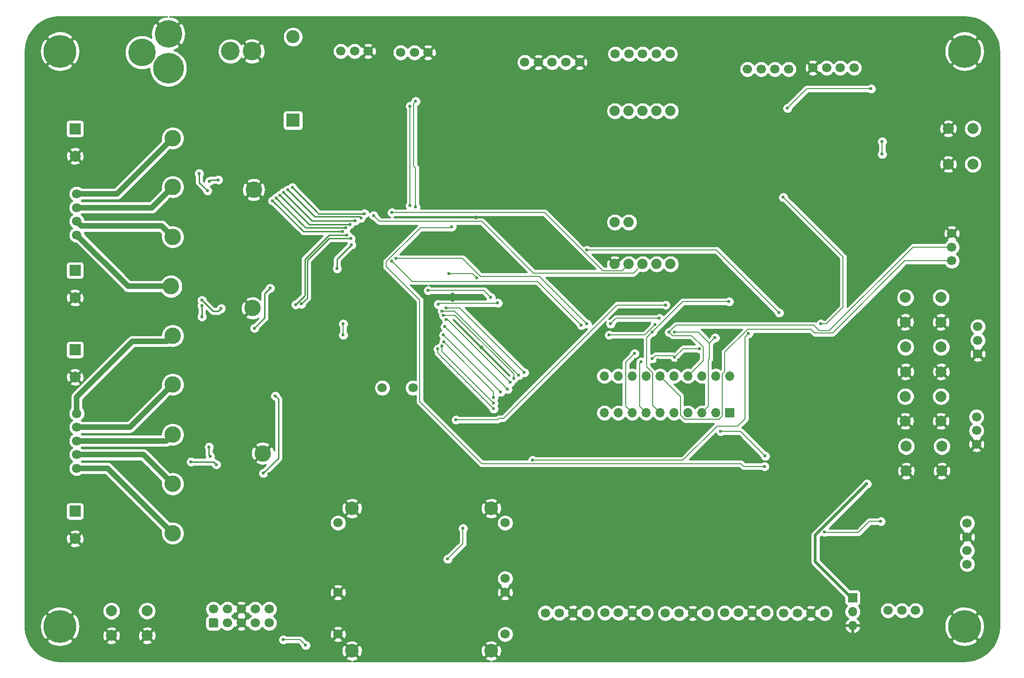
<source format=gbr>
%TF.GenerationSoftware,KiCad,Pcbnew,(5.1.6)-1*%
%TF.CreationDate,2021-03-23T13:45:05+09:00*%
%TF.ProjectId,FIG_DISPENSER_v1.0,4649475f-4449-4535-9045-4e5345525f76,rev?*%
%TF.SameCoordinates,Original*%
%TF.FileFunction,Copper,L2,Bot*%
%TF.FilePolarity,Positive*%
%FSLAX46Y46*%
G04 Gerber Fmt 4.6, Leading zero omitted, Abs format (unit mm)*
G04 Created by KiCad (PCBNEW (5.1.6)-1) date 2021-03-23 13:45:05*
%MOMM*%
%LPD*%
G01*
G04 APERTURE LIST*
%TA.AperFunction,ComponentPad*%
%ADD10C,3.400000*%
%TD*%
%TA.AperFunction,ComponentPad*%
%ADD11C,3.000000*%
%TD*%
%TA.AperFunction,ComponentPad*%
%ADD12C,1.700000*%
%TD*%
%TA.AperFunction,ComponentPad*%
%ADD13C,2.000000*%
%TD*%
%TA.AperFunction,ComponentPad*%
%ADD14R,2.000000X2.000000*%
%TD*%
%TA.AperFunction,ComponentPad*%
%ADD15O,1.700000X1.700000*%
%TD*%
%TA.AperFunction,ComponentPad*%
%ADD16R,1.700000X1.700000*%
%TD*%
%TA.AperFunction,ComponentPad*%
%ADD17O,2.400000X2.400000*%
%TD*%
%TA.AperFunction,ComponentPad*%
%ADD18R,2.400000X2.400000*%
%TD*%
%TA.AperFunction,ComponentPad*%
%ADD19C,6.000000*%
%TD*%
%TA.AperFunction,ComponentPad*%
%ADD20C,0.800000*%
%TD*%
%TA.AperFunction,ComponentPad*%
%ADD21C,2.500000*%
%TD*%
%TA.AperFunction,ComponentPad*%
%ADD22C,1.879600*%
%TD*%
%TA.AperFunction,ComponentPad*%
%ADD23C,5.604000*%
%TD*%
%TA.AperFunction,ComponentPad*%
%ADD24C,5.028000*%
%TD*%
%TA.AperFunction,ViaPad*%
%ADD25C,0.600000*%
%TD*%
%TA.AperFunction,ViaPad*%
%ADD26C,0.700000*%
%TD*%
%TA.AperFunction,Conductor*%
%ADD27C,0.200000*%
%TD*%
%TA.AperFunction,Conductor*%
%ADD28C,1.000000*%
%TD*%
%TA.AperFunction,Conductor*%
%ADD29C,0.250000*%
%TD*%
%TA.AperFunction,Conductor*%
%ADD30C,0.300000*%
%TD*%
%TA.AperFunction,Conductor*%
%ADD31C,0.500000*%
%TD*%
%TA.AperFunction,Conductor*%
%ADD32C,0.254000*%
%TD*%
G04 APERTURE END LIST*
D10*
%TO.P,J22,2*%
%TO.N,GND*%
X75080000Y-29975000D03*
%TO.P,J22,1*%
%TO.N,/~12V*%
X71120000Y-29975000D03*
%TD*%
D11*
%TO.P,J5,1*%
%TO.N,GND*%
X75355000Y-55261000D03*
%TD*%
%TO.P,J8,1*%
%TO.N,/SHG*%
X60587500Y-99957000D03*
%TD*%
%TO.P,J9,1*%
%TO.N,/SHC*%
X60587500Y-63889000D03*
%TD*%
%TO.P,J7,1*%
%TO.N,GND*%
X77005000Y-103403000D03*
%TD*%
%TO.P,J11,1*%
%TO.N,/SHD*%
X60265000Y-72911000D03*
%TD*%
D12*
%TO.P,J17,1*%
%TO.N,/SHA*%
X43059000Y-56031000D03*
%TO.P,J17,2*%
%TO.N,/SHB*%
X43059000Y-58531000D03*
%TO.P,J17,3*%
%TO.N,/SHC*%
X43059000Y-61031000D03*
%TO.P,J17,4*%
%TO.N,/SHD*%
X43059000Y-63531000D03*
%TD*%
%TO.P,J16,4*%
%TO.N,/SSM*%
X168770000Y-132495000D03*
%TO.P,J16,3*%
%TO.N,GND*%
X166270000Y-132495000D03*
%TO.P,J16,2*%
%TO.N,Net-(J16-Pad2)*%
X163770000Y-132495000D03*
%TO.P,J16,1*%
%TO.N,/12V*%
X161270000Y-132495000D03*
%TD*%
D11*
%TO.P,J10,1*%
%TO.N,/SHH*%
X60587500Y-108974000D03*
%TD*%
D12*
%TO.P,J15,1*%
%TO.N,/12V*%
X150440000Y-132595000D03*
%TO.P,J15,2*%
%TO.N,Net-(J15-Pad2)*%
X152940000Y-132595000D03*
%TO.P,J15,3*%
%TO.N,GND*%
X155440000Y-132595000D03*
%TO.P,J15,4*%
%TO.N,/SSM*%
X157940000Y-132595000D03*
%TD*%
%TO.P,J14,1*%
%TO.N,/12V*%
X139400000Y-132495000D03*
%TO.P,J14,2*%
%TO.N,Net-(J14-Pad2)*%
X141900000Y-132495000D03*
%TO.P,J14,3*%
%TO.N,GND*%
X144400000Y-132495000D03*
%TO.P,J14,4*%
%TO.N,/SSM*%
X146900000Y-132495000D03*
%TD*%
%TO.P,J13,4*%
%TO.N,/SSM*%
X136070000Y-132541000D03*
%TO.P,J13,3*%
%TO.N,GND*%
X133570000Y-132541000D03*
%TO.P,J13,2*%
%TO.N,Net-(J13-Pad2)*%
X131070000Y-132541000D03*
%TO.P,J13,1*%
%TO.N,/12V*%
X128570000Y-132541000D03*
%TD*%
D11*
%TO.P,J6,1*%
%TO.N,GND*%
X75155000Y-76887000D03*
%TD*%
%TO.P,J12,1*%
%TO.N,/SHI*%
X60587500Y-117991000D03*
%TD*%
D12*
%TO.P,J19,4*%
%TO.N,/SHH*%
X43059000Y-103621000D03*
%TO.P,J19,3*%
%TO.N,/SHG*%
X43059000Y-101121000D03*
%TO.P,J19,2*%
%TO.N,/SHF*%
X43059000Y-98621000D03*
%TO.P,J19,1*%
%TO.N,/SHE*%
X43059000Y-96121000D03*
%TO.P,J19,5*%
%TO.N,/SHI*%
X43059000Y-106121000D03*
%TD*%
D11*
%TO.P,J4,1*%
%TO.N,/SHF*%
X60587500Y-90813000D03*
%TD*%
D13*
%TO.P,C30,2*%
%TO.N,GND*%
X42759000Y-118971000D03*
D14*
%TO.P,C30,1*%
%TO.N,/12V*%
X42759000Y-113971000D03*
%TD*%
%TO.P,C37,1*%
%TO.N,/12V*%
X42759000Y-84491000D03*
D13*
%TO.P,C37,2*%
%TO.N,GND*%
X42759000Y-89491000D03*
%TD*%
D14*
%TO.P,C33,1*%
%TO.N,/12V*%
X42759000Y-69991000D03*
D13*
%TO.P,C33,2*%
%TO.N,GND*%
X42759000Y-74991000D03*
%TD*%
D14*
%TO.P,C25,1*%
%TO.N,/12V*%
X42759000Y-44131000D03*
D13*
%TO.P,C25,2*%
%TO.N,GND*%
X42759000Y-49131000D03*
%TD*%
%TO.P,J24,1*%
%TO.N,/STM_RST2*%
%TA.AperFunction,ComponentPad*%
G36*
G01*
X68607000Y-135221000D02*
X67407000Y-135221000D01*
G75*
G02*
X67157000Y-134971000I0J250000D01*
G01*
X67157000Y-133771000D01*
G75*
G02*
X67407000Y-133521000I250000J0D01*
G01*
X68607000Y-133521000D01*
G75*
G02*
X68857000Y-133771000I0J-250000D01*
G01*
X68857000Y-134971000D01*
G75*
G02*
X68607000Y-135221000I-250000J0D01*
G01*
G37*
%TD.AperFunction*%
D12*
%TO.P,J24,3*%
%TO.N,N/C*%
X70547000Y-134371000D03*
%TO.P,J24,5*%
%TO.N,GND*%
X73087000Y-134371000D03*
%TO.P,J24,7*%
%TO.N,N/C*%
X75627000Y-134371000D03*
%TO.P,J24,9*%
X78167000Y-134371000D03*
%TO.P,J24,2*%
%TO.N,/SWCLK*%
X68007000Y-131831000D03*
%TO.P,J24,4*%
%TO.N,/SWDIO*%
X70547000Y-131831000D03*
%TO.P,J24,6*%
%TO.N,GND*%
X73087000Y-131831000D03*
%TO.P,J24,8*%
%TO.N,N/C*%
X75627000Y-131831000D03*
%TO.P,J24,10*%
X78167000Y-131831000D03*
%TD*%
D15*
%TO.P,J18,3*%
%TO.N,GND*%
X184610000Y-134840000D03*
%TO.P,J18,2*%
%TO.N,/SSM*%
X184610000Y-132300000D03*
D16*
%TO.P,J18,1*%
%TO.N,/12V*%
X184610000Y-129760000D03*
%TD*%
D12*
%TO.P,BZ1,1*%
%TO.N,/3V3*%
X104400000Y-91440000D03*
%TO.P,BZ1,2*%
%TO.N,Net-(BZ1-Pad2)*%
X98800000Y-91440000D03*
%TD*%
D17*
%TO.P,D8,2*%
%TO.N,/~12V*%
X82525000Y-27360000D03*
D18*
%TO.P,D8,1*%
%TO.N,/12V*%
X82525000Y-42600000D03*
%TD*%
D19*
%TO.P,H2,1*%
%TO.N,GND*%
X40000000Y-30000000D03*
D20*
X42250000Y-30000000D03*
X41590990Y-31590990D03*
X40000000Y-32250000D03*
X38409010Y-31590990D03*
X37750000Y-30000000D03*
X38409010Y-28409010D03*
X40000000Y-27750000D03*
X41590990Y-28409010D03*
%TD*%
%TO.P,H3,1*%
%TO.N,GND*%
X206590990Y-133409010D03*
X205000000Y-132750000D03*
X203409010Y-133409010D03*
X202750000Y-135000000D03*
X203409010Y-136590990D03*
X205000000Y-137250000D03*
X206590990Y-136590990D03*
X207250000Y-135000000D03*
D19*
X205000000Y-135000000D03*
%TD*%
%TO.P,H4,1*%
%TO.N,GND*%
X205000000Y-30000000D03*
D20*
X207250000Y-30000000D03*
X206590990Y-31590990D03*
X205000000Y-32250000D03*
X203409010Y-31590990D03*
X202750000Y-30000000D03*
X203409010Y-28409010D03*
X205000000Y-27750000D03*
X206590990Y-28409010D03*
%TD*%
D11*
%TO.P,J2,1*%
%TO.N,/SHE*%
X60587500Y-81923000D03*
%TD*%
%TO.P,J3,1*%
%TO.N,/SHB*%
X60587500Y-54745000D03*
%TD*%
D20*
%TO.P,H5,1*%
%TO.N,GND*%
X41590990Y-133409010D03*
X40000000Y-132750000D03*
X38409010Y-133409010D03*
X37750000Y-135000000D03*
X38409010Y-136590990D03*
X40000000Y-137250000D03*
X41590990Y-136590990D03*
X42250000Y-135000000D03*
D19*
X40000000Y-135000000D03*
%TD*%
D11*
%TO.P,J1,1*%
%TO.N,/SHA*%
X60587500Y-45855000D03*
%TD*%
D12*
%TO.P,J21,1*%
%TO.N,/12V*%
X172018000Y-132588000D03*
%TO.P,J21,2*%
%TO.N,Net-(J21-Pad2)*%
X174518000Y-132588000D03*
%TO.P,J21,3*%
%TO.N,GND*%
X177018000Y-132588000D03*
%TO.P,J21,4*%
%TO.N,/SSM*%
X179518000Y-132588000D03*
%TD*%
%TO.P,J23,1*%
%TO.N,/ESP_Upload_Tx*%
X202692000Y-68246000D03*
%TO.P,J23,2*%
%TO.N,/ESP_Upload_Rx*%
X202692000Y-65746000D03*
%TO.P,J23,3*%
%TO.N,GND*%
X202692000Y-63246000D03*
%TD*%
%TO.P,J25,3*%
%TO.N,GND*%
X107168000Y-30226000D03*
%TO.P,J25,2*%
%TO.N,/232_Rx_AND*%
X104668000Y-30226000D03*
%TO.P,J25,1*%
%TO.N,/232_Tx_AND*%
X102168000Y-30226000D03*
%TD*%
%TO.P,J26,1*%
%TO.N,/232_Tx_Peri*%
X91246000Y-29972000D03*
%TO.P,J26,2*%
%TO.N,/232_Rx_Peri*%
X93746000Y-29972000D03*
%TO.P,J26,3*%
%TO.N,GND*%
X96246000Y-29972000D03*
%TD*%
%TO.P,J29,4*%
%TO.N,/5V*%
X205486000Y-116138000D03*
%TO.P,J29,3*%
%TO.N,GND*%
X205486000Y-118638000D03*
%TO.P,J29,2*%
%TO.N,/HIGH_TXO*%
X205486000Y-121138000D03*
%TO.P,J29,1*%
%TO.N,/HIGH_RXI*%
X205486000Y-123638000D03*
%TD*%
%TO.P,U15,1*%
%TO.N,/12V*%
X90733000Y-116088000D03*
%TO.P,U15,2*%
%TO.N,GND*%
X90733000Y-128788000D03*
%TO.P,U15,3*%
X90733000Y-136408000D03*
%TO.P,U15,4*%
%TO.N,N/C*%
X121213000Y-136408000D03*
%TO.P,U15,5*%
%TO.N,GND*%
X121213000Y-128788000D03*
%TO.P,U15,6*%
%TO.N,N/C*%
X121213000Y-126248000D03*
%TO.P,U15,7*%
%TO.N,/5V*%
X121213000Y-116088000D03*
D21*
%TO.P,U15,SH*%
%TO.N,GND*%
X93273000Y-113458000D03*
X118673000Y-113458000D03*
X93273000Y-139458000D03*
X118673000Y-139458000D03*
%TD*%
D13*
%TO.P,SW1,2*%
%TO.N,/SW1*%
X200702000Y-74939000D03*
%TO.P,SW1,1*%
%TO.N,GND*%
X200702000Y-79439000D03*
%TO.P,SW1,2*%
%TO.N,/SW1*%
X194202000Y-74939000D03*
%TO.P,SW1,1*%
%TO.N,GND*%
X194202000Y-79439000D03*
%TD*%
%TO.P,SW2,1*%
%TO.N,GND*%
X194242000Y-88499000D03*
%TO.P,SW2,2*%
%TO.N,/SW2*%
X194242000Y-83999000D03*
%TO.P,SW2,1*%
%TO.N,GND*%
X200742000Y-88499000D03*
%TO.P,SW2,2*%
%TO.N,/SW2*%
X200742000Y-83999000D03*
%TD*%
%TO.P,SW3,1*%
%TO.N,GND*%
X194202000Y-97509000D03*
%TO.P,SW3,2*%
%TO.N,/SW3*%
X194202000Y-93009000D03*
%TO.P,SW3,1*%
%TO.N,GND*%
X200702000Y-97509000D03*
%TO.P,SW3,2*%
%TO.N,/SW3*%
X200702000Y-93009000D03*
%TD*%
%TO.P,STM_RST,2*%
%TO.N,/STM_RST2*%
X55906000Y-132161000D03*
%TO.P,STM_RST,1*%
%TO.N,GND*%
X55906000Y-136661000D03*
%TO.P,STM_RST,2*%
%TO.N,/STM_RST2*%
X49406000Y-132161000D03*
%TO.P,STM_RST,1*%
%TO.N,GND*%
X49406000Y-136661000D03*
%TD*%
%TO.P,SW6,1*%
%TO.N,GND*%
X202033000Y-44113000D03*
%TO.P,SW6,2*%
%TO.N,Net-(C47-Pad2)*%
X206533000Y-44113000D03*
%TO.P,SW6,1*%
%TO.N,GND*%
X202033000Y-50613000D03*
%TO.P,SW6,2*%
%TO.N,Net-(C47-Pad2)*%
X206533000Y-50613000D03*
%TD*%
%TO.P,SW4,2*%
%TO.N,/SW4*%
X200866000Y-102104000D03*
%TO.P,SW4,1*%
%TO.N,GND*%
X200866000Y-106604000D03*
%TO.P,SW4,2*%
%TO.N,/SW4*%
X194366000Y-102104000D03*
%TO.P,SW4,1*%
%TO.N,GND*%
X194366000Y-106604000D03*
%TD*%
D12*
%TO.P,J33,1*%
%TO.N,/IOIO1*%
X191068000Y-132080000D03*
%TO.P,J33,2*%
%TO.N,/IOIO2*%
X193568000Y-132080000D03*
%TO.P,J33,3*%
%TO.N,/IOIO3*%
X196068000Y-132080000D03*
%TD*%
%TO.P,J34,1*%
%TO.N,/ESP_SPI_SCK*%
X172914000Y-33274000D03*
%TO.P,J34,2*%
%TO.N,/ESP_SPI_MISO*%
X170414000Y-33274000D03*
%TO.P,J34,3*%
%TO.N,/ESP_SPI_MOSI*%
X167914000Y-33274000D03*
%TO.P,J34,4*%
%TO.N,/ESP_SPI_NSS*%
X165414000Y-33274000D03*
%TD*%
%TO.P,J35,4*%
%TO.N,GND*%
X177352000Y-33020000D03*
%TO.P,J35,3*%
%TO.N,/3V3*%
X179852000Y-33020000D03*
%TO.P,J35,2*%
%TO.N,/IO5*%
X182352000Y-33020000D03*
%TO.P,J35,1*%
%TO.N,/IO2*%
X184852000Y-33020000D03*
%TD*%
D22*
%TO.P,U13,5*%
%TO.N,Net-(J31-Pad5)*%
X141224000Y-40894000D03*
%TO.P,U13,4*%
%TO.N,Net-(J31-Pad4)*%
X143764000Y-40894000D03*
%TO.P,U13,3*%
%TO.N,Net-(J31-Pad3)*%
X146304000Y-40894000D03*
%TO.P,U13,2*%
%TO.N,Net-(J31-Pad2)*%
X148844000Y-40894000D03*
%TO.P,U13,1*%
%TO.N,Net-(J31-Pad1)*%
X151384000Y-40894000D03*
%TO.P,U13,10*%
%TO.N,/3V3*%
X151384000Y-68834000D03*
%TO.P,U13,9*%
X148844000Y-68834000D03*
%TO.P,U13,8*%
%TO.N,/HX711_DAT*%
X146304000Y-68834000D03*
%TO.P,U13,7*%
%TO.N,/HX711_CLK*%
X143764000Y-68834000D03*
%TO.P,U13,6*%
%TO.N,GND*%
X141224000Y-68834000D03*
%TO.P,U13,11*%
%TO.N,N/C*%
X143764000Y-61214000D03*
%TO.P,U13,12*%
X141224000Y-61214000D03*
%TD*%
D12*
%TO.P,J20,4*%
%TO.N,GND*%
X127294000Y-32004000D03*
%TO.P,J20,3*%
%TO.N,/WHT*%
X129794000Y-32004000D03*
%TO.P,J20,2*%
%TO.N,/RED*%
X132294000Y-32004000D03*
%TO.P,J20,1*%
%TO.N,GND*%
X134794000Y-32004000D03*
%TO.P,J20,5*%
%TO.N,/GRN*%
X124794000Y-32004000D03*
%TD*%
%TO.P,J27,3*%
%TO.N,/SW2*%
X207426000Y-80254000D03*
%TO.P,J27,2*%
%TO.N,/SW1*%
X207426000Y-82754000D03*
%TO.P,J27,1*%
%TO.N,GND*%
X207426000Y-85254000D03*
%TD*%
%TO.P,J28,1*%
%TO.N,GND*%
X207186000Y-101744000D03*
%TO.P,J28,2*%
%TO.N,/SW3*%
X207186000Y-99244000D03*
%TO.P,J28,3*%
%TO.N,/SW4*%
X207186000Y-96744000D03*
%TD*%
D23*
%TO.P,J30,1*%
%TO.N,/~12V*%
X59780000Y-33100000D03*
D24*
%TO.P,J30,2*%
%TO.N,GND*%
X59780000Y-26800000D03*
%TO.P,J30,3*%
%TO.N,N/C*%
X54980000Y-30200000D03*
%TD*%
D12*
%TO.P,J31,4*%
%TO.N,Net-(J31-Pad4)*%
X143804000Y-30480000D03*
%TO.P,J31,3*%
%TO.N,Net-(J31-Pad3)*%
X146304000Y-30480000D03*
%TO.P,J31,2*%
%TO.N,Net-(J31-Pad2)*%
X148804000Y-30480000D03*
%TO.P,J31,1*%
%TO.N,Net-(J31-Pad1)*%
X151304000Y-30480000D03*
%TO.P,J31,5*%
%TO.N,Net-(J31-Pad5)*%
X141304000Y-30480000D03*
%TD*%
D16*
%TO.P,J32,20*%
%TO.N,/ESP_BOOT_MODE*%
X162180000Y-96010000D03*
D15*
%TO.P,J32,1*%
%TO.N,Net-(J32-Pad1)*%
X162180000Y-89280000D03*
%TO.P,J32,19*%
%TO.N,/ESP_BOOT_MODE*%
X159640000Y-96010000D03*
%TO.P,J32,2*%
%TO.N,Net-(J32-Pad2)*%
X159640000Y-89280000D03*
%TO.P,J32,18*%
%TO.N,/ESP_Rx*%
X157100000Y-96010000D03*
%TO.P,J32,3*%
%TO.N,/STM_USART1_Tx*%
X157100000Y-89280000D03*
%TO.P,J32,17*%
%TO.N,/ESP_Rx*%
X154560000Y-96010000D03*
%TO.P,J32,4*%
%TO.N,/ESP_Upload_Rx*%
X154560000Y-89280000D03*
%TO.P,J32,16*%
%TO.N,/ESP_Tx*%
X152020000Y-96010000D03*
%TO.P,J32,5*%
%TO.N,/STM_USART1_Rx*%
X152020000Y-89280000D03*
%TO.P,J32,15*%
%TO.N,/ESP_Tx*%
X149480000Y-96010000D03*
%TO.P,J32,6*%
%TO.N,/ESP_Upload_Tx*%
X149480000Y-89280000D03*
%TO.P,J32,14*%
%TO.N,/HX711_DAT*%
X146940000Y-96010000D03*
%TO.P,J32,7*%
%TO.N,/HX711_DAT1*%
X146940000Y-89280000D03*
%TO.P,J32,13*%
%TO.N,/HX711_CLK*%
X144400000Y-96010000D03*
%TO.P,J32,8*%
%TO.N,/HX711_CLK1*%
X144400000Y-89280000D03*
%TO.P,J32,12*%
%TO.N,N/C*%
X141860000Y-96010000D03*
%TO.P,J32,9*%
X141860000Y-89280000D03*
%TO.P,J32,11*%
X139320000Y-96010000D03*
%TO.P,J32,10*%
X139320000Y-89280000D03*
%TD*%
D25*
%TO.N,GND*%
X113470000Y-43190000D03*
X166116000Y-48260000D03*
X195834000Y-46228000D03*
X193294000Y-124206000D03*
X171958000Y-122936000D03*
X167132000Y-112522000D03*
X165608000Y-114300000D03*
X187198000Y-104140000D03*
X178562000Y-105664000D03*
X176530000Y-104140000D03*
X159512000Y-84328000D03*
X150368000Y-64008000D03*
X150368000Y-61468000D03*
X149098000Y-58420000D03*
X146558000Y-53340000D03*
X140208000Y-56642000D03*
X137668000Y-56896000D03*
X144780000Y-46990000D03*
X141224000Y-46990000D03*
X121594000Y-36014000D03*
X121680000Y-44688000D03*
X112572000Y-47048000D03*
X114300000Y-95504000D03*
X112776000Y-95504000D03*
X96918000Y-103736000D03*
X100858000Y-106906000D03*
X100878000Y-102126000D03*
X103648000Y-102156000D03*
X179978000Y-71058000D03*
X172608000Y-71038000D03*
X168078000Y-53438000D03*
X173388000Y-63318000D03*
X176376000Y-82214000D03*
X178296000Y-83834000D03*
X176336000Y-89044000D03*
X178256000Y-90584000D03*
X178196000Y-97194000D03*
X176316000Y-95514000D03*
X186986000Y-95694000D03*
X186966000Y-89194000D03*
X186966000Y-82354000D03*
X55862000Y-127076000D03*
X131386000Y-112200000D03*
X129786000Y-114050000D03*
X141666000Y-112150000D03*
X140096000Y-114050000D03*
X152416000Y-112200000D03*
X150826000Y-114050000D03*
X162916000Y-112180000D03*
X161276000Y-114080000D03*
X162636000Y-122740000D03*
X152256000Y-122760000D03*
X141546000Y-122690000D03*
X131176000Y-122720000D03*
X106475000Y-53250000D03*
D26*
X116890000Y-84026000D03*
X111665000Y-74376000D03*
X111665000Y-75376000D03*
X94915000Y-70626000D03*
X96415000Y-71376000D03*
X99415000Y-54626000D03*
X99665000Y-52876000D03*
X113170000Y-53730000D03*
X115915000Y-60376000D03*
X115915000Y-66376000D03*
X121415000Y-62626000D03*
X119415000Y-65126000D03*
X119915000Y-67126000D03*
X121415000Y-60876000D03*
X117165000Y-58376000D03*
X118275000Y-58300000D03*
X52665000Y-42451000D03*
X52665000Y-51201000D03*
X52665000Y-60201000D03*
X52665000Y-69451000D03*
X52665000Y-78201000D03*
X52665000Y-87451000D03*
X52665000Y-96451000D03*
X52665000Y-105451000D03*
X52665000Y-114451000D03*
X63415000Y-117201000D03*
X63415000Y-118701000D03*
X63415000Y-119951000D03*
X63415000Y-108451000D03*
X63415000Y-109951000D03*
X63415000Y-110951000D03*
X63415000Y-101951000D03*
X63415000Y-100701000D03*
X63415000Y-99451000D03*
X63415000Y-92701000D03*
X63415000Y-91701000D03*
X63415000Y-90451000D03*
X63415000Y-81451000D03*
X63415000Y-82451000D03*
X63415000Y-83951000D03*
X63415000Y-72451000D03*
X63415000Y-73701000D03*
X63415000Y-74951000D03*
X63415000Y-63201000D03*
X63415000Y-64701000D03*
X63415000Y-65701000D03*
X63415000Y-54451000D03*
X63415000Y-55451000D03*
X63415000Y-56701000D03*
X63415000Y-45201000D03*
X63415000Y-46451000D03*
X63415000Y-47701000D03*
X77415000Y-46451000D03*
X77915000Y-48951000D03*
X76665000Y-59201000D03*
X78165000Y-60701000D03*
X79165000Y-68451000D03*
X77665000Y-70201000D03*
X76665000Y-80951000D03*
X78165000Y-82626000D03*
X78165000Y-107201000D03*
X79915000Y-108951000D03*
D25*
X81175000Y-96325000D03*
X152908000Y-86360000D03*
X149098000Y-86360000D03*
X176276000Y-77216000D03*
X183896000Y-47193000D03*
X117094000Y-78486000D03*
X118337398Y-77496602D03*
X102000000Y-58240000D03*
X126070000Y-73600000D03*
X168000000Y-85000000D03*
X155180000Y-85780000D03*
X157060000Y-91360000D03*
%TO.N,/3V3*%
X148082000Y-86106000D03*
X152146000Y-85852000D03*
X156718000Y-84302500D03*
X189738000Y-115824000D03*
X179487473Y-117765473D03*
%TO.N,/SWDIO*%
X91694000Y-81788000D03*
X91694000Y-79756000D03*
%TO.N,/I2*%
X118618000Y-74930000D03*
X107188000Y-73660000D03*
%TO.N,/I1*%
X110998000Y-70612000D03*
X116078000Y-71374000D03*
%TO.N,/I3*%
X119888000Y-75946000D03*
X108972554Y-76193446D03*
%TO.N,/SLB*%
X68915000Y-53451000D03*
X67278067Y-53726235D03*
%TO.N,/SLE*%
X65915000Y-78451000D03*
X65915000Y-76451000D03*
%TO.N,/GHB*%
X66915000Y-55451000D03*
X65415000Y-52297000D03*
%TO.N,/EN_GATE*%
X78350000Y-73225000D03*
X75496041Y-80536050D03*
X79300000Y-92925000D03*
X77125000Y-107025000D03*
X90575000Y-69675000D03*
X93200000Y-65325000D03*
%TO.N,/GHE*%
X69415000Y-76951000D03*
X65915000Y-75451000D03*
%TO.N,/SLH*%
X67217916Y-102253916D03*
X67415000Y-103951000D03*
%TO.N,/GHH*%
X68530010Y-105451000D03*
X63915000Y-104951000D03*
%TO.N,/SI4*%
X120396000Y-92202000D03*
X109982000Y-81788000D03*
%TO.N,/SI3*%
X119126000Y-93218000D03*
X109987307Y-83042078D03*
%TO.N,/SI2*%
X119126000Y-94234000D03*
X109728000Y-83820000D03*
%TO.N,/SI1*%
X119126000Y-95250000D03*
X108966000Y-84328000D03*
%TO.N,/ST2_B+*%
X80125000Y-56272000D03*
X92900000Y-61595000D03*
%TO.N,/ST2_A-*%
X79432479Y-56772000D03*
X92175000Y-62240000D03*
%TO.N,/ST2_A+*%
X78775125Y-57272000D03*
X91534686Y-62885000D03*
%TO.N,/ST2_B-*%
X80800000Y-55772000D03*
X93875000Y-60950000D03*
%TO.N,/ST2_C+*%
X81575000Y-55300000D03*
X94925000Y-60425000D03*
%TO.N,/ST2_C-*%
X82400000Y-54850000D03*
X95550000Y-59625000D03*
%TO.N,/ST2_D+*%
X84055693Y-76131475D03*
X93075000Y-64175000D03*
%TO.N,/ST2_D-*%
X83025000Y-76250000D03*
X92325000Y-63530000D03*
%TO.N,/HX711_DAT*%
X97211648Y-59965526D03*
X145970000Y-86700000D03*
%TO.N,/HX711_CLK*%
X100584000Y-59436000D03*
X144830000Y-85160000D03*
%TO.N,/ESP_BOOT_MODE*%
X178816000Y-79756000D03*
X171958000Y-56642000D03*
%TO.N,/ESP_Rx*%
X152126000Y-81280000D03*
X159512000Y-82296000D03*
%TO.N,/ESP_Tx*%
X148062000Y-81280000D03*
X162052000Y-75692000D03*
%TO.N,/STM_USART1_Tx*%
X101346000Y-67818000D03*
X136144000Y-79756000D03*
X140462000Y-79756000D03*
X149352000Y-78740000D03*
%TO.N,/ESP_Upload_Rx*%
X151130000Y-81280000D03*
%TO.N,/STM_USART1_Rx*%
X100584000Y-68326000D03*
X135128000Y-80010000D03*
X140208000Y-81788000D03*
X148535343Y-79929843D03*
%TO.N,/12V*%
X187198000Y-108966000D03*
%TO.N,/SI5*%
X121666000Y-91694000D03*
X110236000Y-80264000D03*
%TO.N,/I4*%
X124714000Y-88646000D03*
X110490000Y-76834078D03*
%TO.N,/STM_RST*%
X171196000Y-77724000D03*
X136144000Y-66294000D03*
%TO.N,/IO2*%
X172720000Y-40386000D03*
X187960000Y-36830000D03*
%TO.N,/BOOT0_ESP*%
X150480001Y-76312001D03*
X112268000Y-97282000D03*
%TO.N,/IO5*%
X189992000Y-48768000D03*
X189992000Y-46482000D03*
%TO.N,/UART5_Rx*%
X103886000Y-58166000D03*
X103886000Y-40015000D03*
%TO.N,/UART5_Tx*%
X104902000Y-58420000D03*
X104902000Y-39116000D03*
%TO.N,/IOIO1*%
X122174000Y-90424000D03*
X110490000Y-78994000D03*
%TO.N,/IOIO2*%
X122768249Y-89748249D03*
X109982000Y-78232000D03*
%TO.N,/IOIO3*%
X123698000Y-89154000D03*
X109722693Y-77454078D03*
%TO.N,/STM_RST2*%
X80772000Y-137414000D03*
X84836000Y-138430000D03*
X110744000Y-122682000D03*
X113538000Y-117094000D03*
X126238000Y-104648000D03*
X165608000Y-81534000D03*
%TO.N,/UART4_TX*%
X168656000Y-103886000D03*
X160528000Y-99371002D03*
%TO.N,/UART4_RX*%
X111506000Y-62021000D03*
X168529000Y-105791000D03*
%TD*%
D27*
%TO.N,GND*%
X117094000Y-78486000D02*
X117348000Y-78486000D01*
X117348000Y-78486000D02*
X118337398Y-77496602D01*
%TO.N,/3V3*%
X151846001Y-85552001D02*
X152146000Y-85852000D01*
X148635999Y-85552001D02*
X151846001Y-85552001D01*
X148082000Y-86106000D02*
X148635999Y-85552001D01*
X153695500Y-84302500D02*
X156718000Y-84302500D01*
X152146000Y-85852000D02*
X153695500Y-84302500D01*
X185674000Y-117856000D02*
X187706000Y-115824000D01*
X187706000Y-115824000D02*
X189738000Y-115824000D01*
X185674000Y-117856000D02*
X179578000Y-117856000D01*
X179578000Y-117856000D02*
X179487473Y-117765473D01*
D28*
%TO.N,/SHA*%
X51411500Y-55031000D02*
X60587500Y-45855000D01*
X50411500Y-56031000D02*
X60587500Y-45855000D01*
X43059000Y-56031000D02*
X50411500Y-56031000D01*
%TO.N,/SHB*%
X57801500Y-57531000D02*
X60587500Y-54745000D01*
X56801500Y-58531000D02*
X60587500Y-54745000D01*
X43059000Y-58531000D02*
X56801500Y-58531000D01*
%TO.N,/SHE*%
X53229000Y-82951000D02*
X59559500Y-82951000D01*
X59559500Y-82951000D02*
X60587500Y-81923000D01*
X43059000Y-93121000D02*
X53229000Y-82951000D01*
X43059000Y-96121000D02*
X43059000Y-93121000D01*
%TO.N,/SHF*%
X53779500Y-97621000D02*
X60587500Y-90813000D01*
X52779500Y-98621000D02*
X53779500Y-97621000D01*
X43059000Y-98621000D02*
X52779500Y-98621000D01*
D27*
%TO.N,/SWDIO*%
X91694000Y-81788000D02*
X91694000Y-79756000D01*
%TO.N,/I2*%
X118618000Y-74930000D02*
X117348000Y-73660000D01*
X117348000Y-73660000D02*
X107188000Y-73660000D01*
%TO.N,/I1*%
X110998000Y-70612000D02*
X115316000Y-70612000D01*
X115316000Y-70612000D02*
X116078000Y-71374000D01*
%TO.N,/I3*%
X109119999Y-76046001D02*
X108972554Y-76193446D01*
X119888000Y-75946000D02*
X119787999Y-76046001D01*
X119787999Y-76046001D02*
X109119999Y-76046001D01*
D29*
%TO.N,/SLB*%
X68915000Y-53451000D02*
X67553302Y-53451000D01*
X67553302Y-53451000D02*
X67278067Y-53726235D01*
%TO.N,/SLE*%
X65915000Y-78451000D02*
X65915000Y-76451000D01*
%TO.N,/GHB*%
X66915000Y-55451000D02*
X65415000Y-53951000D01*
X65415000Y-53951000D02*
X65415000Y-52297000D01*
%TO.N,/EN_GATE*%
X77360001Y-74214999D02*
X78350000Y-73225000D01*
X77360001Y-78672090D02*
X77360001Y-74214999D01*
X75496041Y-80536050D02*
X77360001Y-78672090D01*
X79300000Y-92925000D02*
X79860001Y-93485001D01*
X79860001Y-104289999D02*
X77125000Y-107025000D01*
X79860001Y-93485001D02*
X79860001Y-104289999D01*
X90575000Y-67950000D02*
X93200000Y-65325000D01*
X90575000Y-69675000D02*
X90575000Y-67950000D01*
D28*
%TO.N,/SHC*%
X58649500Y-61951000D02*
X60587500Y-63889000D01*
X43908999Y-61880999D02*
X58579499Y-61880999D01*
X58579499Y-61880999D02*
X58649500Y-61951000D01*
X43059000Y-61031000D02*
X43908999Y-61880999D01*
D29*
%TO.N,/GHE*%
X69415000Y-76951000D02*
X68915000Y-77451000D01*
X68915000Y-77451000D02*
X67915000Y-77451000D01*
X67915000Y-77451000D02*
X65915000Y-75451000D01*
D28*
%TO.N,/SHD*%
X43059000Y-63531000D02*
X52439000Y-72911000D01*
X52439000Y-72911000D02*
X52764000Y-72911000D01*
X52764000Y-72911000D02*
X60265000Y-72911000D01*
%TO.N,/SHG*%
X60423500Y-100121000D02*
X60587500Y-99957000D01*
X59423500Y-101121000D02*
X60587500Y-99957000D01*
X43059000Y-101121000D02*
X59423500Y-101121000D01*
D29*
%TO.N,/SLH*%
X67217916Y-102253916D02*
X67217916Y-103753916D01*
X67217916Y-103753916D02*
X67415000Y-103951000D01*
D28*
%TO.N,/SHH*%
X55234500Y-103621000D02*
X56681750Y-105068250D01*
X43059000Y-103621000D02*
X55234500Y-103621000D01*
X56681750Y-105068250D02*
X60587500Y-108974000D01*
%TO.N,/SHI*%
X48717500Y-106121000D02*
X60587500Y-117991000D01*
X43059000Y-106121000D02*
X48717500Y-106121000D01*
D29*
%TO.N,/GHH*%
X68530010Y-105451000D02*
X68030010Y-104951000D01*
X68030010Y-104951000D02*
X63915000Y-104951000D01*
D27*
%TO.N,/SI4*%
X120396000Y-92202000D02*
X109982000Y-81788000D01*
%TO.N,/SI3*%
X119126000Y-93218000D02*
X119126000Y-92180771D01*
X119126000Y-92180771D02*
X109987307Y-83042078D01*
%TO.N,/SI2*%
X119126000Y-94234000D02*
X109728000Y-84836000D01*
X109728000Y-84836000D02*
X109728000Y-83820000D01*
%TO.N,/SI1*%
X119126000Y-95250000D02*
X108966000Y-85090000D01*
X108966000Y-85090000D02*
X108966000Y-84328000D01*
D29*
%TO.N,/ST2_B+*%
X85448000Y-61595000D02*
X84639000Y-60786000D01*
X92900000Y-61595000D02*
X85448000Y-61595000D01*
X80125000Y-56272000D02*
X84639000Y-60786000D01*
%TO.N,/ST2_A-*%
X92175000Y-62240000D02*
X84900478Y-62240000D01*
X84900478Y-62240000D02*
X84155239Y-61494761D01*
X79432479Y-56772000D02*
X84155239Y-61494761D01*
%TO.N,/ST2_A+*%
X91534686Y-62885000D02*
X84388124Y-62885000D01*
X78775125Y-57272000D02*
X84251562Y-62748438D01*
X84388124Y-62885000D02*
X84251562Y-62748438D01*
%TO.N,/ST2_B-*%
X85978000Y-60950000D02*
X85189000Y-60161000D01*
X80800000Y-55772000D02*
X85189000Y-60161000D01*
X93875000Y-60950000D02*
X85978000Y-60950000D01*
%TO.N,/ST2_C+*%
X94750000Y-60250000D02*
X94925000Y-60425000D01*
X94670009Y-60170009D02*
X86479991Y-60170009D01*
X86479991Y-60170009D02*
X86462500Y-60187500D01*
X94925000Y-60425000D02*
X94670009Y-60170009D01*
X81575000Y-55300000D02*
X86462500Y-60187500D01*
%TO.N,/ST2_C-*%
X87175000Y-59625000D02*
X86700000Y-59150000D01*
X95550000Y-59625000D02*
X87175000Y-59625000D01*
X82400000Y-54850000D02*
X86700000Y-59150000D01*
%TO.N,/ST2_D+*%
X85145010Y-75042158D02*
X85145010Y-68154990D01*
X84055693Y-76131475D02*
X85145010Y-75042158D01*
X93075000Y-64175000D02*
X89125000Y-64175000D01*
X85145010Y-68154990D02*
X88950000Y-64350000D01*
X89125000Y-64175000D02*
X88950000Y-64350000D01*
X88950000Y-64350000D02*
X89050000Y-64250000D01*
%TO.N,/ST2_D-*%
X84675001Y-67960305D02*
X89030306Y-63605000D01*
X84675000Y-74600000D02*
X84675001Y-67960305D01*
X83025000Y-76250000D02*
X84675000Y-74600000D01*
X89105306Y-63530000D02*
X89030306Y-63605000D01*
X92325000Y-63530000D02*
X89105306Y-63530000D01*
D27*
%TO.N,/HX711_DAT*%
X98292123Y-61046001D02*
X97211648Y-59965526D01*
X146304000Y-68834000D02*
X144624189Y-70513811D01*
X144624189Y-70513811D02*
X126401211Y-70513811D01*
X126401211Y-70513811D02*
X116933401Y-61046001D01*
X116933401Y-61046001D02*
X98292123Y-61046001D01*
X145769999Y-86900001D02*
X145970000Y-86700000D01*
X146940000Y-96010000D02*
X145769999Y-94839999D01*
X145769999Y-94839999D02*
X145769999Y-86900001D01*
%TO.N,/HX711_CLK*%
X139026199Y-70093801D02*
X142504199Y-70093801D01*
X142504199Y-70093801D02*
X143764000Y-68834000D01*
X128368398Y-59436000D02*
X139026199Y-70093801D01*
X100584000Y-59436000D02*
X128368398Y-59436000D01*
X144400000Y-96010000D02*
X143229999Y-94839999D01*
X143229999Y-86760001D02*
X144830000Y-85160000D01*
X143229999Y-94839999D02*
X143229999Y-86760001D01*
%TO.N,/ESP_BOOT_MODE*%
X178816000Y-79756000D02*
X179832000Y-79756000D01*
X179832000Y-79756000D02*
X182880000Y-76708000D01*
X182880000Y-76708000D02*
X182880000Y-67564000D01*
X182880000Y-67564000D02*
X171958000Y-56642000D01*
%TO.N,/ESP_Rx*%
X156464000Y-81280000D02*
X152126000Y-81280000D01*
X158496000Y-83312000D02*
X156464000Y-81280000D01*
X158496000Y-83312000D02*
X159512000Y-82296000D01*
X157100000Y-96010000D02*
X158270001Y-94839999D01*
X158270001Y-94839999D02*
X158270001Y-86339999D01*
X158270001Y-86339999D02*
X158496000Y-86114000D01*
X158496000Y-86114000D02*
X158496000Y-83312000D01*
%TO.N,/ESP_Tx*%
X147066000Y-82276000D02*
X148062000Y-81280000D01*
X147066000Y-87630000D02*
X147066000Y-82276000D01*
X148062000Y-81280000D02*
X153650000Y-75692000D01*
X153650000Y-75692000D02*
X162052000Y-75692000D01*
X148110001Y-94640001D02*
X149480000Y-96010000D01*
X148110001Y-88674001D02*
X148110001Y-94640001D01*
X147066000Y-87630000D02*
X148110001Y-88674001D01*
%TO.N,/STM_USART1_Tx*%
X127464399Y-71076399D02*
X136144000Y-79756000D01*
X116698001Y-71076399D02*
X127464399Y-71076399D01*
X101346000Y-67818000D02*
X113439602Y-67818000D01*
X113439602Y-67818000D02*
X116698001Y-71076399D01*
X140462000Y-79756000D02*
X141478000Y-78740000D01*
X141478000Y-78740000D02*
X149352000Y-78740000D01*
%TO.N,/ESP_Upload_Rx*%
X195620000Y-65746000D02*
X202692000Y-65746000D01*
X152400000Y-80010000D02*
X177546000Y-80010000D01*
X180340000Y-81026000D02*
X195620000Y-65746000D01*
X151130000Y-81280000D02*
X152400000Y-80010000D01*
X177546000Y-80010000D02*
X178562000Y-81026000D01*
X178562000Y-81026000D02*
X180340000Y-81026000D01*
X155233103Y-81900001D02*
X151750001Y-81900001D01*
X157338001Y-84004899D02*
X155233103Y-81900001D01*
X151750001Y-81900001D02*
X151130000Y-81280000D01*
X157338001Y-86501999D02*
X157338001Y-84004899D01*
X154560000Y-89280000D02*
X157338001Y-86501999D01*
%TO.N,/ESP_Upload_Tx*%
X202692000Y-68246000D02*
X194136000Y-68246000D01*
X180935990Y-81446010D02*
X177712010Y-81446010D01*
X194136000Y-68246000D02*
X180935990Y-81446010D01*
X177712010Y-81446010D02*
X177038000Y-80772000D01*
X165452398Y-80772000D02*
X161290000Y-84934398D01*
X177038000Y-80772000D02*
X165452398Y-80772000D01*
X153190001Y-92990001D02*
X149480000Y-89280000D01*
X153190001Y-96371603D02*
X153190001Y-92990001D01*
X160201601Y-97180001D02*
X153998399Y-97180001D01*
X153998399Y-97180001D02*
X153190001Y-96371603D01*
X160810001Y-88918397D02*
X160810001Y-96571601D01*
X161290000Y-88438398D02*
X160810001Y-88918397D01*
X160810001Y-96571601D02*
X160201601Y-97180001D01*
X161290000Y-84934398D02*
X161290000Y-88438398D01*
%TO.N,/STM_USART1_Rx*%
X104252001Y-71994001D02*
X127112001Y-71994001D01*
X100584000Y-68326000D02*
X104252001Y-71994001D01*
X127112001Y-71994001D02*
X135128000Y-80010000D01*
X140208000Y-81788000D02*
X146677186Y-81788000D01*
X146677186Y-81788000D02*
X148535343Y-79929843D01*
D30*
%TO.N,/12V*%
X184610000Y-111554000D02*
X187198000Y-108966000D01*
D31*
X184610000Y-129760000D02*
X184370000Y-129760000D01*
X184370000Y-129760000D02*
X177800000Y-123190000D01*
X177800000Y-118364000D02*
X187198000Y-108966000D01*
X177800000Y-123190000D02*
X177800000Y-118364000D01*
D27*
%TO.N,/SI5*%
X121666000Y-91694000D02*
X110236000Y-80264000D01*
%TO.N,/I4*%
X124714000Y-88646000D02*
X112902078Y-76834078D01*
X112902078Y-76834078D02*
X110490000Y-76834078D01*
%TO.N,/STM_RST*%
X171196000Y-77724000D02*
X159766000Y-66294000D01*
X159766000Y-66294000D02*
X136144000Y-66294000D01*
%TO.N,/IO2*%
X172720000Y-40386000D02*
X176276000Y-36830000D01*
X176276000Y-36830000D02*
X187960000Y-36830000D01*
%TO.N,/BOOT0_ESP*%
X112268000Y-97282000D02*
X119888000Y-97282000D01*
X119888000Y-97282000D02*
X120142000Y-97028000D01*
X120916002Y-97028000D02*
X141632001Y-76312001D01*
X120142000Y-97028000D02*
X120916002Y-97028000D01*
X150480001Y-76312001D02*
X141632001Y-76312001D01*
%TO.N,/IO5*%
X189992000Y-48768000D02*
X189992000Y-46482000D01*
%TO.N,/UART5_Rx*%
X103886000Y-40015000D02*
X103886000Y-58166000D01*
%TO.N,/UART5_Tx*%
X104902000Y-58420000D02*
X104902000Y-51308000D01*
X104535999Y-39482001D02*
X104902000Y-39116000D01*
X104902000Y-51308000D02*
X104535999Y-50941999D01*
X104535999Y-50941999D02*
X104535999Y-39482001D01*
%TO.N,/IOIO1*%
X122174000Y-90424000D02*
X110744000Y-78994000D01*
X110744000Y-78994000D02*
X110490000Y-78994000D01*
%TO.N,/IOIO2*%
X112087602Y-78232000D02*
X109982000Y-78232000D01*
X122768249Y-89748249D02*
X122768249Y-88912647D01*
X122768249Y-88912647D02*
X112087602Y-78232000D01*
%TO.N,/IOIO3*%
X123698000Y-89154000D02*
X111998078Y-77454078D01*
X111998078Y-77454078D02*
X109722693Y-77454078D01*
%TO.N,/STM_RST2*%
X80772000Y-137414000D02*
X83820000Y-137414000D01*
X83820000Y-137414000D02*
X84836000Y-138430000D01*
X110744000Y-122682000D02*
X113538000Y-119888000D01*
X113538000Y-119888000D02*
X113538000Y-117094000D01*
X164971000Y-97099000D02*
X164971000Y-82171000D01*
X163660000Y-98410000D02*
X164971000Y-97099000D01*
X126238000Y-104648000D02*
X153642000Y-104648000D01*
X153642000Y-104648000D02*
X159880000Y-98410000D01*
X165608000Y-81534000D02*
X164971000Y-82171000D01*
X159880000Y-98410000D02*
X163660000Y-98410000D01*
%TO.N,/UART4_TX*%
X164141002Y-99371002D02*
X168656000Y-103886000D01*
X160528000Y-99371002D02*
X164141002Y-99371002D01*
%TO.N,/UART4_RX*%
X123077999Y-105268001D02*
X116952001Y-105268001D01*
X116952001Y-105268001D02*
X105664000Y-93980000D01*
X105664000Y-93980000D02*
X105664000Y-75438000D01*
X105664000Y-75438000D02*
X99568000Y-69342000D01*
X99568000Y-68424398D02*
X105762398Y-62230000D01*
X99568000Y-69342000D02*
X99568000Y-68424398D01*
X105762398Y-62230000D02*
X111297000Y-62230000D01*
X111297000Y-62230000D02*
X111506000Y-62021000D01*
X164719000Y-105791000D02*
X164196001Y-105268001D01*
X168529000Y-105791000D02*
X164719000Y-105791000D01*
X164196001Y-105268001D02*
X123077999Y-105268001D01*
%TD*%
D32*
%TO.N,GND*%
G36*
X59159967Y-23697106D02*
G01*
X58566536Y-23877690D01*
X58024352Y-24167493D01*
X57746500Y-24586895D01*
X59780000Y-26620395D01*
X61813500Y-24586895D01*
X61535648Y-24167493D01*
X60988337Y-23875566D01*
X60394590Y-23696023D01*
X60025521Y-23660000D01*
X204975512Y-23660000D01*
X205936842Y-23731439D01*
X206853106Y-23938769D01*
X207728657Y-24279252D01*
X208544265Y-24745410D01*
X209282014Y-25327005D01*
X209925689Y-26011251D01*
X210461160Y-26783129D01*
X210876659Y-27625677D01*
X211163054Y-28520376D01*
X211315689Y-29457579D01*
X211340000Y-30014404D01*
X211340001Y-132967581D01*
X211340000Y-134975511D01*
X211268561Y-135936841D01*
X211061231Y-136853106D01*
X210720748Y-137728657D01*
X210254590Y-138544265D01*
X209672995Y-139282014D01*
X208988749Y-139925689D01*
X208216871Y-140461160D01*
X207374323Y-140876659D01*
X206479624Y-141163054D01*
X205542414Y-141315689D01*
X204985595Y-141340000D01*
X118815612Y-141340000D01*
X119094075Y-141304725D01*
X119446262Y-141187094D01*
X119681086Y-141061577D01*
X119807000Y-140771605D01*
X118673000Y-139637605D01*
X117539000Y-140771605D01*
X117664914Y-141061577D01*
X117997126Y-141227433D01*
X118355312Y-141325290D01*
X118564075Y-141340000D01*
X93415612Y-141340000D01*
X93694075Y-141304725D01*
X94046262Y-141187094D01*
X94281086Y-141061577D01*
X94407000Y-140771605D01*
X93273000Y-139637605D01*
X92139000Y-140771605D01*
X92264914Y-141061577D01*
X92597126Y-141227433D01*
X92955312Y-141325290D01*
X93164075Y-141340000D01*
X40024488Y-141340000D01*
X39063159Y-141268561D01*
X38146894Y-141061231D01*
X37271343Y-140720748D01*
X36455735Y-140254590D01*
X35717986Y-139672995D01*
X35565320Y-139510706D01*
X91379611Y-139510706D01*
X91426275Y-139879075D01*
X91543906Y-140231262D01*
X91669423Y-140466086D01*
X91959395Y-140592000D01*
X93093395Y-139458000D01*
X93452605Y-139458000D01*
X94586605Y-140592000D01*
X94876577Y-140466086D01*
X95042433Y-140133874D01*
X95140290Y-139775688D01*
X95158961Y-139510706D01*
X116779611Y-139510706D01*
X116826275Y-139879075D01*
X116943906Y-140231262D01*
X117069423Y-140466086D01*
X117359395Y-140592000D01*
X118493395Y-139458000D01*
X118852605Y-139458000D01*
X119986605Y-140592000D01*
X120276577Y-140466086D01*
X120442433Y-140133874D01*
X120540290Y-139775688D01*
X120566389Y-139405294D01*
X120519725Y-139036925D01*
X120402094Y-138684738D01*
X120276577Y-138449914D01*
X119986605Y-138324000D01*
X118852605Y-139458000D01*
X118493395Y-139458000D01*
X117359395Y-138324000D01*
X117069423Y-138449914D01*
X116903567Y-138782126D01*
X116805710Y-139140312D01*
X116779611Y-139510706D01*
X95158961Y-139510706D01*
X95166389Y-139405294D01*
X95119725Y-139036925D01*
X95002094Y-138684738D01*
X94876577Y-138449914D01*
X94586605Y-138324000D01*
X93452605Y-139458000D01*
X93093395Y-139458000D01*
X91959395Y-138324000D01*
X91669423Y-138449914D01*
X91503567Y-138782126D01*
X91405710Y-139140312D01*
X91379611Y-139510706D01*
X35565320Y-139510706D01*
X35074311Y-138988749D01*
X34538840Y-138216871D01*
X34214259Y-137558686D01*
X37620919Y-137558686D01*
X37957106Y-138027868D01*
X38587068Y-138368237D01*
X39271327Y-138579166D01*
X39983589Y-138652550D01*
X40696482Y-138585569D01*
X41382609Y-138380796D01*
X42015603Y-138046102D01*
X42042894Y-138027868D01*
X42208740Y-137796413D01*
X48450192Y-137796413D01*
X48545956Y-138060814D01*
X48835571Y-138201704D01*
X49147108Y-138283384D01*
X49468595Y-138302718D01*
X49787675Y-138258961D01*
X50092088Y-138153795D01*
X50266044Y-138060814D01*
X50361808Y-137796413D01*
X54950192Y-137796413D01*
X55045956Y-138060814D01*
X55335571Y-138201704D01*
X55647108Y-138283384D01*
X55968595Y-138302718D01*
X56287675Y-138258961D01*
X56592088Y-138153795D01*
X56766044Y-138060814D01*
X56861808Y-137796413D01*
X55906000Y-136840605D01*
X54950192Y-137796413D01*
X50361808Y-137796413D01*
X49406000Y-136840605D01*
X48450192Y-137796413D01*
X42208740Y-137796413D01*
X42379081Y-137558686D01*
X40000000Y-135179605D01*
X37620919Y-137558686D01*
X34214259Y-137558686D01*
X34123341Y-137374323D01*
X33836946Y-136479624D01*
X33684311Y-135542414D01*
X33660000Y-134985595D01*
X33660000Y-134983589D01*
X36347450Y-134983589D01*
X36414431Y-135696482D01*
X36619204Y-136382609D01*
X36953898Y-137015603D01*
X36972132Y-137042894D01*
X37441314Y-137379081D01*
X39820395Y-135000000D01*
X40179605Y-135000000D01*
X42558686Y-137379081D01*
X43027868Y-137042894D01*
X43200385Y-136723595D01*
X47764282Y-136723595D01*
X47808039Y-137042675D01*
X47913205Y-137347088D01*
X48006186Y-137521044D01*
X48270587Y-137616808D01*
X49226395Y-136661000D01*
X49585605Y-136661000D01*
X50541413Y-137616808D01*
X50805814Y-137521044D01*
X50946704Y-137231429D01*
X51028384Y-136919892D01*
X51040189Y-136723595D01*
X54264282Y-136723595D01*
X54308039Y-137042675D01*
X54413205Y-137347088D01*
X54506186Y-137521044D01*
X54770587Y-137616808D01*
X55726395Y-136661000D01*
X56085605Y-136661000D01*
X57041413Y-137616808D01*
X57305814Y-137521044D01*
X57402686Y-137321911D01*
X79837000Y-137321911D01*
X79837000Y-137506089D01*
X79872932Y-137686729D01*
X79943414Y-137856889D01*
X80045738Y-138010028D01*
X80175972Y-138140262D01*
X80329111Y-138242586D01*
X80499271Y-138313068D01*
X80679911Y-138349000D01*
X80864089Y-138349000D01*
X81044729Y-138313068D01*
X81214889Y-138242586D01*
X81354951Y-138149000D01*
X83515554Y-138149000D01*
X83904068Y-138537515D01*
X83936932Y-138702729D01*
X84007414Y-138872889D01*
X84109738Y-139026028D01*
X84239972Y-139156262D01*
X84393111Y-139258586D01*
X84563271Y-139329068D01*
X84743911Y-139365000D01*
X84928089Y-139365000D01*
X85108729Y-139329068D01*
X85278889Y-139258586D01*
X85432028Y-139156262D01*
X85562262Y-139026028D01*
X85664586Y-138872889D01*
X85735068Y-138702729D01*
X85771000Y-138522089D01*
X85771000Y-138337911D01*
X85735068Y-138157271D01*
X85729735Y-138144395D01*
X92139000Y-138144395D01*
X93273000Y-139278395D01*
X94407000Y-138144395D01*
X117539000Y-138144395D01*
X118673000Y-139278395D01*
X119807000Y-138144395D01*
X119681086Y-137854423D01*
X119348874Y-137688567D01*
X118990688Y-137590710D01*
X118620294Y-137564611D01*
X118251925Y-137611275D01*
X117899738Y-137728906D01*
X117664914Y-137854423D01*
X117539000Y-138144395D01*
X94407000Y-138144395D01*
X94281086Y-137854423D01*
X93948874Y-137688567D01*
X93590688Y-137590710D01*
X93220294Y-137564611D01*
X92851925Y-137611275D01*
X92499738Y-137728906D01*
X92264914Y-137854423D01*
X92139000Y-138144395D01*
X85729735Y-138144395D01*
X85664586Y-137987111D01*
X85562262Y-137833972D01*
X85432028Y-137703738D01*
X85278889Y-137601414D01*
X85108729Y-137530932D01*
X84943515Y-137498068D01*
X84881844Y-137436397D01*
X89884208Y-137436397D01*
X89961843Y-137685472D01*
X90225883Y-137811371D01*
X90509411Y-137883339D01*
X90801531Y-137898611D01*
X91091019Y-137856599D01*
X91366747Y-137758919D01*
X91504157Y-137685472D01*
X91581792Y-137436397D01*
X90733000Y-136587605D01*
X89884208Y-137436397D01*
X84881844Y-137436397D01*
X84365258Y-136919812D01*
X84342238Y-136891762D01*
X84230320Y-136799913D01*
X84102633Y-136731663D01*
X83964085Y-136689635D01*
X83856105Y-136679000D01*
X83820000Y-136675444D01*
X83783895Y-136679000D01*
X81354951Y-136679000D01*
X81214889Y-136585414D01*
X81044729Y-136514932D01*
X80864089Y-136479000D01*
X80679911Y-136479000D01*
X80499271Y-136514932D01*
X80329111Y-136585414D01*
X80175972Y-136687738D01*
X80045738Y-136817972D01*
X79943414Y-136971111D01*
X79872932Y-137141271D01*
X79837000Y-137321911D01*
X57402686Y-137321911D01*
X57446704Y-137231429D01*
X57528384Y-136919892D01*
X57547718Y-136598405D01*
X57531005Y-136476531D01*
X89242389Y-136476531D01*
X89284401Y-136766019D01*
X89382081Y-137041747D01*
X89455528Y-137179157D01*
X89704603Y-137256792D01*
X90553395Y-136408000D01*
X90912605Y-136408000D01*
X91761397Y-137256792D01*
X92010472Y-137179157D01*
X92136371Y-136915117D01*
X92208339Y-136631589D01*
X92223611Y-136339469D01*
X92212331Y-136261740D01*
X119728000Y-136261740D01*
X119728000Y-136554260D01*
X119785068Y-136841158D01*
X119897010Y-137111411D01*
X120059525Y-137354632D01*
X120266368Y-137561475D01*
X120509589Y-137723990D01*
X120779842Y-137835932D01*
X121066740Y-137893000D01*
X121359260Y-137893000D01*
X121646158Y-137835932D01*
X121916411Y-137723990D01*
X122159632Y-137561475D01*
X122162421Y-137558686D01*
X202620919Y-137558686D01*
X202957106Y-138027868D01*
X203587068Y-138368237D01*
X204271327Y-138579166D01*
X204983589Y-138652550D01*
X205696482Y-138585569D01*
X206382609Y-138380796D01*
X207015603Y-138046102D01*
X207042894Y-138027868D01*
X207379081Y-137558686D01*
X205000000Y-135179605D01*
X202620919Y-137558686D01*
X122162421Y-137558686D01*
X122366475Y-137354632D01*
X122528990Y-137111411D01*
X122640932Y-136841158D01*
X122698000Y-136554260D01*
X122698000Y-136261740D01*
X122640932Y-135974842D01*
X122528990Y-135704589D01*
X122366475Y-135461368D01*
X122159632Y-135254525D01*
X122073376Y-135196890D01*
X183168524Y-135196890D01*
X183213175Y-135344099D01*
X183338359Y-135606920D01*
X183512412Y-135840269D01*
X183728645Y-136035178D01*
X183978748Y-136184157D01*
X184253109Y-136281481D01*
X184483000Y-136160814D01*
X184483000Y-134967000D01*
X184737000Y-134967000D01*
X184737000Y-136160814D01*
X184966891Y-136281481D01*
X185241252Y-136184157D01*
X185491355Y-136035178D01*
X185707588Y-135840269D01*
X185881641Y-135606920D01*
X186006825Y-135344099D01*
X186051476Y-135196890D01*
X185938910Y-134983589D01*
X201347450Y-134983589D01*
X201414431Y-135696482D01*
X201619204Y-136382609D01*
X201953898Y-137015603D01*
X201972132Y-137042894D01*
X202441314Y-137379081D01*
X204820395Y-135000000D01*
X205179605Y-135000000D01*
X207558686Y-137379081D01*
X208027868Y-137042894D01*
X208368237Y-136412932D01*
X208579166Y-135728673D01*
X208652550Y-135016411D01*
X208585569Y-134303518D01*
X208380796Y-133617391D01*
X208046102Y-132984397D01*
X208027868Y-132957106D01*
X207558686Y-132620919D01*
X205179605Y-135000000D01*
X204820395Y-135000000D01*
X202441314Y-132620919D01*
X201972132Y-132957106D01*
X201631763Y-133587068D01*
X201420834Y-134271327D01*
X201347450Y-134983589D01*
X185938910Y-134983589D01*
X185930155Y-134967000D01*
X184737000Y-134967000D01*
X184483000Y-134967000D01*
X183289845Y-134967000D01*
X183168524Y-135196890D01*
X122073376Y-135196890D01*
X121916411Y-135092010D01*
X121646158Y-134980068D01*
X121359260Y-134923000D01*
X121066740Y-134923000D01*
X120779842Y-134980068D01*
X120509589Y-135092010D01*
X120266368Y-135254525D01*
X120059525Y-135461368D01*
X119897010Y-135704589D01*
X119785068Y-135974842D01*
X119728000Y-136261740D01*
X92212331Y-136261740D01*
X92181599Y-136049981D01*
X92083919Y-135774253D01*
X92010472Y-135636843D01*
X91761397Y-135559208D01*
X90912605Y-136408000D01*
X90553395Y-136408000D01*
X89704603Y-135559208D01*
X89455528Y-135636843D01*
X89329629Y-135900883D01*
X89257661Y-136184411D01*
X89242389Y-136476531D01*
X57531005Y-136476531D01*
X57503961Y-136279325D01*
X57398795Y-135974912D01*
X57305814Y-135800956D01*
X57041413Y-135705192D01*
X56085605Y-136661000D01*
X55726395Y-136661000D01*
X54770587Y-135705192D01*
X54506186Y-135800956D01*
X54365296Y-136090571D01*
X54283616Y-136402108D01*
X54264282Y-136723595D01*
X51040189Y-136723595D01*
X51047718Y-136598405D01*
X51003961Y-136279325D01*
X50898795Y-135974912D01*
X50805814Y-135800956D01*
X50541413Y-135705192D01*
X49585605Y-136661000D01*
X49226395Y-136661000D01*
X48270587Y-135705192D01*
X48006186Y-135800956D01*
X47865296Y-136090571D01*
X47783616Y-136402108D01*
X47764282Y-136723595D01*
X43200385Y-136723595D01*
X43368237Y-136412932D01*
X43579166Y-135728673D01*
X43600089Y-135525587D01*
X48450192Y-135525587D01*
X49406000Y-136481395D01*
X50361808Y-135525587D01*
X54950192Y-135525587D01*
X55906000Y-136481395D01*
X56861808Y-135525587D01*
X56766044Y-135261186D01*
X56476429Y-135120296D01*
X56164892Y-135038616D01*
X55843405Y-135019282D01*
X55524325Y-135063039D01*
X55219912Y-135168205D01*
X55045956Y-135261186D01*
X54950192Y-135525587D01*
X50361808Y-135525587D01*
X50266044Y-135261186D01*
X49976429Y-135120296D01*
X49664892Y-135038616D01*
X49343405Y-135019282D01*
X49024325Y-135063039D01*
X48719912Y-135168205D01*
X48545956Y-135261186D01*
X48450192Y-135525587D01*
X43600089Y-135525587D01*
X43652550Y-135016411D01*
X43585569Y-134303518D01*
X43380796Y-133617391D01*
X43046102Y-132984397D01*
X43027868Y-132957106D01*
X42558686Y-132620919D01*
X40179605Y-135000000D01*
X39820395Y-135000000D01*
X37441314Y-132620919D01*
X36972132Y-132957106D01*
X36631763Y-133587068D01*
X36420834Y-134271327D01*
X36347450Y-134983589D01*
X33660000Y-134983589D01*
X33660000Y-132441314D01*
X37620919Y-132441314D01*
X40000000Y-134820395D01*
X42379081Y-132441314D01*
X42062839Y-131999967D01*
X47771000Y-131999967D01*
X47771000Y-132322033D01*
X47833832Y-132637912D01*
X47957082Y-132935463D01*
X48136013Y-133203252D01*
X48363748Y-133430987D01*
X48631537Y-133609918D01*
X48929088Y-133733168D01*
X49244967Y-133796000D01*
X49567033Y-133796000D01*
X49882912Y-133733168D01*
X50180463Y-133609918D01*
X50448252Y-133430987D01*
X50675987Y-133203252D01*
X50854918Y-132935463D01*
X50978168Y-132637912D01*
X51041000Y-132322033D01*
X51041000Y-131999967D01*
X54271000Y-131999967D01*
X54271000Y-132322033D01*
X54333832Y-132637912D01*
X54457082Y-132935463D01*
X54636013Y-133203252D01*
X54863748Y-133430987D01*
X55131537Y-133609918D01*
X55429088Y-133733168D01*
X55744967Y-133796000D01*
X56067033Y-133796000D01*
X56192716Y-133771000D01*
X66518928Y-133771000D01*
X66518928Y-134971000D01*
X66535992Y-135144254D01*
X66586528Y-135310850D01*
X66668595Y-135464386D01*
X66779038Y-135598962D01*
X66913614Y-135709405D01*
X67067150Y-135791472D01*
X67233746Y-135842008D01*
X67407000Y-135859072D01*
X68607000Y-135859072D01*
X68780254Y-135842008D01*
X68946850Y-135791472D01*
X69100386Y-135709405D01*
X69234962Y-135598962D01*
X69345405Y-135464386D01*
X69413285Y-135337392D01*
X69600368Y-135524475D01*
X69843589Y-135686990D01*
X70113842Y-135798932D01*
X70400740Y-135856000D01*
X70693260Y-135856000D01*
X70980158Y-135798932D01*
X71250411Y-135686990D01*
X71493632Y-135524475D01*
X71618710Y-135399397D01*
X72238208Y-135399397D01*
X72315843Y-135648472D01*
X72579883Y-135774371D01*
X72863411Y-135846339D01*
X73155531Y-135861611D01*
X73445019Y-135819599D01*
X73720747Y-135721919D01*
X73858157Y-135648472D01*
X73935792Y-135399397D01*
X73087000Y-134550605D01*
X72238208Y-135399397D01*
X71618710Y-135399397D01*
X71700475Y-135317632D01*
X71816311Y-135144271D01*
X72058603Y-135219792D01*
X72907395Y-134371000D01*
X72058603Y-133522208D01*
X71816311Y-133597729D01*
X71700475Y-133424368D01*
X71493632Y-133217525D01*
X71319240Y-133101000D01*
X71493632Y-132984475D01*
X71618710Y-132859397D01*
X72238208Y-132859397D01*
X72313514Y-133101000D01*
X72238208Y-133342603D01*
X73087000Y-134191395D01*
X73935792Y-133342603D01*
X73860486Y-133101000D01*
X73935792Y-132859397D01*
X73087000Y-132010605D01*
X72238208Y-132859397D01*
X71618710Y-132859397D01*
X71700475Y-132777632D01*
X71816311Y-132604271D01*
X72058603Y-132679792D01*
X72907395Y-131831000D01*
X73266605Y-131831000D01*
X74115397Y-132679792D01*
X74357689Y-132604271D01*
X74473525Y-132777632D01*
X74680368Y-132984475D01*
X74854760Y-133101000D01*
X74680368Y-133217525D01*
X74473525Y-133424368D01*
X74357689Y-133597729D01*
X74115397Y-133522208D01*
X73266605Y-134371000D01*
X74115397Y-135219792D01*
X74357689Y-135144271D01*
X74473525Y-135317632D01*
X74680368Y-135524475D01*
X74923589Y-135686990D01*
X75193842Y-135798932D01*
X75480740Y-135856000D01*
X75773260Y-135856000D01*
X76060158Y-135798932D01*
X76330411Y-135686990D01*
X76573632Y-135524475D01*
X76780475Y-135317632D01*
X76897000Y-135143240D01*
X77013525Y-135317632D01*
X77220368Y-135524475D01*
X77463589Y-135686990D01*
X77733842Y-135798932D01*
X78020740Y-135856000D01*
X78313260Y-135856000D01*
X78600158Y-135798932D01*
X78870411Y-135686990D01*
X79113632Y-135524475D01*
X79258504Y-135379603D01*
X89884208Y-135379603D01*
X90733000Y-136228395D01*
X91581792Y-135379603D01*
X91504157Y-135130528D01*
X91240117Y-135004629D01*
X90956589Y-134932661D01*
X90664469Y-134917389D01*
X90374981Y-134959401D01*
X90099253Y-135057081D01*
X89961843Y-135130528D01*
X89884208Y-135379603D01*
X79258504Y-135379603D01*
X79320475Y-135317632D01*
X79482990Y-135074411D01*
X79594932Y-134804158D01*
X79652000Y-134517260D01*
X79652000Y-134224740D01*
X79594932Y-133937842D01*
X79482990Y-133667589D01*
X79320475Y-133424368D01*
X79113632Y-133217525D01*
X78939240Y-133101000D01*
X79113632Y-132984475D01*
X79320475Y-132777632D01*
X79482990Y-132534411D01*
X79540843Y-132394740D01*
X127085000Y-132394740D01*
X127085000Y-132687260D01*
X127142068Y-132974158D01*
X127254010Y-133244411D01*
X127416525Y-133487632D01*
X127623368Y-133694475D01*
X127866589Y-133856990D01*
X128136842Y-133968932D01*
X128423740Y-134026000D01*
X128716260Y-134026000D01*
X129003158Y-133968932D01*
X129273411Y-133856990D01*
X129516632Y-133694475D01*
X129723475Y-133487632D01*
X129820000Y-133343172D01*
X129916525Y-133487632D01*
X130123368Y-133694475D01*
X130366589Y-133856990D01*
X130636842Y-133968932D01*
X130923740Y-134026000D01*
X131216260Y-134026000D01*
X131503158Y-133968932D01*
X131773411Y-133856990D01*
X132016632Y-133694475D01*
X132141710Y-133569397D01*
X132721208Y-133569397D01*
X132798843Y-133818472D01*
X133062883Y-133944371D01*
X133346411Y-134016339D01*
X133638531Y-134031611D01*
X133928019Y-133989599D01*
X134203747Y-133891919D01*
X134341157Y-133818472D01*
X134418792Y-133569397D01*
X133570000Y-132720605D01*
X132721208Y-133569397D01*
X132141710Y-133569397D01*
X132223475Y-133487632D01*
X132332416Y-133324590D01*
X132541603Y-133389792D01*
X133390395Y-132541000D01*
X133749605Y-132541000D01*
X134598397Y-133389792D01*
X134807584Y-133324590D01*
X134916525Y-133487632D01*
X135123368Y-133694475D01*
X135366589Y-133856990D01*
X135636842Y-133968932D01*
X135923740Y-134026000D01*
X136216260Y-134026000D01*
X136503158Y-133968932D01*
X136773411Y-133856990D01*
X137016632Y-133694475D01*
X137223475Y-133487632D01*
X137385990Y-133244411D01*
X137497932Y-132974158D01*
X137555000Y-132687260D01*
X137555000Y-132394740D01*
X137545850Y-132348740D01*
X137915000Y-132348740D01*
X137915000Y-132641260D01*
X137972068Y-132928158D01*
X138084010Y-133198411D01*
X138246525Y-133441632D01*
X138453368Y-133648475D01*
X138696589Y-133810990D01*
X138966842Y-133922932D01*
X139253740Y-133980000D01*
X139546260Y-133980000D01*
X139833158Y-133922932D01*
X140103411Y-133810990D01*
X140346632Y-133648475D01*
X140553475Y-133441632D01*
X140650000Y-133297172D01*
X140746525Y-133441632D01*
X140953368Y-133648475D01*
X141196589Y-133810990D01*
X141466842Y-133922932D01*
X141753740Y-133980000D01*
X142046260Y-133980000D01*
X142333158Y-133922932D01*
X142603411Y-133810990D01*
X142846632Y-133648475D01*
X142971710Y-133523397D01*
X143551208Y-133523397D01*
X143628843Y-133772472D01*
X143892883Y-133898371D01*
X144176411Y-133970339D01*
X144468531Y-133985611D01*
X144758019Y-133943599D01*
X145033747Y-133845919D01*
X145171157Y-133772472D01*
X145248792Y-133523397D01*
X144400000Y-132674605D01*
X143551208Y-133523397D01*
X142971710Y-133523397D01*
X143053475Y-133441632D01*
X143162416Y-133278590D01*
X143371603Y-133343792D01*
X144220395Y-132495000D01*
X144579605Y-132495000D01*
X145428397Y-133343792D01*
X145637584Y-133278590D01*
X145746525Y-133441632D01*
X145953368Y-133648475D01*
X146196589Y-133810990D01*
X146466842Y-133922932D01*
X146753740Y-133980000D01*
X147046260Y-133980000D01*
X147333158Y-133922932D01*
X147603411Y-133810990D01*
X147846632Y-133648475D01*
X148053475Y-133441632D01*
X148215990Y-133198411D01*
X148327932Y-132928158D01*
X148385000Y-132641260D01*
X148385000Y-132448740D01*
X148955000Y-132448740D01*
X148955000Y-132741260D01*
X149012068Y-133028158D01*
X149124010Y-133298411D01*
X149286525Y-133541632D01*
X149493368Y-133748475D01*
X149736589Y-133910990D01*
X150006842Y-134022932D01*
X150293740Y-134080000D01*
X150586260Y-134080000D01*
X150873158Y-134022932D01*
X151143411Y-133910990D01*
X151386632Y-133748475D01*
X151593475Y-133541632D01*
X151690000Y-133397172D01*
X151786525Y-133541632D01*
X151993368Y-133748475D01*
X152236589Y-133910990D01*
X152506842Y-134022932D01*
X152793740Y-134080000D01*
X153086260Y-134080000D01*
X153373158Y-134022932D01*
X153643411Y-133910990D01*
X153886632Y-133748475D01*
X154011710Y-133623397D01*
X154591208Y-133623397D01*
X154668843Y-133872472D01*
X154932883Y-133998371D01*
X155216411Y-134070339D01*
X155508531Y-134085611D01*
X155798019Y-134043599D01*
X156073747Y-133945919D01*
X156211157Y-133872472D01*
X156288792Y-133623397D01*
X155440000Y-132774605D01*
X154591208Y-133623397D01*
X154011710Y-133623397D01*
X154093475Y-133541632D01*
X154202416Y-133378590D01*
X154411603Y-133443792D01*
X155260395Y-132595000D01*
X155619605Y-132595000D01*
X156468397Y-133443792D01*
X156677584Y-133378590D01*
X156786525Y-133541632D01*
X156993368Y-133748475D01*
X157236589Y-133910990D01*
X157506842Y-134022932D01*
X157793740Y-134080000D01*
X158086260Y-134080000D01*
X158373158Y-134022932D01*
X158643411Y-133910990D01*
X158886632Y-133748475D01*
X159093475Y-133541632D01*
X159255990Y-133298411D01*
X159367932Y-133028158D01*
X159425000Y-132741260D01*
X159425000Y-132448740D01*
X159405109Y-132348740D01*
X159785000Y-132348740D01*
X159785000Y-132641260D01*
X159842068Y-132928158D01*
X159954010Y-133198411D01*
X160116525Y-133441632D01*
X160323368Y-133648475D01*
X160566589Y-133810990D01*
X160836842Y-133922932D01*
X161123740Y-133980000D01*
X161416260Y-133980000D01*
X161703158Y-133922932D01*
X161973411Y-133810990D01*
X162216632Y-133648475D01*
X162423475Y-133441632D01*
X162520000Y-133297172D01*
X162616525Y-133441632D01*
X162823368Y-133648475D01*
X163066589Y-133810990D01*
X163336842Y-133922932D01*
X163623740Y-133980000D01*
X163916260Y-133980000D01*
X164203158Y-133922932D01*
X164473411Y-133810990D01*
X164716632Y-133648475D01*
X164841710Y-133523397D01*
X165421208Y-133523397D01*
X165498843Y-133772472D01*
X165762883Y-133898371D01*
X166046411Y-133970339D01*
X166338531Y-133985611D01*
X166628019Y-133943599D01*
X166903747Y-133845919D01*
X167041157Y-133772472D01*
X167118792Y-133523397D01*
X166270000Y-132674605D01*
X165421208Y-133523397D01*
X164841710Y-133523397D01*
X164923475Y-133441632D01*
X165032416Y-133278590D01*
X165241603Y-133343792D01*
X166090395Y-132495000D01*
X166449605Y-132495000D01*
X167298397Y-133343792D01*
X167507584Y-133278590D01*
X167616525Y-133441632D01*
X167823368Y-133648475D01*
X168066589Y-133810990D01*
X168336842Y-133922932D01*
X168623740Y-133980000D01*
X168916260Y-133980000D01*
X169203158Y-133922932D01*
X169473411Y-133810990D01*
X169716632Y-133648475D01*
X169923475Y-133441632D01*
X170085990Y-133198411D01*
X170197932Y-132928158D01*
X170255000Y-132641260D01*
X170255000Y-132441740D01*
X170533000Y-132441740D01*
X170533000Y-132734260D01*
X170590068Y-133021158D01*
X170702010Y-133291411D01*
X170864525Y-133534632D01*
X171071368Y-133741475D01*
X171314589Y-133903990D01*
X171584842Y-134015932D01*
X171871740Y-134073000D01*
X172164260Y-134073000D01*
X172451158Y-134015932D01*
X172721411Y-133903990D01*
X172964632Y-133741475D01*
X173171475Y-133534632D01*
X173268000Y-133390172D01*
X173364525Y-133534632D01*
X173571368Y-133741475D01*
X173814589Y-133903990D01*
X174084842Y-134015932D01*
X174371740Y-134073000D01*
X174664260Y-134073000D01*
X174951158Y-134015932D01*
X175221411Y-133903990D01*
X175464632Y-133741475D01*
X175589710Y-133616397D01*
X176169208Y-133616397D01*
X176246843Y-133865472D01*
X176510883Y-133991371D01*
X176794411Y-134063339D01*
X177086531Y-134078611D01*
X177376019Y-134036599D01*
X177651747Y-133938919D01*
X177789157Y-133865472D01*
X177866792Y-133616397D01*
X177018000Y-132767605D01*
X176169208Y-133616397D01*
X175589710Y-133616397D01*
X175671475Y-133534632D01*
X175780416Y-133371590D01*
X175989603Y-133436792D01*
X176838395Y-132588000D01*
X177197605Y-132588000D01*
X178046397Y-133436792D01*
X178255584Y-133371590D01*
X178364525Y-133534632D01*
X178571368Y-133741475D01*
X178814589Y-133903990D01*
X179084842Y-134015932D01*
X179371740Y-134073000D01*
X179664260Y-134073000D01*
X179951158Y-134015932D01*
X180221411Y-133903990D01*
X180464632Y-133741475D01*
X180671475Y-133534632D01*
X180833990Y-133291411D01*
X180945932Y-133021158D01*
X181003000Y-132734260D01*
X181003000Y-132441740D01*
X180945932Y-132154842D01*
X180833990Y-131884589D01*
X180671475Y-131641368D01*
X180464632Y-131434525D01*
X180221411Y-131272010D01*
X179951158Y-131160068D01*
X179664260Y-131103000D01*
X179371740Y-131103000D01*
X179084842Y-131160068D01*
X178814589Y-131272010D01*
X178571368Y-131434525D01*
X178364525Y-131641368D01*
X178255584Y-131804410D01*
X178046397Y-131739208D01*
X177197605Y-132588000D01*
X176838395Y-132588000D01*
X175989603Y-131739208D01*
X175780416Y-131804410D01*
X175671475Y-131641368D01*
X175589710Y-131559603D01*
X176169208Y-131559603D01*
X177018000Y-132408395D01*
X177866792Y-131559603D01*
X177789157Y-131310528D01*
X177525117Y-131184629D01*
X177241589Y-131112661D01*
X176949469Y-131097389D01*
X176659981Y-131139401D01*
X176384253Y-131237081D01*
X176246843Y-131310528D01*
X176169208Y-131559603D01*
X175589710Y-131559603D01*
X175464632Y-131434525D01*
X175221411Y-131272010D01*
X174951158Y-131160068D01*
X174664260Y-131103000D01*
X174371740Y-131103000D01*
X174084842Y-131160068D01*
X173814589Y-131272010D01*
X173571368Y-131434525D01*
X173364525Y-131641368D01*
X173268000Y-131785828D01*
X173171475Y-131641368D01*
X172964632Y-131434525D01*
X172721411Y-131272010D01*
X172451158Y-131160068D01*
X172164260Y-131103000D01*
X171871740Y-131103000D01*
X171584842Y-131160068D01*
X171314589Y-131272010D01*
X171071368Y-131434525D01*
X170864525Y-131641368D01*
X170702010Y-131884589D01*
X170590068Y-132154842D01*
X170533000Y-132441740D01*
X170255000Y-132441740D01*
X170255000Y-132348740D01*
X170197932Y-132061842D01*
X170085990Y-131791589D01*
X169923475Y-131548368D01*
X169716632Y-131341525D01*
X169473411Y-131179010D01*
X169203158Y-131067068D01*
X168916260Y-131010000D01*
X168623740Y-131010000D01*
X168336842Y-131067068D01*
X168066589Y-131179010D01*
X167823368Y-131341525D01*
X167616525Y-131548368D01*
X167507584Y-131711410D01*
X167298397Y-131646208D01*
X166449605Y-132495000D01*
X166090395Y-132495000D01*
X165241603Y-131646208D01*
X165032416Y-131711410D01*
X164923475Y-131548368D01*
X164841710Y-131466603D01*
X165421208Y-131466603D01*
X166270000Y-132315395D01*
X167118792Y-131466603D01*
X167041157Y-131217528D01*
X166777117Y-131091629D01*
X166493589Y-131019661D01*
X166201469Y-131004389D01*
X165911981Y-131046401D01*
X165636253Y-131144081D01*
X165498843Y-131217528D01*
X165421208Y-131466603D01*
X164841710Y-131466603D01*
X164716632Y-131341525D01*
X164473411Y-131179010D01*
X164203158Y-131067068D01*
X163916260Y-131010000D01*
X163623740Y-131010000D01*
X163336842Y-131067068D01*
X163066589Y-131179010D01*
X162823368Y-131341525D01*
X162616525Y-131548368D01*
X162520000Y-131692828D01*
X162423475Y-131548368D01*
X162216632Y-131341525D01*
X161973411Y-131179010D01*
X161703158Y-131067068D01*
X161416260Y-131010000D01*
X161123740Y-131010000D01*
X160836842Y-131067068D01*
X160566589Y-131179010D01*
X160323368Y-131341525D01*
X160116525Y-131548368D01*
X159954010Y-131791589D01*
X159842068Y-132061842D01*
X159785000Y-132348740D01*
X159405109Y-132348740D01*
X159367932Y-132161842D01*
X159255990Y-131891589D01*
X159093475Y-131648368D01*
X158886632Y-131441525D01*
X158643411Y-131279010D01*
X158373158Y-131167068D01*
X158086260Y-131110000D01*
X157793740Y-131110000D01*
X157506842Y-131167068D01*
X157236589Y-131279010D01*
X156993368Y-131441525D01*
X156786525Y-131648368D01*
X156677584Y-131811410D01*
X156468397Y-131746208D01*
X155619605Y-132595000D01*
X155260395Y-132595000D01*
X154411603Y-131746208D01*
X154202416Y-131811410D01*
X154093475Y-131648368D01*
X154011710Y-131566603D01*
X154591208Y-131566603D01*
X155440000Y-132415395D01*
X156288792Y-131566603D01*
X156211157Y-131317528D01*
X155947117Y-131191629D01*
X155663589Y-131119661D01*
X155371469Y-131104389D01*
X155081981Y-131146401D01*
X154806253Y-131244081D01*
X154668843Y-131317528D01*
X154591208Y-131566603D01*
X154011710Y-131566603D01*
X153886632Y-131441525D01*
X153643411Y-131279010D01*
X153373158Y-131167068D01*
X153086260Y-131110000D01*
X152793740Y-131110000D01*
X152506842Y-131167068D01*
X152236589Y-131279010D01*
X151993368Y-131441525D01*
X151786525Y-131648368D01*
X151690000Y-131792828D01*
X151593475Y-131648368D01*
X151386632Y-131441525D01*
X151143411Y-131279010D01*
X150873158Y-131167068D01*
X150586260Y-131110000D01*
X150293740Y-131110000D01*
X150006842Y-131167068D01*
X149736589Y-131279010D01*
X149493368Y-131441525D01*
X149286525Y-131648368D01*
X149124010Y-131891589D01*
X149012068Y-132161842D01*
X148955000Y-132448740D01*
X148385000Y-132448740D01*
X148385000Y-132348740D01*
X148327932Y-132061842D01*
X148215990Y-131791589D01*
X148053475Y-131548368D01*
X147846632Y-131341525D01*
X147603411Y-131179010D01*
X147333158Y-131067068D01*
X147046260Y-131010000D01*
X146753740Y-131010000D01*
X146466842Y-131067068D01*
X146196589Y-131179010D01*
X145953368Y-131341525D01*
X145746525Y-131548368D01*
X145637584Y-131711410D01*
X145428397Y-131646208D01*
X144579605Y-132495000D01*
X144220395Y-132495000D01*
X143371603Y-131646208D01*
X143162416Y-131711410D01*
X143053475Y-131548368D01*
X142971710Y-131466603D01*
X143551208Y-131466603D01*
X144400000Y-132315395D01*
X145248792Y-131466603D01*
X145171157Y-131217528D01*
X144907117Y-131091629D01*
X144623589Y-131019661D01*
X144331469Y-131004389D01*
X144041981Y-131046401D01*
X143766253Y-131144081D01*
X143628843Y-131217528D01*
X143551208Y-131466603D01*
X142971710Y-131466603D01*
X142846632Y-131341525D01*
X142603411Y-131179010D01*
X142333158Y-131067068D01*
X142046260Y-131010000D01*
X141753740Y-131010000D01*
X141466842Y-131067068D01*
X141196589Y-131179010D01*
X140953368Y-131341525D01*
X140746525Y-131548368D01*
X140650000Y-131692828D01*
X140553475Y-131548368D01*
X140346632Y-131341525D01*
X140103411Y-131179010D01*
X139833158Y-131067068D01*
X139546260Y-131010000D01*
X139253740Y-131010000D01*
X138966842Y-131067068D01*
X138696589Y-131179010D01*
X138453368Y-131341525D01*
X138246525Y-131548368D01*
X138084010Y-131791589D01*
X137972068Y-132061842D01*
X137915000Y-132348740D01*
X137545850Y-132348740D01*
X137497932Y-132107842D01*
X137385990Y-131837589D01*
X137223475Y-131594368D01*
X137016632Y-131387525D01*
X136773411Y-131225010D01*
X136503158Y-131113068D01*
X136216260Y-131056000D01*
X135923740Y-131056000D01*
X135636842Y-131113068D01*
X135366589Y-131225010D01*
X135123368Y-131387525D01*
X134916525Y-131594368D01*
X134807584Y-131757410D01*
X134598397Y-131692208D01*
X133749605Y-132541000D01*
X133390395Y-132541000D01*
X132541603Y-131692208D01*
X132332416Y-131757410D01*
X132223475Y-131594368D01*
X132141710Y-131512603D01*
X132721208Y-131512603D01*
X133570000Y-132361395D01*
X134418792Y-131512603D01*
X134341157Y-131263528D01*
X134077117Y-131137629D01*
X133793589Y-131065661D01*
X133501469Y-131050389D01*
X133211981Y-131092401D01*
X132936253Y-131190081D01*
X132798843Y-131263528D01*
X132721208Y-131512603D01*
X132141710Y-131512603D01*
X132016632Y-131387525D01*
X131773411Y-131225010D01*
X131503158Y-131113068D01*
X131216260Y-131056000D01*
X130923740Y-131056000D01*
X130636842Y-131113068D01*
X130366589Y-131225010D01*
X130123368Y-131387525D01*
X129916525Y-131594368D01*
X129820000Y-131738828D01*
X129723475Y-131594368D01*
X129516632Y-131387525D01*
X129273411Y-131225010D01*
X129003158Y-131113068D01*
X128716260Y-131056000D01*
X128423740Y-131056000D01*
X128136842Y-131113068D01*
X127866589Y-131225010D01*
X127623368Y-131387525D01*
X127416525Y-131594368D01*
X127254010Y-131837589D01*
X127142068Y-132107842D01*
X127085000Y-132394740D01*
X79540843Y-132394740D01*
X79594932Y-132264158D01*
X79652000Y-131977260D01*
X79652000Y-131684740D01*
X79594932Y-131397842D01*
X79482990Y-131127589D01*
X79320475Y-130884368D01*
X79113632Y-130677525D01*
X78870411Y-130515010D01*
X78600158Y-130403068D01*
X78313260Y-130346000D01*
X78020740Y-130346000D01*
X77733842Y-130403068D01*
X77463589Y-130515010D01*
X77220368Y-130677525D01*
X77013525Y-130884368D01*
X76897000Y-131058760D01*
X76780475Y-130884368D01*
X76573632Y-130677525D01*
X76330411Y-130515010D01*
X76060158Y-130403068D01*
X75773260Y-130346000D01*
X75480740Y-130346000D01*
X75193842Y-130403068D01*
X74923589Y-130515010D01*
X74680368Y-130677525D01*
X74473525Y-130884368D01*
X74357689Y-131057729D01*
X74115397Y-130982208D01*
X73266605Y-131831000D01*
X72907395Y-131831000D01*
X72058603Y-130982208D01*
X71816311Y-131057729D01*
X71700475Y-130884368D01*
X71618710Y-130802603D01*
X72238208Y-130802603D01*
X73087000Y-131651395D01*
X73935792Y-130802603D01*
X73858157Y-130553528D01*
X73594117Y-130427629D01*
X73310589Y-130355661D01*
X73018469Y-130340389D01*
X72728981Y-130382401D01*
X72453253Y-130480081D01*
X72315843Y-130553528D01*
X72238208Y-130802603D01*
X71618710Y-130802603D01*
X71493632Y-130677525D01*
X71250411Y-130515010D01*
X70980158Y-130403068D01*
X70693260Y-130346000D01*
X70400740Y-130346000D01*
X70113842Y-130403068D01*
X69843589Y-130515010D01*
X69600368Y-130677525D01*
X69393525Y-130884368D01*
X69277000Y-131058760D01*
X69160475Y-130884368D01*
X68953632Y-130677525D01*
X68710411Y-130515010D01*
X68440158Y-130403068D01*
X68153260Y-130346000D01*
X67860740Y-130346000D01*
X67573842Y-130403068D01*
X67303589Y-130515010D01*
X67060368Y-130677525D01*
X66853525Y-130884368D01*
X66691010Y-131127589D01*
X66579068Y-131397842D01*
X66522000Y-131684740D01*
X66522000Y-131977260D01*
X66579068Y-132264158D01*
X66691010Y-132534411D01*
X66853525Y-132777632D01*
X67040608Y-132964715D01*
X66913614Y-133032595D01*
X66779038Y-133143038D01*
X66668595Y-133277614D01*
X66586528Y-133431150D01*
X66535992Y-133597746D01*
X66518928Y-133771000D01*
X56192716Y-133771000D01*
X56382912Y-133733168D01*
X56680463Y-133609918D01*
X56948252Y-133430987D01*
X57175987Y-133203252D01*
X57354918Y-132935463D01*
X57478168Y-132637912D01*
X57541000Y-132322033D01*
X57541000Y-131999967D01*
X57478168Y-131684088D01*
X57354918Y-131386537D01*
X57175987Y-131118748D01*
X56948252Y-130891013D01*
X56680463Y-130712082D01*
X56382912Y-130588832D01*
X56067033Y-130526000D01*
X55744967Y-130526000D01*
X55429088Y-130588832D01*
X55131537Y-130712082D01*
X54863748Y-130891013D01*
X54636013Y-131118748D01*
X54457082Y-131386537D01*
X54333832Y-131684088D01*
X54271000Y-131999967D01*
X51041000Y-131999967D01*
X50978168Y-131684088D01*
X50854918Y-131386537D01*
X50675987Y-131118748D01*
X50448252Y-130891013D01*
X50180463Y-130712082D01*
X49882912Y-130588832D01*
X49567033Y-130526000D01*
X49244967Y-130526000D01*
X48929088Y-130588832D01*
X48631537Y-130712082D01*
X48363748Y-130891013D01*
X48136013Y-131118748D01*
X47957082Y-131386537D01*
X47833832Y-131684088D01*
X47771000Y-131999967D01*
X42062839Y-131999967D01*
X42042894Y-131972132D01*
X41412932Y-131631763D01*
X40728673Y-131420834D01*
X40016411Y-131347450D01*
X39303518Y-131414431D01*
X38617391Y-131619204D01*
X37984397Y-131953898D01*
X37957106Y-131972132D01*
X37620919Y-132441314D01*
X33660000Y-132441314D01*
X33660000Y-129816397D01*
X89884208Y-129816397D01*
X89961843Y-130065472D01*
X90225883Y-130191371D01*
X90509411Y-130263339D01*
X90801531Y-130278611D01*
X91091019Y-130236599D01*
X91366747Y-130138919D01*
X91504157Y-130065472D01*
X91581792Y-129816397D01*
X120364208Y-129816397D01*
X120441843Y-130065472D01*
X120705883Y-130191371D01*
X120989411Y-130263339D01*
X121281531Y-130278611D01*
X121571019Y-130236599D01*
X121846747Y-130138919D01*
X121984157Y-130065472D01*
X122061792Y-129816397D01*
X121213000Y-128967605D01*
X120364208Y-129816397D01*
X91581792Y-129816397D01*
X90733000Y-128967605D01*
X89884208Y-129816397D01*
X33660000Y-129816397D01*
X33660000Y-128856531D01*
X89242389Y-128856531D01*
X89284401Y-129146019D01*
X89382081Y-129421747D01*
X89455528Y-129559157D01*
X89704603Y-129636792D01*
X90553395Y-128788000D01*
X90912605Y-128788000D01*
X91761397Y-129636792D01*
X92010472Y-129559157D01*
X92136371Y-129295117D01*
X92208339Y-129011589D01*
X92216445Y-128856531D01*
X119722389Y-128856531D01*
X119764401Y-129146019D01*
X119862081Y-129421747D01*
X119935528Y-129559157D01*
X120184603Y-129636792D01*
X121033395Y-128788000D01*
X121392605Y-128788000D01*
X122241397Y-129636792D01*
X122490472Y-129559157D01*
X122616371Y-129295117D01*
X122688339Y-129011589D01*
X122703611Y-128719469D01*
X122661599Y-128429981D01*
X122563919Y-128154253D01*
X122490472Y-128016843D01*
X122241397Y-127939208D01*
X121392605Y-128788000D01*
X121033395Y-128788000D01*
X120184603Y-127939208D01*
X119935528Y-128016843D01*
X119809629Y-128280883D01*
X119737661Y-128564411D01*
X119722389Y-128856531D01*
X92216445Y-128856531D01*
X92223611Y-128719469D01*
X92181599Y-128429981D01*
X92083919Y-128154253D01*
X92010472Y-128016843D01*
X91761397Y-127939208D01*
X90912605Y-128788000D01*
X90553395Y-128788000D01*
X89704603Y-127939208D01*
X89455528Y-128016843D01*
X89329629Y-128280883D01*
X89257661Y-128564411D01*
X89242389Y-128856531D01*
X33660000Y-128856531D01*
X33660000Y-127759603D01*
X89884208Y-127759603D01*
X90733000Y-128608395D01*
X91581792Y-127759603D01*
X91504157Y-127510528D01*
X91240117Y-127384629D01*
X90956589Y-127312661D01*
X90664469Y-127297389D01*
X90374981Y-127339401D01*
X90099253Y-127437081D01*
X89961843Y-127510528D01*
X89884208Y-127759603D01*
X33660000Y-127759603D01*
X33660000Y-126101740D01*
X119728000Y-126101740D01*
X119728000Y-126394260D01*
X119785068Y-126681158D01*
X119897010Y-126951411D01*
X120059525Y-127194632D01*
X120266368Y-127401475D01*
X120439729Y-127517311D01*
X120364208Y-127759603D01*
X121213000Y-128608395D01*
X122061792Y-127759603D01*
X121986271Y-127517311D01*
X122159632Y-127401475D01*
X122366475Y-127194632D01*
X122528990Y-126951411D01*
X122640932Y-126681158D01*
X122698000Y-126394260D01*
X122698000Y-126101740D01*
X122640932Y-125814842D01*
X122528990Y-125544589D01*
X122366475Y-125301368D01*
X122159632Y-125094525D01*
X121916411Y-124932010D01*
X121646158Y-124820068D01*
X121359260Y-124763000D01*
X121066740Y-124763000D01*
X120779842Y-124820068D01*
X120509589Y-124932010D01*
X120266368Y-125094525D01*
X120059525Y-125301368D01*
X119897010Y-125544589D01*
X119785068Y-125814842D01*
X119728000Y-126101740D01*
X33660000Y-126101740D01*
X33660000Y-122589911D01*
X109809000Y-122589911D01*
X109809000Y-122774089D01*
X109844932Y-122954729D01*
X109915414Y-123124889D01*
X110017738Y-123278028D01*
X110147972Y-123408262D01*
X110301111Y-123510586D01*
X110471271Y-123581068D01*
X110651911Y-123617000D01*
X110836089Y-123617000D01*
X111016729Y-123581068D01*
X111186889Y-123510586D01*
X111340028Y-123408262D01*
X111470262Y-123278028D01*
X111572586Y-123124889D01*
X111643068Y-122954729D01*
X111675932Y-122789515D01*
X114032197Y-120433250D01*
X114060237Y-120410238D01*
X114083250Y-120382197D01*
X114083253Y-120382194D01*
X114152087Y-120298320D01*
X114220337Y-120170634D01*
X114262365Y-120032085D01*
X114276556Y-119888000D01*
X114273000Y-119851895D01*
X114273000Y-118364000D01*
X176910719Y-118364000D01*
X176915001Y-118407479D01*
X176915000Y-123146531D01*
X176910719Y-123190000D01*
X176915000Y-123233469D01*
X176915000Y-123233476D01*
X176927805Y-123363489D01*
X176978411Y-123530312D01*
X177060589Y-123684058D01*
X177171183Y-123818817D01*
X177204956Y-123846534D01*
X183121928Y-129763507D01*
X183121928Y-130610000D01*
X183134188Y-130734482D01*
X183170498Y-130854180D01*
X183229463Y-130964494D01*
X183308815Y-131061185D01*
X183405506Y-131140537D01*
X183515820Y-131199502D01*
X183588380Y-131221513D01*
X183456525Y-131353368D01*
X183294010Y-131596589D01*
X183182068Y-131866842D01*
X183125000Y-132153740D01*
X183125000Y-132446260D01*
X183182068Y-132733158D01*
X183294010Y-133003411D01*
X183456525Y-133246632D01*
X183663368Y-133453475D01*
X183845534Y-133575195D01*
X183728645Y-133644822D01*
X183512412Y-133839731D01*
X183338359Y-134073080D01*
X183213175Y-134335901D01*
X183168524Y-134483110D01*
X183289845Y-134713000D01*
X184483000Y-134713000D01*
X184483000Y-134693000D01*
X184737000Y-134693000D01*
X184737000Y-134713000D01*
X185930155Y-134713000D01*
X186051476Y-134483110D01*
X186006825Y-134335901D01*
X185881641Y-134073080D01*
X185707588Y-133839731D01*
X185491355Y-133644822D01*
X185374466Y-133575195D01*
X185556632Y-133453475D01*
X185763475Y-133246632D01*
X185925990Y-133003411D01*
X186037932Y-132733158D01*
X186095000Y-132446260D01*
X186095000Y-132153740D01*
X186051239Y-131933740D01*
X189583000Y-131933740D01*
X189583000Y-132226260D01*
X189640068Y-132513158D01*
X189752010Y-132783411D01*
X189914525Y-133026632D01*
X190121368Y-133233475D01*
X190364589Y-133395990D01*
X190634842Y-133507932D01*
X190921740Y-133565000D01*
X191214260Y-133565000D01*
X191501158Y-133507932D01*
X191771411Y-133395990D01*
X192014632Y-133233475D01*
X192221475Y-133026632D01*
X192318000Y-132882172D01*
X192414525Y-133026632D01*
X192621368Y-133233475D01*
X192864589Y-133395990D01*
X193134842Y-133507932D01*
X193421740Y-133565000D01*
X193714260Y-133565000D01*
X194001158Y-133507932D01*
X194271411Y-133395990D01*
X194514632Y-133233475D01*
X194721475Y-133026632D01*
X194818000Y-132882172D01*
X194914525Y-133026632D01*
X195121368Y-133233475D01*
X195364589Y-133395990D01*
X195634842Y-133507932D01*
X195921740Y-133565000D01*
X196214260Y-133565000D01*
X196501158Y-133507932D01*
X196771411Y-133395990D01*
X197014632Y-133233475D01*
X197221475Y-133026632D01*
X197383990Y-132783411D01*
X197495932Y-132513158D01*
X197510222Y-132441314D01*
X202620919Y-132441314D01*
X205000000Y-134820395D01*
X207379081Y-132441314D01*
X207042894Y-131972132D01*
X206412932Y-131631763D01*
X205728673Y-131420834D01*
X205016411Y-131347450D01*
X204303518Y-131414431D01*
X203617391Y-131619204D01*
X202984397Y-131953898D01*
X202957106Y-131972132D01*
X202620919Y-132441314D01*
X197510222Y-132441314D01*
X197553000Y-132226260D01*
X197553000Y-131933740D01*
X197495932Y-131646842D01*
X197383990Y-131376589D01*
X197221475Y-131133368D01*
X197014632Y-130926525D01*
X196771411Y-130764010D01*
X196501158Y-130652068D01*
X196214260Y-130595000D01*
X195921740Y-130595000D01*
X195634842Y-130652068D01*
X195364589Y-130764010D01*
X195121368Y-130926525D01*
X194914525Y-131133368D01*
X194818000Y-131277828D01*
X194721475Y-131133368D01*
X194514632Y-130926525D01*
X194271411Y-130764010D01*
X194001158Y-130652068D01*
X193714260Y-130595000D01*
X193421740Y-130595000D01*
X193134842Y-130652068D01*
X192864589Y-130764010D01*
X192621368Y-130926525D01*
X192414525Y-131133368D01*
X192318000Y-131277828D01*
X192221475Y-131133368D01*
X192014632Y-130926525D01*
X191771411Y-130764010D01*
X191501158Y-130652068D01*
X191214260Y-130595000D01*
X190921740Y-130595000D01*
X190634842Y-130652068D01*
X190364589Y-130764010D01*
X190121368Y-130926525D01*
X189914525Y-131133368D01*
X189752010Y-131376589D01*
X189640068Y-131646842D01*
X189583000Y-131933740D01*
X186051239Y-131933740D01*
X186037932Y-131866842D01*
X185925990Y-131596589D01*
X185763475Y-131353368D01*
X185631620Y-131221513D01*
X185704180Y-131199502D01*
X185814494Y-131140537D01*
X185911185Y-131061185D01*
X185990537Y-130964494D01*
X186049502Y-130854180D01*
X186085812Y-130734482D01*
X186098072Y-130610000D01*
X186098072Y-128910000D01*
X186085812Y-128785518D01*
X186049502Y-128665820D01*
X185990537Y-128555506D01*
X185911185Y-128458815D01*
X185814494Y-128379463D01*
X185704180Y-128320498D01*
X185584482Y-128284188D01*
X185460000Y-128271928D01*
X184133507Y-128271928D01*
X178685000Y-122823422D01*
X178685000Y-120991740D01*
X204001000Y-120991740D01*
X204001000Y-121284260D01*
X204058068Y-121571158D01*
X204170010Y-121841411D01*
X204332525Y-122084632D01*
X204539368Y-122291475D01*
X204683828Y-122388000D01*
X204539368Y-122484525D01*
X204332525Y-122691368D01*
X204170010Y-122934589D01*
X204058068Y-123204842D01*
X204001000Y-123491740D01*
X204001000Y-123784260D01*
X204058068Y-124071158D01*
X204170010Y-124341411D01*
X204332525Y-124584632D01*
X204539368Y-124791475D01*
X204782589Y-124953990D01*
X205052842Y-125065932D01*
X205339740Y-125123000D01*
X205632260Y-125123000D01*
X205919158Y-125065932D01*
X206189411Y-124953990D01*
X206432632Y-124791475D01*
X206639475Y-124584632D01*
X206801990Y-124341411D01*
X206913932Y-124071158D01*
X206971000Y-123784260D01*
X206971000Y-123491740D01*
X206913932Y-123204842D01*
X206801990Y-122934589D01*
X206639475Y-122691368D01*
X206432632Y-122484525D01*
X206288172Y-122388000D01*
X206432632Y-122291475D01*
X206639475Y-122084632D01*
X206801990Y-121841411D01*
X206913932Y-121571158D01*
X206971000Y-121284260D01*
X206971000Y-120991740D01*
X206913932Y-120704842D01*
X206801990Y-120434589D01*
X206639475Y-120191368D01*
X206432632Y-119984525D01*
X206269590Y-119875584D01*
X206334792Y-119666397D01*
X205486000Y-118817605D01*
X204637208Y-119666397D01*
X204702410Y-119875584D01*
X204539368Y-119984525D01*
X204332525Y-120191368D01*
X204170010Y-120434589D01*
X204058068Y-120704842D01*
X204001000Y-120991740D01*
X178685000Y-120991740D01*
X178685000Y-118730578D01*
X178709047Y-118706531D01*
X203995389Y-118706531D01*
X204037401Y-118996019D01*
X204135081Y-119271747D01*
X204208528Y-119409157D01*
X204457603Y-119486792D01*
X205306395Y-118638000D01*
X205665605Y-118638000D01*
X206514397Y-119486792D01*
X206763472Y-119409157D01*
X206889371Y-119145117D01*
X206961339Y-118861589D01*
X206976611Y-118569469D01*
X206934599Y-118279981D01*
X206836919Y-118004253D01*
X206763472Y-117866843D01*
X206514397Y-117789208D01*
X205665605Y-118638000D01*
X205306395Y-118638000D01*
X204457603Y-117789208D01*
X204208528Y-117866843D01*
X204082629Y-118130883D01*
X204010661Y-118414411D01*
X203995389Y-118706531D01*
X178709047Y-118706531D01*
X178910866Y-118504712D01*
X179044584Y-118594059D01*
X179214744Y-118664541D01*
X179395384Y-118700473D01*
X179579562Y-118700473D01*
X179760202Y-118664541D01*
X179930362Y-118594059D01*
X179934940Y-118591000D01*
X185637895Y-118591000D01*
X185674000Y-118594556D01*
X185710105Y-118591000D01*
X185818085Y-118580365D01*
X185956633Y-118538337D01*
X186084320Y-118470087D01*
X186196238Y-118378238D01*
X186219258Y-118350188D01*
X188010447Y-116559000D01*
X189155049Y-116559000D01*
X189295111Y-116652586D01*
X189465271Y-116723068D01*
X189645911Y-116759000D01*
X189830089Y-116759000D01*
X190010729Y-116723068D01*
X190180889Y-116652586D01*
X190334028Y-116550262D01*
X190464262Y-116420028D01*
X190566586Y-116266889D01*
X190637068Y-116096729D01*
X190657951Y-115991740D01*
X204001000Y-115991740D01*
X204001000Y-116284260D01*
X204058068Y-116571158D01*
X204170010Y-116841411D01*
X204332525Y-117084632D01*
X204539368Y-117291475D01*
X204702410Y-117400416D01*
X204637208Y-117609603D01*
X205486000Y-118458395D01*
X206334792Y-117609603D01*
X206269590Y-117400416D01*
X206432632Y-117291475D01*
X206639475Y-117084632D01*
X206801990Y-116841411D01*
X206913932Y-116571158D01*
X206971000Y-116284260D01*
X206971000Y-115991740D01*
X206913932Y-115704842D01*
X206801990Y-115434589D01*
X206639475Y-115191368D01*
X206432632Y-114984525D01*
X206189411Y-114822010D01*
X205919158Y-114710068D01*
X205632260Y-114653000D01*
X205339740Y-114653000D01*
X205052842Y-114710068D01*
X204782589Y-114822010D01*
X204539368Y-114984525D01*
X204332525Y-115191368D01*
X204170010Y-115434589D01*
X204058068Y-115704842D01*
X204001000Y-115991740D01*
X190657951Y-115991740D01*
X190673000Y-115916089D01*
X190673000Y-115731911D01*
X190637068Y-115551271D01*
X190566586Y-115381111D01*
X190464262Y-115227972D01*
X190334028Y-115097738D01*
X190180889Y-114995414D01*
X190010729Y-114924932D01*
X189830089Y-114889000D01*
X189645911Y-114889000D01*
X189465271Y-114924932D01*
X189295111Y-114995414D01*
X189155049Y-115089000D01*
X187742105Y-115089000D01*
X187706000Y-115085444D01*
X187669895Y-115089000D01*
X187561915Y-115099635D01*
X187423367Y-115141663D01*
X187295680Y-115209913D01*
X187183762Y-115301762D01*
X187160746Y-115329807D01*
X185369554Y-117121000D01*
X180294578Y-117121000D01*
X187606925Y-109808654D01*
X187640889Y-109794586D01*
X187794028Y-109692262D01*
X187924262Y-109562028D01*
X188026586Y-109408889D01*
X188097068Y-109238729D01*
X188133000Y-109058089D01*
X188133000Y-108873911D01*
X188097068Y-108693271D01*
X188026586Y-108523111D01*
X187924262Y-108369972D01*
X187794028Y-108239738D01*
X187640889Y-108137414D01*
X187470729Y-108066932D01*
X187290089Y-108031000D01*
X187105911Y-108031000D01*
X186925271Y-108066932D01*
X186755111Y-108137414D01*
X186601972Y-108239738D01*
X186471738Y-108369972D01*
X186369414Y-108523111D01*
X186355346Y-108557075D01*
X177204952Y-117707470D01*
X177171184Y-117735183D01*
X177143471Y-117768951D01*
X177143468Y-117768954D01*
X177060590Y-117869941D01*
X176978412Y-118023687D01*
X176927805Y-118190510D01*
X176910719Y-118364000D01*
X114273000Y-118364000D01*
X114273000Y-117676951D01*
X114366586Y-117536889D01*
X114437068Y-117366729D01*
X114473000Y-117186089D01*
X114473000Y-117001911D01*
X114437068Y-116821271D01*
X114366586Y-116651111D01*
X114264262Y-116497972D01*
X114134028Y-116367738D01*
X113980889Y-116265414D01*
X113810729Y-116194932D01*
X113630089Y-116159000D01*
X113445911Y-116159000D01*
X113265271Y-116194932D01*
X113095111Y-116265414D01*
X112941972Y-116367738D01*
X112811738Y-116497972D01*
X112709414Y-116651111D01*
X112638932Y-116821271D01*
X112603000Y-117001911D01*
X112603000Y-117186089D01*
X112638932Y-117366729D01*
X112709414Y-117536889D01*
X112803001Y-117676952D01*
X112803000Y-119583553D01*
X110636485Y-121750068D01*
X110471271Y-121782932D01*
X110301111Y-121853414D01*
X110147972Y-121955738D01*
X110017738Y-122085972D01*
X109915414Y-122239111D01*
X109844932Y-122409271D01*
X109809000Y-122589911D01*
X33660000Y-122589911D01*
X33660000Y-120106413D01*
X41803192Y-120106413D01*
X41898956Y-120370814D01*
X42188571Y-120511704D01*
X42500108Y-120593384D01*
X42821595Y-120612718D01*
X43140675Y-120568961D01*
X43445088Y-120463795D01*
X43619044Y-120370814D01*
X43714808Y-120106413D01*
X42759000Y-119150605D01*
X41803192Y-120106413D01*
X33660000Y-120106413D01*
X33660000Y-119033595D01*
X41117282Y-119033595D01*
X41161039Y-119352675D01*
X41266205Y-119657088D01*
X41359186Y-119831044D01*
X41623587Y-119926808D01*
X42579395Y-118971000D01*
X42938605Y-118971000D01*
X43894413Y-119926808D01*
X44158814Y-119831044D01*
X44299704Y-119541429D01*
X44381384Y-119229892D01*
X44400718Y-118908405D01*
X44356961Y-118589325D01*
X44251795Y-118284912D01*
X44158814Y-118110956D01*
X43894413Y-118015192D01*
X42938605Y-118971000D01*
X42579395Y-118971000D01*
X41623587Y-118015192D01*
X41359186Y-118110956D01*
X41218296Y-118400571D01*
X41136616Y-118712108D01*
X41117282Y-119033595D01*
X33660000Y-119033595D01*
X33660000Y-117835587D01*
X41803192Y-117835587D01*
X42759000Y-118791395D01*
X43714808Y-117835587D01*
X43619044Y-117571186D01*
X43329429Y-117430296D01*
X43017892Y-117348616D01*
X42696405Y-117329282D01*
X42377325Y-117373039D01*
X42072912Y-117478205D01*
X41898956Y-117571186D01*
X41803192Y-117835587D01*
X33660000Y-117835587D01*
X33660000Y-112971000D01*
X41120928Y-112971000D01*
X41120928Y-114971000D01*
X41133188Y-115095482D01*
X41169498Y-115215180D01*
X41228463Y-115325494D01*
X41307815Y-115422185D01*
X41404506Y-115501537D01*
X41514820Y-115560502D01*
X41634518Y-115596812D01*
X41759000Y-115609072D01*
X43759000Y-115609072D01*
X43883482Y-115596812D01*
X44003180Y-115560502D01*
X44113494Y-115501537D01*
X44210185Y-115422185D01*
X44289537Y-115325494D01*
X44348502Y-115215180D01*
X44384812Y-115095482D01*
X44397072Y-114971000D01*
X44397072Y-112971000D01*
X44384812Y-112846518D01*
X44348502Y-112726820D01*
X44289537Y-112616506D01*
X44210185Y-112519815D01*
X44113494Y-112440463D01*
X44003180Y-112381498D01*
X43883482Y-112345188D01*
X43759000Y-112332928D01*
X41759000Y-112332928D01*
X41634518Y-112345188D01*
X41514820Y-112381498D01*
X41404506Y-112440463D01*
X41307815Y-112519815D01*
X41228463Y-112616506D01*
X41169498Y-112726820D01*
X41133188Y-112846518D01*
X41120928Y-112971000D01*
X33660000Y-112971000D01*
X33660000Y-95974740D01*
X41574000Y-95974740D01*
X41574000Y-96267260D01*
X41631068Y-96554158D01*
X41743010Y-96824411D01*
X41905525Y-97067632D01*
X42112368Y-97274475D01*
X42256828Y-97371000D01*
X42112368Y-97467525D01*
X41905525Y-97674368D01*
X41743010Y-97917589D01*
X41631068Y-98187842D01*
X41574000Y-98474740D01*
X41574000Y-98767260D01*
X41631068Y-99054158D01*
X41743010Y-99324411D01*
X41905525Y-99567632D01*
X42112368Y-99774475D01*
X42256828Y-99871000D01*
X42112368Y-99967525D01*
X41905525Y-100174368D01*
X41743010Y-100417589D01*
X41631068Y-100687842D01*
X41574000Y-100974740D01*
X41574000Y-101267260D01*
X41631068Y-101554158D01*
X41743010Y-101824411D01*
X41905525Y-102067632D01*
X42112368Y-102274475D01*
X42256828Y-102371000D01*
X42112368Y-102467525D01*
X41905525Y-102674368D01*
X41743010Y-102917589D01*
X41631068Y-103187842D01*
X41574000Y-103474740D01*
X41574000Y-103767260D01*
X41631068Y-104054158D01*
X41743010Y-104324411D01*
X41905525Y-104567632D01*
X42112368Y-104774475D01*
X42256828Y-104871000D01*
X42112368Y-104967525D01*
X41905525Y-105174368D01*
X41743010Y-105417589D01*
X41631068Y-105687842D01*
X41574000Y-105974740D01*
X41574000Y-106267260D01*
X41631068Y-106554158D01*
X41743010Y-106824411D01*
X41905525Y-107067632D01*
X42112368Y-107274475D01*
X42355589Y-107436990D01*
X42625842Y-107548932D01*
X42912740Y-107606000D01*
X43205260Y-107606000D01*
X43492158Y-107548932D01*
X43762411Y-107436990D01*
X44005632Y-107274475D01*
X44024107Y-107256000D01*
X48247369Y-107256000D01*
X58505523Y-117514155D01*
X58452500Y-117780721D01*
X58452500Y-118201279D01*
X58534547Y-118613756D01*
X58695488Y-119002302D01*
X58929137Y-119351983D01*
X59226517Y-119649363D01*
X59576198Y-119883012D01*
X59964744Y-120043953D01*
X60377221Y-120126000D01*
X60797779Y-120126000D01*
X61210256Y-120043953D01*
X61598802Y-119883012D01*
X61948483Y-119649363D01*
X62245863Y-119351983D01*
X62479512Y-119002302D01*
X62640453Y-118613756D01*
X62722500Y-118201279D01*
X62722500Y-117780721D01*
X62640453Y-117368244D01*
X62479512Y-116979698D01*
X62245863Y-116630017D01*
X61948483Y-116332637D01*
X61598802Y-116098988D01*
X61219172Y-115941740D01*
X89248000Y-115941740D01*
X89248000Y-116234260D01*
X89305068Y-116521158D01*
X89417010Y-116791411D01*
X89579525Y-117034632D01*
X89786368Y-117241475D01*
X90029589Y-117403990D01*
X90299842Y-117515932D01*
X90586740Y-117573000D01*
X90879260Y-117573000D01*
X91166158Y-117515932D01*
X91436411Y-117403990D01*
X91679632Y-117241475D01*
X91886475Y-117034632D01*
X92048990Y-116791411D01*
X92160932Y-116521158D01*
X92218000Y-116234260D01*
X92218000Y-115941740D01*
X119728000Y-115941740D01*
X119728000Y-116234260D01*
X119785068Y-116521158D01*
X119897010Y-116791411D01*
X120059525Y-117034632D01*
X120266368Y-117241475D01*
X120509589Y-117403990D01*
X120779842Y-117515932D01*
X121066740Y-117573000D01*
X121359260Y-117573000D01*
X121646158Y-117515932D01*
X121916411Y-117403990D01*
X122159632Y-117241475D01*
X122366475Y-117034632D01*
X122528990Y-116791411D01*
X122640932Y-116521158D01*
X122698000Y-116234260D01*
X122698000Y-115941740D01*
X122640932Y-115654842D01*
X122528990Y-115384589D01*
X122366475Y-115141368D01*
X122159632Y-114934525D01*
X121916411Y-114772010D01*
X121646158Y-114660068D01*
X121359260Y-114603000D01*
X121066740Y-114603000D01*
X120779842Y-114660068D01*
X120509589Y-114772010D01*
X120266368Y-114934525D01*
X120059525Y-115141368D01*
X119897010Y-115384589D01*
X119785068Y-115654842D01*
X119728000Y-115941740D01*
X92218000Y-115941740D01*
X92160932Y-115654842D01*
X92048990Y-115384589D01*
X91886475Y-115141368D01*
X91679632Y-114934525D01*
X91436411Y-114772010D01*
X91435434Y-114771605D01*
X92139000Y-114771605D01*
X92264914Y-115061577D01*
X92597126Y-115227433D01*
X92955312Y-115325290D01*
X93325706Y-115351389D01*
X93694075Y-115304725D01*
X94046262Y-115187094D01*
X94281086Y-115061577D01*
X94407000Y-114771605D01*
X117539000Y-114771605D01*
X117664914Y-115061577D01*
X117997126Y-115227433D01*
X118355312Y-115325290D01*
X118725706Y-115351389D01*
X119094075Y-115304725D01*
X119446262Y-115187094D01*
X119681086Y-115061577D01*
X119807000Y-114771605D01*
X118673000Y-113637605D01*
X117539000Y-114771605D01*
X94407000Y-114771605D01*
X93273000Y-113637605D01*
X92139000Y-114771605D01*
X91435434Y-114771605D01*
X91166158Y-114660068D01*
X90879260Y-114603000D01*
X90586740Y-114603000D01*
X90299842Y-114660068D01*
X90029589Y-114772010D01*
X89786368Y-114934525D01*
X89579525Y-115141368D01*
X89417010Y-115384589D01*
X89305068Y-115654842D01*
X89248000Y-115941740D01*
X61219172Y-115941740D01*
X61210256Y-115938047D01*
X60797779Y-115856000D01*
X60377221Y-115856000D01*
X60110655Y-115909023D01*
X57712338Y-113510706D01*
X91379611Y-113510706D01*
X91426275Y-113879075D01*
X91543906Y-114231262D01*
X91669423Y-114466086D01*
X91959395Y-114592000D01*
X93093395Y-113458000D01*
X93452605Y-113458000D01*
X94586605Y-114592000D01*
X94876577Y-114466086D01*
X95042433Y-114133874D01*
X95140290Y-113775688D01*
X95158961Y-113510706D01*
X116779611Y-113510706D01*
X116826275Y-113879075D01*
X116943906Y-114231262D01*
X117069423Y-114466086D01*
X117359395Y-114592000D01*
X118493395Y-113458000D01*
X118852605Y-113458000D01*
X119986605Y-114592000D01*
X120276577Y-114466086D01*
X120442433Y-114133874D01*
X120540290Y-113775688D01*
X120566389Y-113405294D01*
X120519725Y-113036925D01*
X120402094Y-112684738D01*
X120276577Y-112449914D01*
X119986605Y-112324000D01*
X118852605Y-113458000D01*
X118493395Y-113458000D01*
X117359395Y-112324000D01*
X117069423Y-112449914D01*
X116903567Y-112782126D01*
X116805710Y-113140312D01*
X116779611Y-113510706D01*
X95158961Y-113510706D01*
X95166389Y-113405294D01*
X95119725Y-113036925D01*
X95002094Y-112684738D01*
X94876577Y-112449914D01*
X94586605Y-112324000D01*
X93452605Y-113458000D01*
X93093395Y-113458000D01*
X91959395Y-112324000D01*
X91669423Y-112449914D01*
X91503567Y-112782126D01*
X91405710Y-113140312D01*
X91379611Y-113510706D01*
X57712338Y-113510706D01*
X56346027Y-112144395D01*
X92139000Y-112144395D01*
X93273000Y-113278395D01*
X94407000Y-112144395D01*
X117539000Y-112144395D01*
X118673000Y-113278395D01*
X119807000Y-112144395D01*
X119681086Y-111854423D01*
X119348874Y-111688567D01*
X118990688Y-111590710D01*
X118620294Y-111564611D01*
X118251925Y-111611275D01*
X117899738Y-111728906D01*
X117664914Y-111854423D01*
X117539000Y-112144395D01*
X94407000Y-112144395D01*
X94281086Y-111854423D01*
X93948874Y-111688567D01*
X93590688Y-111590710D01*
X93220294Y-111564611D01*
X92851925Y-111611275D01*
X92499738Y-111728906D01*
X92264914Y-111854423D01*
X92139000Y-112144395D01*
X56346027Y-112144395D01*
X49559496Y-105357865D01*
X49523949Y-105314551D01*
X49351123Y-105172716D01*
X49153947Y-105067324D01*
X48939999Y-105002423D01*
X48773252Y-104986000D01*
X48773251Y-104986000D01*
X48717500Y-104980509D01*
X48661749Y-104986000D01*
X44024107Y-104986000D01*
X44005632Y-104967525D01*
X43861172Y-104871000D01*
X44005632Y-104774475D01*
X44024107Y-104756000D01*
X54764369Y-104756000D01*
X55918606Y-105910239D01*
X55918617Y-105910248D01*
X58505523Y-108497156D01*
X58452500Y-108763721D01*
X58452500Y-109184279D01*
X58534547Y-109596756D01*
X58695488Y-109985302D01*
X58929137Y-110334983D01*
X59226517Y-110632363D01*
X59576198Y-110866012D01*
X59964744Y-111026953D01*
X60377221Y-111109000D01*
X60797779Y-111109000D01*
X61210256Y-111026953D01*
X61598802Y-110866012D01*
X61948483Y-110632363D01*
X62245863Y-110334983D01*
X62479512Y-109985302D01*
X62640453Y-109596756D01*
X62722500Y-109184279D01*
X62722500Y-108763721D01*
X62640453Y-108351244D01*
X62479512Y-107962698D01*
X62245863Y-107613017D01*
X61948483Y-107315637D01*
X61598802Y-107081988D01*
X61210256Y-106921047D01*
X60797779Y-106839000D01*
X60377221Y-106839000D01*
X60110656Y-106892023D01*
X58077543Y-104858911D01*
X62980000Y-104858911D01*
X62980000Y-105043089D01*
X63015932Y-105223729D01*
X63086414Y-105393889D01*
X63188738Y-105547028D01*
X63318972Y-105677262D01*
X63472111Y-105779586D01*
X63642271Y-105850068D01*
X63822911Y-105886000D01*
X64007089Y-105886000D01*
X64187729Y-105850068D01*
X64357889Y-105779586D01*
X64460535Y-105711000D01*
X67628410Y-105711000D01*
X67630942Y-105723729D01*
X67701424Y-105893889D01*
X67803748Y-106047028D01*
X67933982Y-106177262D01*
X68087121Y-106279586D01*
X68257281Y-106350068D01*
X68437921Y-106386000D01*
X68622099Y-106386000D01*
X68802739Y-106350068D01*
X68972899Y-106279586D01*
X69126038Y-106177262D01*
X69256272Y-106047028D01*
X69358596Y-105893889D01*
X69429078Y-105723729D01*
X69465010Y-105543089D01*
X69465010Y-105358911D01*
X69429078Y-105178271D01*
X69358596Y-105008111D01*
X69282786Y-104894653D01*
X75692952Y-104894653D01*
X75848962Y-105210214D01*
X76223745Y-105401020D01*
X76628551Y-105515044D01*
X77047824Y-105547902D01*
X77465451Y-105498334D01*
X77630577Y-105444621D01*
X76973352Y-106101847D01*
X76852271Y-106125932D01*
X76682111Y-106196414D01*
X76528972Y-106298738D01*
X76398738Y-106428972D01*
X76296414Y-106582111D01*
X76225932Y-106752271D01*
X76190000Y-106932911D01*
X76190000Y-107117089D01*
X76225932Y-107297729D01*
X76296414Y-107467889D01*
X76398738Y-107621028D01*
X76528972Y-107751262D01*
X76682111Y-107853586D01*
X76852271Y-107924068D01*
X77032911Y-107960000D01*
X77217089Y-107960000D01*
X77397729Y-107924068D01*
X77567889Y-107853586D01*
X77721028Y-107751262D01*
X77732877Y-107739413D01*
X193410192Y-107739413D01*
X193505956Y-108003814D01*
X193795571Y-108144704D01*
X194107108Y-108226384D01*
X194428595Y-108245718D01*
X194747675Y-108201961D01*
X195052088Y-108096795D01*
X195226044Y-108003814D01*
X195321808Y-107739413D01*
X199910192Y-107739413D01*
X200005956Y-108003814D01*
X200295571Y-108144704D01*
X200607108Y-108226384D01*
X200928595Y-108245718D01*
X201247675Y-108201961D01*
X201552088Y-108096795D01*
X201726044Y-108003814D01*
X201821808Y-107739413D01*
X200866000Y-106783605D01*
X199910192Y-107739413D01*
X195321808Y-107739413D01*
X194366000Y-106783605D01*
X193410192Y-107739413D01*
X77732877Y-107739413D01*
X77851262Y-107621028D01*
X77953586Y-107467889D01*
X78024068Y-107297729D01*
X78048153Y-107176648D01*
X80371004Y-104853798D01*
X80400002Y-104830000D01*
X80494975Y-104714275D01*
X80565547Y-104582246D01*
X80609004Y-104438985D01*
X80620001Y-104327332D01*
X80623678Y-104289999D01*
X80620001Y-104252666D01*
X80620001Y-93522323D01*
X80623677Y-93485000D01*
X80620001Y-93447678D01*
X80620001Y-93447668D01*
X80609004Y-93336015D01*
X80565547Y-93192754D01*
X80553402Y-93170033D01*
X80494975Y-93060724D01*
X80423800Y-92973998D01*
X80400002Y-92945000D01*
X80371004Y-92921203D01*
X80223153Y-92773351D01*
X80199068Y-92652271D01*
X80128586Y-92482111D01*
X80026262Y-92328972D01*
X79896028Y-92198738D01*
X79742889Y-92096414D01*
X79572729Y-92025932D01*
X79392089Y-91990000D01*
X79207911Y-91990000D01*
X79027271Y-92025932D01*
X78857111Y-92096414D01*
X78703972Y-92198738D01*
X78573738Y-92328972D01*
X78471414Y-92482111D01*
X78400932Y-92652271D01*
X78365000Y-92832911D01*
X78365000Y-93017089D01*
X78400932Y-93197729D01*
X78471414Y-93367889D01*
X78573738Y-93521028D01*
X78703972Y-93651262D01*
X78857111Y-93753586D01*
X79027271Y-93824068D01*
X79100001Y-93838535D01*
X79100002Y-102941528D01*
X78970243Y-102542617D01*
X78812214Y-102246962D01*
X78496653Y-102090952D01*
X77184605Y-103403000D01*
X77198748Y-103417143D01*
X77019143Y-103596748D01*
X77005000Y-103582605D01*
X75692952Y-104894653D01*
X69282786Y-104894653D01*
X69256272Y-104854972D01*
X69126038Y-104724738D01*
X68972899Y-104622414D01*
X68802739Y-104551932D01*
X68681658Y-104527847D01*
X68593814Y-104440003D01*
X68570011Y-104410999D01*
X68454286Y-104316026D01*
X68322257Y-104245454D01*
X68306988Y-104240822D01*
X68314068Y-104223729D01*
X68350000Y-104043089D01*
X68350000Y-103858911D01*
X68314068Y-103678271D01*
X68243586Y-103508111D01*
X68201968Y-103445824D01*
X74860098Y-103445824D01*
X74909666Y-103863451D01*
X75039757Y-104263383D01*
X75197786Y-104559038D01*
X75513347Y-104715048D01*
X76825395Y-103403000D01*
X75513347Y-102090952D01*
X75197786Y-102246962D01*
X75006980Y-102621745D01*
X74892956Y-103026551D01*
X74860098Y-103445824D01*
X68201968Y-103445824D01*
X68141262Y-103354972D01*
X68011028Y-103224738D01*
X67977916Y-103202613D01*
X67977916Y-102799451D01*
X68046502Y-102696805D01*
X68116984Y-102526645D01*
X68152916Y-102346005D01*
X68152916Y-102161827D01*
X68116984Y-101981187D01*
X68088056Y-101911347D01*
X75692952Y-101911347D01*
X77005000Y-103223395D01*
X78317048Y-101911347D01*
X78161038Y-101595786D01*
X77786255Y-101404980D01*
X77381449Y-101290956D01*
X76962176Y-101258098D01*
X76544549Y-101307666D01*
X76144617Y-101437757D01*
X75848962Y-101595786D01*
X75692952Y-101911347D01*
X68088056Y-101911347D01*
X68046502Y-101811027D01*
X67944178Y-101657888D01*
X67813944Y-101527654D01*
X67660805Y-101425330D01*
X67490645Y-101354848D01*
X67310005Y-101318916D01*
X67125827Y-101318916D01*
X66945187Y-101354848D01*
X66775027Y-101425330D01*
X66621888Y-101527654D01*
X66491654Y-101657888D01*
X66389330Y-101811027D01*
X66318848Y-101981187D01*
X66282916Y-102161827D01*
X66282916Y-102346005D01*
X66318848Y-102526645D01*
X66389330Y-102696805D01*
X66457916Y-102799452D01*
X66457917Y-103716584D01*
X66454240Y-103753916D01*
X66468914Y-103902901D01*
X66480000Y-103939448D01*
X66480000Y-104043089D01*
X66509422Y-104191000D01*
X64460535Y-104191000D01*
X64357889Y-104122414D01*
X64187729Y-104051932D01*
X64007089Y-104016000D01*
X63822911Y-104016000D01*
X63642271Y-104051932D01*
X63472111Y-104122414D01*
X63318972Y-104224738D01*
X63188738Y-104354972D01*
X63086414Y-104508111D01*
X63015932Y-104678271D01*
X62980000Y-104858911D01*
X58077543Y-104858911D01*
X57523748Y-104305117D01*
X57523739Y-104305106D01*
X56076495Y-102857864D01*
X56040949Y-102814551D01*
X55868123Y-102672716D01*
X55670947Y-102567324D01*
X55456999Y-102502423D01*
X55290252Y-102486000D01*
X55290251Y-102486000D01*
X55234500Y-102480509D01*
X55178749Y-102486000D01*
X44024107Y-102486000D01*
X44005632Y-102467525D01*
X43861172Y-102371000D01*
X44005632Y-102274475D01*
X44024107Y-102256000D01*
X59367749Y-102256000D01*
X59423500Y-102261491D01*
X59479251Y-102256000D01*
X59479252Y-102256000D01*
X59645999Y-102239577D01*
X59859947Y-102174676D01*
X60057123Y-102069284D01*
X60097292Y-102036318D01*
X60377221Y-102092000D01*
X60797779Y-102092000D01*
X61210256Y-102009953D01*
X61598802Y-101849012D01*
X61948483Y-101615363D01*
X62245863Y-101317983D01*
X62479512Y-100968302D01*
X62640453Y-100579756D01*
X62722500Y-100167279D01*
X62722500Y-99746721D01*
X62640453Y-99334244D01*
X62479512Y-98945698D01*
X62245863Y-98596017D01*
X61948483Y-98298637D01*
X61598802Y-98064988D01*
X61210256Y-97904047D01*
X60797779Y-97822000D01*
X60377221Y-97822000D01*
X59964744Y-97904047D01*
X59576198Y-98064988D01*
X59226517Y-98298637D01*
X58929137Y-98596017D01*
X58695488Y-98945698D01*
X58534547Y-99334244D01*
X58452500Y-99746721D01*
X58452500Y-99986000D01*
X44024107Y-99986000D01*
X44005632Y-99967525D01*
X43861172Y-99871000D01*
X44005632Y-99774475D01*
X44024107Y-99756000D01*
X52723749Y-99756000D01*
X52779500Y-99761491D01*
X52835251Y-99756000D01*
X52835252Y-99756000D01*
X53001999Y-99739577D01*
X53215947Y-99674676D01*
X53413123Y-99569284D01*
X53585949Y-99427449D01*
X53621495Y-99384136D01*
X54621489Y-98384144D01*
X54621498Y-98384133D01*
X60110655Y-92894977D01*
X60377221Y-92948000D01*
X60797779Y-92948000D01*
X61210256Y-92865953D01*
X61598802Y-92705012D01*
X61948483Y-92471363D01*
X62245863Y-92173983D01*
X62479512Y-91824302D01*
X62640453Y-91435756D01*
X62668701Y-91293740D01*
X97315000Y-91293740D01*
X97315000Y-91586260D01*
X97372068Y-91873158D01*
X97484010Y-92143411D01*
X97646525Y-92386632D01*
X97853368Y-92593475D01*
X98096589Y-92755990D01*
X98366842Y-92867932D01*
X98653740Y-92925000D01*
X98946260Y-92925000D01*
X99233158Y-92867932D01*
X99503411Y-92755990D01*
X99746632Y-92593475D01*
X99953475Y-92386632D01*
X100115990Y-92143411D01*
X100227932Y-91873158D01*
X100285000Y-91586260D01*
X100285000Y-91293740D01*
X100227932Y-91006842D01*
X100115990Y-90736589D01*
X99953475Y-90493368D01*
X99746632Y-90286525D01*
X99503411Y-90124010D01*
X99233158Y-90012068D01*
X98946260Y-89955000D01*
X98653740Y-89955000D01*
X98366842Y-90012068D01*
X98096589Y-90124010D01*
X97853368Y-90286525D01*
X97646525Y-90493368D01*
X97484010Y-90736589D01*
X97372068Y-91006842D01*
X97315000Y-91293740D01*
X62668701Y-91293740D01*
X62722500Y-91023279D01*
X62722500Y-90602721D01*
X62640453Y-90190244D01*
X62479512Y-89801698D01*
X62245863Y-89452017D01*
X61948483Y-89154637D01*
X61598802Y-88920988D01*
X61210256Y-88760047D01*
X60797779Y-88678000D01*
X60377221Y-88678000D01*
X59964744Y-88760047D01*
X59576198Y-88920988D01*
X59226517Y-89154637D01*
X58929137Y-89452017D01*
X58695488Y-89801698D01*
X58534547Y-90190244D01*
X58452500Y-90602721D01*
X58452500Y-91023279D01*
X58505523Y-91289845D01*
X53016367Y-96779002D01*
X53016356Y-96779011D01*
X52309368Y-97486000D01*
X44024107Y-97486000D01*
X44005632Y-97467525D01*
X43861172Y-97371000D01*
X44005632Y-97274475D01*
X44212475Y-97067632D01*
X44374990Y-96824411D01*
X44486932Y-96554158D01*
X44544000Y-96267260D01*
X44544000Y-95974740D01*
X44486932Y-95687842D01*
X44374990Y-95417589D01*
X44212475Y-95174368D01*
X44194000Y-95155893D01*
X44194000Y-93591131D01*
X53699132Y-84086000D01*
X59503749Y-84086000D01*
X59559500Y-84091491D01*
X59615251Y-84086000D01*
X59615252Y-84086000D01*
X59781999Y-84069577D01*
X59995947Y-84004676D01*
X60026647Y-83988266D01*
X60377221Y-84058000D01*
X60797779Y-84058000D01*
X61210256Y-83975953D01*
X61598802Y-83815012D01*
X61948483Y-83581363D01*
X62245863Y-83283983D01*
X62479512Y-82934302D01*
X62640453Y-82545756D01*
X62722500Y-82133279D01*
X62722500Y-81712721D01*
X62640453Y-81300244D01*
X62479512Y-80911698D01*
X62245863Y-80562017D01*
X61948483Y-80264637D01*
X61598802Y-80030988D01*
X61210256Y-79870047D01*
X60797779Y-79788000D01*
X60377221Y-79788000D01*
X59964744Y-79870047D01*
X59576198Y-80030988D01*
X59226517Y-80264637D01*
X58929137Y-80562017D01*
X58695488Y-80911698D01*
X58534547Y-81300244D01*
X58452500Y-81712721D01*
X58452500Y-81816000D01*
X53284751Y-81816000D01*
X53229000Y-81810509D01*
X53173248Y-81816000D01*
X53006501Y-81832423D01*
X52792553Y-81897324D01*
X52595377Y-82002716D01*
X52422551Y-82144551D01*
X52387011Y-82187857D01*
X42295860Y-92279009D01*
X42252552Y-92314551D01*
X42110717Y-92487377D01*
X42103583Y-92500724D01*
X42005324Y-92684554D01*
X41940423Y-92898502D01*
X41918509Y-93121000D01*
X41924001Y-93176761D01*
X41924000Y-95155893D01*
X41905525Y-95174368D01*
X41743010Y-95417589D01*
X41631068Y-95687842D01*
X41574000Y-95974740D01*
X33660000Y-95974740D01*
X33660000Y-90626413D01*
X41803192Y-90626413D01*
X41898956Y-90890814D01*
X42188571Y-91031704D01*
X42500108Y-91113384D01*
X42821595Y-91132718D01*
X43140675Y-91088961D01*
X43445088Y-90983795D01*
X43619044Y-90890814D01*
X43714808Y-90626413D01*
X42759000Y-89670605D01*
X41803192Y-90626413D01*
X33660000Y-90626413D01*
X33660000Y-89553595D01*
X41117282Y-89553595D01*
X41161039Y-89872675D01*
X41266205Y-90177088D01*
X41359186Y-90351044D01*
X41623587Y-90446808D01*
X42579395Y-89491000D01*
X42938605Y-89491000D01*
X43894413Y-90446808D01*
X44158814Y-90351044D01*
X44299704Y-90061429D01*
X44381384Y-89749892D01*
X44400718Y-89428405D01*
X44356961Y-89109325D01*
X44251795Y-88804912D01*
X44158814Y-88630956D01*
X43894413Y-88535192D01*
X42938605Y-89491000D01*
X42579395Y-89491000D01*
X41623587Y-88535192D01*
X41359186Y-88630956D01*
X41218296Y-88920571D01*
X41136616Y-89232108D01*
X41117282Y-89553595D01*
X33660000Y-89553595D01*
X33660000Y-88355587D01*
X41803192Y-88355587D01*
X42759000Y-89311395D01*
X43714808Y-88355587D01*
X43619044Y-88091186D01*
X43329429Y-87950296D01*
X43017892Y-87868616D01*
X42696405Y-87849282D01*
X42377325Y-87893039D01*
X42072912Y-87998205D01*
X41898956Y-88091186D01*
X41803192Y-88355587D01*
X33660000Y-88355587D01*
X33660000Y-83491000D01*
X41120928Y-83491000D01*
X41120928Y-85491000D01*
X41133188Y-85615482D01*
X41169498Y-85735180D01*
X41228463Y-85845494D01*
X41307815Y-85942185D01*
X41404506Y-86021537D01*
X41514820Y-86080502D01*
X41634518Y-86116812D01*
X41759000Y-86129072D01*
X43759000Y-86129072D01*
X43883482Y-86116812D01*
X44003180Y-86080502D01*
X44113494Y-86021537D01*
X44210185Y-85942185D01*
X44289537Y-85845494D01*
X44348502Y-85735180D01*
X44384812Y-85615482D01*
X44397072Y-85491000D01*
X44397072Y-83491000D01*
X44384812Y-83366518D01*
X44348502Y-83246820D01*
X44289537Y-83136506D01*
X44210185Y-83039815D01*
X44113494Y-82960463D01*
X44003180Y-82901498D01*
X43883482Y-82865188D01*
X43759000Y-82852928D01*
X41759000Y-82852928D01*
X41634518Y-82865188D01*
X41514820Y-82901498D01*
X41404506Y-82960463D01*
X41307815Y-83039815D01*
X41228463Y-83136506D01*
X41169498Y-83246820D01*
X41133188Y-83366518D01*
X41120928Y-83491000D01*
X33660000Y-83491000D01*
X33660000Y-76126413D01*
X41803192Y-76126413D01*
X41898956Y-76390814D01*
X42188571Y-76531704D01*
X42500108Y-76613384D01*
X42821595Y-76632718D01*
X43140675Y-76588961D01*
X43445088Y-76483795D01*
X43619044Y-76390814D01*
X43714808Y-76126413D01*
X42759000Y-75170605D01*
X41803192Y-76126413D01*
X33660000Y-76126413D01*
X33660000Y-75053595D01*
X41117282Y-75053595D01*
X41161039Y-75372675D01*
X41266205Y-75677088D01*
X41359186Y-75851044D01*
X41623587Y-75946808D01*
X42579395Y-74991000D01*
X42938605Y-74991000D01*
X43894413Y-75946808D01*
X44158814Y-75851044D01*
X44299704Y-75561429D01*
X44352800Y-75358911D01*
X64980000Y-75358911D01*
X64980000Y-75543089D01*
X65015932Y-75723729D01*
X65086414Y-75893889D01*
X65124574Y-75951000D01*
X65086414Y-76008111D01*
X65015932Y-76178271D01*
X64980000Y-76358911D01*
X64980000Y-76543089D01*
X65015932Y-76723729D01*
X65086414Y-76893889D01*
X65155001Y-76996536D01*
X65155000Y-77905464D01*
X65086414Y-78008111D01*
X65015932Y-78178271D01*
X64980000Y-78358911D01*
X64980000Y-78543089D01*
X65015932Y-78723729D01*
X65086414Y-78893889D01*
X65188738Y-79047028D01*
X65318972Y-79177262D01*
X65472111Y-79279586D01*
X65642271Y-79350068D01*
X65822911Y-79386000D01*
X66007089Y-79386000D01*
X66187729Y-79350068D01*
X66357889Y-79279586D01*
X66511028Y-79177262D01*
X66641262Y-79047028D01*
X66743586Y-78893889D01*
X66814068Y-78723729D01*
X66850000Y-78543089D01*
X66850000Y-78358911D01*
X66814068Y-78178271D01*
X66743586Y-78008111D01*
X66675000Y-77905465D01*
X66675000Y-77285802D01*
X67351201Y-77962003D01*
X67374999Y-77991001D01*
X67403997Y-78014799D01*
X67490723Y-78085974D01*
X67599229Y-78143972D01*
X67622753Y-78156546D01*
X67766014Y-78200003D01*
X67877667Y-78211000D01*
X67877676Y-78211000D01*
X67914999Y-78214676D01*
X67952322Y-78211000D01*
X68877678Y-78211000D01*
X68915000Y-78214676D01*
X68952322Y-78211000D01*
X68952333Y-78211000D01*
X69063986Y-78200003D01*
X69207247Y-78156546D01*
X69339276Y-78085974D01*
X69455001Y-77991001D01*
X69478804Y-77961997D01*
X69566648Y-77874153D01*
X69687729Y-77850068D01*
X69857889Y-77779586D01*
X70011028Y-77677262D01*
X70141262Y-77547028D01*
X70243586Y-77393889D01*
X70314068Y-77223729D01*
X70350000Y-77043089D01*
X70350000Y-76929824D01*
X73010098Y-76929824D01*
X73059666Y-77347451D01*
X73189757Y-77747383D01*
X73347786Y-78043038D01*
X73663347Y-78199048D01*
X74975395Y-76887000D01*
X73663347Y-75574952D01*
X73347786Y-75730962D01*
X73156980Y-76105745D01*
X73042956Y-76510551D01*
X73010098Y-76929824D01*
X70350000Y-76929824D01*
X70350000Y-76858911D01*
X70314068Y-76678271D01*
X70243586Y-76508111D01*
X70141262Y-76354972D01*
X70011028Y-76224738D01*
X69857889Y-76122414D01*
X69687729Y-76051932D01*
X69507089Y-76016000D01*
X69322911Y-76016000D01*
X69142271Y-76051932D01*
X68972111Y-76122414D01*
X68818972Y-76224738D01*
X68688738Y-76354972D01*
X68586414Y-76508111D01*
X68515932Y-76678271D01*
X68513400Y-76691000D01*
X68229802Y-76691000D01*
X66934149Y-75395347D01*
X73842952Y-75395347D01*
X75155000Y-76707395D01*
X75169143Y-76693253D01*
X75348748Y-76872858D01*
X75334605Y-76887000D01*
X75348748Y-76901143D01*
X75169143Y-77080748D01*
X75155000Y-77066605D01*
X73842952Y-78378653D01*
X73998962Y-78694214D01*
X74373745Y-78885020D01*
X74778551Y-78999044D01*
X75197824Y-79031902D01*
X75615451Y-78982334D01*
X76015383Y-78852243D01*
X76208002Y-78749287D01*
X75344393Y-79612897D01*
X75223312Y-79636982D01*
X75053152Y-79707464D01*
X74900013Y-79809788D01*
X74769779Y-79940022D01*
X74667455Y-80093161D01*
X74596973Y-80263321D01*
X74561041Y-80443961D01*
X74561041Y-80628139D01*
X74596973Y-80808779D01*
X74667455Y-80978939D01*
X74769779Y-81132078D01*
X74900013Y-81262312D01*
X75053152Y-81364636D01*
X75223312Y-81435118D01*
X75403952Y-81471050D01*
X75588130Y-81471050D01*
X75768770Y-81435118D01*
X75938930Y-81364636D01*
X76092069Y-81262312D01*
X76222303Y-81132078D01*
X76324627Y-80978939D01*
X76395109Y-80808779D01*
X76419194Y-80687698D01*
X77442981Y-79663911D01*
X90759000Y-79663911D01*
X90759000Y-79848089D01*
X90794932Y-80028729D01*
X90865414Y-80198889D01*
X90959001Y-80338952D01*
X90959000Y-81205049D01*
X90865414Y-81345111D01*
X90794932Y-81515271D01*
X90759000Y-81695911D01*
X90759000Y-81880089D01*
X90794932Y-82060729D01*
X90865414Y-82230889D01*
X90967738Y-82384028D01*
X91097972Y-82514262D01*
X91251111Y-82616586D01*
X91421271Y-82687068D01*
X91601911Y-82723000D01*
X91786089Y-82723000D01*
X91966729Y-82687068D01*
X92136889Y-82616586D01*
X92290028Y-82514262D01*
X92420262Y-82384028D01*
X92522586Y-82230889D01*
X92593068Y-82060729D01*
X92629000Y-81880089D01*
X92629000Y-81695911D01*
X92593068Y-81515271D01*
X92522586Y-81345111D01*
X92429000Y-81205049D01*
X92429000Y-80338951D01*
X92522586Y-80198889D01*
X92593068Y-80028729D01*
X92629000Y-79848089D01*
X92629000Y-79663911D01*
X92593068Y-79483271D01*
X92522586Y-79313111D01*
X92420262Y-79159972D01*
X92290028Y-79029738D01*
X92136889Y-78927414D01*
X91966729Y-78856932D01*
X91786089Y-78821000D01*
X91601911Y-78821000D01*
X91421271Y-78856932D01*
X91251111Y-78927414D01*
X91097972Y-79029738D01*
X90967738Y-79159972D01*
X90865414Y-79313111D01*
X90794932Y-79483271D01*
X90759000Y-79663911D01*
X77442981Y-79663911D01*
X77871005Y-79235888D01*
X77900002Y-79212091D01*
X77994975Y-79096366D01*
X78065547Y-78964337D01*
X78109004Y-78821076D01*
X78120001Y-78709423D01*
X78120001Y-78709422D01*
X78123678Y-78672090D01*
X78120001Y-78634757D01*
X78120001Y-74529800D01*
X78501649Y-74148153D01*
X78622729Y-74124068D01*
X78792889Y-74053586D01*
X78946028Y-73951262D01*
X79076262Y-73821028D01*
X79178586Y-73667889D01*
X79249068Y-73497729D01*
X79285000Y-73317089D01*
X79285000Y-73132911D01*
X79249068Y-72952271D01*
X79178586Y-72782111D01*
X79076262Y-72628972D01*
X78946028Y-72498738D01*
X78792889Y-72396414D01*
X78622729Y-72325932D01*
X78442089Y-72290000D01*
X78257911Y-72290000D01*
X78077271Y-72325932D01*
X77907111Y-72396414D01*
X77753972Y-72498738D01*
X77623738Y-72628972D01*
X77521414Y-72782111D01*
X77450932Y-72952271D01*
X77426847Y-73073351D01*
X76848999Y-73651200D01*
X76820001Y-73674998D01*
X76796203Y-73703996D01*
X76796202Y-73703997D01*
X76725027Y-73790723D01*
X76654455Y-73922753D01*
X76641632Y-73965027D01*
X76615405Y-74051490D01*
X76610999Y-74066014D01*
X76596325Y-74214999D01*
X76600002Y-74252331D01*
X76600002Y-75298916D01*
X76581739Y-75280653D01*
X76467047Y-75395345D01*
X76311038Y-75079786D01*
X75936255Y-74888980D01*
X75531449Y-74774956D01*
X75112176Y-74742098D01*
X74694549Y-74791666D01*
X74294617Y-74921757D01*
X73998962Y-75079786D01*
X73842952Y-75395347D01*
X66934149Y-75395347D01*
X66838153Y-75299352D01*
X66814068Y-75178271D01*
X66743586Y-75008111D01*
X66641262Y-74854972D01*
X66511028Y-74724738D01*
X66357889Y-74622414D01*
X66187729Y-74551932D01*
X66007089Y-74516000D01*
X65822911Y-74516000D01*
X65642271Y-74551932D01*
X65472111Y-74622414D01*
X65318972Y-74724738D01*
X65188738Y-74854972D01*
X65086414Y-75008111D01*
X65015932Y-75178271D01*
X64980000Y-75358911D01*
X44352800Y-75358911D01*
X44381384Y-75249892D01*
X44400718Y-74928405D01*
X44356961Y-74609325D01*
X44251795Y-74304912D01*
X44158814Y-74130956D01*
X43894413Y-74035192D01*
X42938605Y-74991000D01*
X42579395Y-74991000D01*
X41623587Y-74035192D01*
X41359186Y-74130956D01*
X41218296Y-74420571D01*
X41136616Y-74732108D01*
X41117282Y-75053595D01*
X33660000Y-75053595D01*
X33660000Y-73855587D01*
X41803192Y-73855587D01*
X42759000Y-74811395D01*
X43714808Y-73855587D01*
X43619044Y-73591186D01*
X43329429Y-73450296D01*
X43017892Y-73368616D01*
X42696405Y-73349282D01*
X42377325Y-73393039D01*
X42072912Y-73498205D01*
X41898956Y-73591186D01*
X41803192Y-73855587D01*
X33660000Y-73855587D01*
X33660000Y-68991000D01*
X41120928Y-68991000D01*
X41120928Y-70991000D01*
X41133188Y-71115482D01*
X41169498Y-71235180D01*
X41228463Y-71345494D01*
X41307815Y-71442185D01*
X41404506Y-71521537D01*
X41514820Y-71580502D01*
X41634518Y-71616812D01*
X41759000Y-71629072D01*
X43759000Y-71629072D01*
X43883482Y-71616812D01*
X44003180Y-71580502D01*
X44113494Y-71521537D01*
X44210185Y-71442185D01*
X44289537Y-71345494D01*
X44348502Y-71235180D01*
X44384812Y-71115482D01*
X44397072Y-70991000D01*
X44397072Y-68991000D01*
X44384812Y-68866518D01*
X44348502Y-68746820D01*
X44289537Y-68636506D01*
X44210185Y-68539815D01*
X44113494Y-68460463D01*
X44003180Y-68401498D01*
X43883482Y-68365188D01*
X43759000Y-68352928D01*
X41759000Y-68352928D01*
X41634518Y-68365188D01*
X41514820Y-68401498D01*
X41404506Y-68460463D01*
X41307815Y-68539815D01*
X41228463Y-68636506D01*
X41169498Y-68746820D01*
X41133188Y-68866518D01*
X41120928Y-68991000D01*
X33660000Y-68991000D01*
X33660000Y-55884740D01*
X41574000Y-55884740D01*
X41574000Y-56177260D01*
X41631068Y-56464158D01*
X41743010Y-56734411D01*
X41905525Y-56977632D01*
X42112368Y-57184475D01*
X42256828Y-57281000D01*
X42112368Y-57377525D01*
X41905525Y-57584368D01*
X41743010Y-57827589D01*
X41631068Y-58097842D01*
X41574000Y-58384740D01*
X41574000Y-58677260D01*
X41631068Y-58964158D01*
X41743010Y-59234411D01*
X41905525Y-59477632D01*
X42112368Y-59684475D01*
X42256828Y-59781000D01*
X42112368Y-59877525D01*
X41905525Y-60084368D01*
X41743010Y-60327589D01*
X41631068Y-60597842D01*
X41574000Y-60884740D01*
X41574000Y-61177260D01*
X41631068Y-61464158D01*
X41743010Y-61734411D01*
X41905525Y-61977632D01*
X42112368Y-62184475D01*
X42256828Y-62281000D01*
X42112368Y-62377525D01*
X41905525Y-62584368D01*
X41743010Y-62827589D01*
X41631068Y-63097842D01*
X41574000Y-63384740D01*
X41574000Y-63677260D01*
X41631068Y-63964158D01*
X41743010Y-64234411D01*
X41905525Y-64477632D01*
X42112368Y-64684475D01*
X42355589Y-64846990D01*
X42625842Y-64958932D01*
X42912740Y-65016000D01*
X42938869Y-65016000D01*
X51597009Y-73674141D01*
X51632551Y-73717449D01*
X51805377Y-73859284D01*
X52002553Y-73964676D01*
X52166705Y-74014471D01*
X52216500Y-74029577D01*
X52237493Y-74031644D01*
X52383248Y-74046000D01*
X52383255Y-74046000D01*
X52438999Y-74051490D01*
X52494743Y-74046000D01*
X58455640Y-74046000D01*
X58606637Y-74271983D01*
X58904017Y-74569363D01*
X59253698Y-74803012D01*
X59642244Y-74963953D01*
X60054721Y-75046000D01*
X60475279Y-75046000D01*
X60887756Y-74963953D01*
X61276302Y-74803012D01*
X61625983Y-74569363D01*
X61923363Y-74271983D01*
X62157012Y-73922302D01*
X62317953Y-73533756D01*
X62400000Y-73121279D01*
X62400000Y-72700721D01*
X62317953Y-72288244D01*
X62157012Y-71899698D01*
X61923363Y-71550017D01*
X61625983Y-71252637D01*
X61276302Y-71018988D01*
X60887756Y-70858047D01*
X60475279Y-70776000D01*
X60054721Y-70776000D01*
X59642244Y-70858047D01*
X59253698Y-71018988D01*
X58904017Y-71252637D01*
X58606637Y-71550017D01*
X58455640Y-71776000D01*
X52909132Y-71776000D01*
X44544000Y-63410869D01*
X44544000Y-63384740D01*
X44486932Y-63097842D01*
X44453032Y-63015999D01*
X58109368Y-63015999D01*
X58505523Y-63412155D01*
X58452500Y-63678721D01*
X58452500Y-64099279D01*
X58534547Y-64511756D01*
X58695488Y-64900302D01*
X58929137Y-65249983D01*
X59226517Y-65547363D01*
X59576198Y-65781012D01*
X59964744Y-65941953D01*
X60377221Y-66024000D01*
X60797779Y-66024000D01*
X61210256Y-65941953D01*
X61598802Y-65781012D01*
X61948483Y-65547363D01*
X62245863Y-65249983D01*
X62479512Y-64900302D01*
X62640453Y-64511756D01*
X62722500Y-64099279D01*
X62722500Y-63678721D01*
X62640453Y-63266244D01*
X62479512Y-62877698D01*
X62245863Y-62528017D01*
X61948483Y-62230637D01*
X61598802Y-61996988D01*
X61210256Y-61836047D01*
X60797779Y-61754000D01*
X60377221Y-61754000D01*
X60110655Y-61807023D01*
X59421495Y-61117864D01*
X59385948Y-61074550D01*
X59213122Y-60932715D01*
X59015946Y-60827323D01*
X58801998Y-60762422D01*
X58635251Y-60745999D01*
X58635250Y-60745999D01*
X58579499Y-60740508D01*
X58523748Y-60745999D01*
X44516402Y-60745999D01*
X44486932Y-60597842D01*
X44374990Y-60327589D01*
X44212475Y-60084368D01*
X44005632Y-59877525D01*
X43861172Y-59781000D01*
X44005632Y-59684475D01*
X44024107Y-59666000D01*
X56745749Y-59666000D01*
X56801500Y-59671491D01*
X56857251Y-59666000D01*
X56857252Y-59666000D01*
X57023999Y-59649577D01*
X57237947Y-59584676D01*
X57435123Y-59479284D01*
X57607949Y-59337449D01*
X57643496Y-59294135D01*
X60110656Y-56826977D01*
X60377221Y-56880000D01*
X60797779Y-56880000D01*
X61210256Y-56797953D01*
X61319619Y-56752653D01*
X74042952Y-56752653D01*
X74198962Y-57068214D01*
X74573745Y-57259020D01*
X74978551Y-57373044D01*
X75397824Y-57405902D01*
X75815451Y-57356334D01*
X76215383Y-57226243D01*
X76302065Y-57179911D01*
X77840125Y-57179911D01*
X77840125Y-57364089D01*
X77876057Y-57544729D01*
X77946539Y-57714889D01*
X78048863Y-57868028D01*
X78179097Y-57998262D01*
X78332236Y-58100586D01*
X78502396Y-58171068D01*
X78623477Y-58195153D01*
X83740559Y-63312237D01*
X83740565Y-63312242D01*
X83824320Y-63395997D01*
X83848123Y-63425001D01*
X83963848Y-63519974D01*
X84095877Y-63590546D01*
X84239138Y-63634003D01*
X84350791Y-63645000D01*
X84350802Y-63645000D01*
X84388124Y-63648676D01*
X84425447Y-63645000D01*
X87915503Y-63645000D01*
X84163999Y-67396506D01*
X84135001Y-67420304D01*
X84111203Y-67449302D01*
X84111202Y-67449303D01*
X84040027Y-67536029D01*
X83969455Y-67668059D01*
X83925999Y-67811320D01*
X83911325Y-67960305D01*
X83915002Y-67997637D01*
X83915000Y-74285197D01*
X82873351Y-75326847D01*
X82752271Y-75350932D01*
X82582111Y-75421414D01*
X82428972Y-75523738D01*
X82298738Y-75653972D01*
X82196414Y-75807111D01*
X82125932Y-75977271D01*
X82090000Y-76157911D01*
X82090000Y-76342089D01*
X82125932Y-76522729D01*
X82196414Y-76692889D01*
X82298738Y-76846028D01*
X82428972Y-76976262D01*
X82582111Y-77078586D01*
X82752271Y-77149068D01*
X82932911Y-77185000D01*
X83117089Y-77185000D01*
X83297729Y-77149068D01*
X83467889Y-77078586D01*
X83621028Y-76976262D01*
X83630075Y-76967215D01*
X83782964Y-77030543D01*
X83963604Y-77066475D01*
X84147782Y-77066475D01*
X84328422Y-77030543D01*
X84498582Y-76960061D01*
X84651721Y-76857737D01*
X84781955Y-76727503D01*
X84884279Y-76574364D01*
X84954761Y-76404204D01*
X84978846Y-76283124D01*
X85656014Y-75605956D01*
X85685011Y-75582159D01*
X85711342Y-75550075D01*
X85779984Y-75466435D01*
X85850556Y-75334405D01*
X85866549Y-75281681D01*
X85894013Y-75191144D01*
X85905010Y-75079491D01*
X85905010Y-75079481D01*
X85908686Y-75042158D01*
X85905010Y-75004835D01*
X85905010Y-68469791D01*
X89439803Y-64935000D01*
X92349507Y-64935000D01*
X92300932Y-65052271D01*
X92276847Y-65173351D01*
X90063998Y-67386201D01*
X90035000Y-67409999D01*
X90011202Y-67438997D01*
X90011201Y-67438998D01*
X89940026Y-67525724D01*
X89869454Y-67657754D01*
X89825998Y-67801015D01*
X89811324Y-67950000D01*
X89815001Y-67987332D01*
X89815000Y-69129464D01*
X89746414Y-69232111D01*
X89675932Y-69402271D01*
X89640000Y-69582911D01*
X89640000Y-69767089D01*
X89675932Y-69947729D01*
X89746414Y-70117889D01*
X89848738Y-70271028D01*
X89978972Y-70401262D01*
X90132111Y-70503586D01*
X90302271Y-70574068D01*
X90482911Y-70610000D01*
X90667089Y-70610000D01*
X90847729Y-70574068D01*
X91017889Y-70503586D01*
X91171028Y-70401262D01*
X91301262Y-70271028D01*
X91403586Y-70117889D01*
X91474068Y-69947729D01*
X91510000Y-69767089D01*
X91510000Y-69582911D01*
X91474068Y-69402271D01*
X91403586Y-69232111D01*
X91335000Y-69129465D01*
X91335000Y-68264801D01*
X93351649Y-66248153D01*
X93472729Y-66224068D01*
X93642889Y-66153586D01*
X93796028Y-66051262D01*
X93926262Y-65921028D01*
X94028586Y-65767889D01*
X94099068Y-65597729D01*
X94135000Y-65417089D01*
X94135000Y-65232911D01*
X94099068Y-65052271D01*
X94028586Y-64882111D01*
X93926262Y-64728972D01*
X93868175Y-64670885D01*
X93903586Y-64617889D01*
X93974068Y-64447729D01*
X94010000Y-64267089D01*
X94010000Y-64082911D01*
X93974068Y-63902271D01*
X93903586Y-63732111D01*
X93801262Y-63578972D01*
X93671028Y-63448738D01*
X93517889Y-63346414D01*
X93347729Y-63275932D01*
X93221388Y-63250801D01*
X93153586Y-63087111D01*
X93051262Y-62933972D01*
X92922113Y-62804823D01*
X93003586Y-62682889D01*
X93073633Y-62513780D01*
X93172729Y-62494068D01*
X93342889Y-62423586D01*
X93496028Y-62321262D01*
X93626262Y-62191028D01*
X93728586Y-62037889D01*
X93791914Y-61885000D01*
X93967089Y-61885000D01*
X94147729Y-61849068D01*
X94317889Y-61778586D01*
X94471028Y-61676262D01*
X94601262Y-61546028D01*
X94703586Y-61392889D01*
X94726016Y-61338737D01*
X94832911Y-61360000D01*
X95017089Y-61360000D01*
X95197729Y-61324068D01*
X95367889Y-61253586D01*
X95521028Y-61151262D01*
X95651262Y-61021028D01*
X95753586Y-60867889D01*
X95824068Y-60697729D01*
X95860000Y-60517089D01*
X95860000Y-60508630D01*
X95992889Y-60453586D01*
X96146028Y-60351262D01*
X96276262Y-60221028D01*
X96301608Y-60183095D01*
X96312580Y-60238255D01*
X96383062Y-60408415D01*
X96485386Y-60561554D01*
X96615620Y-60691788D01*
X96768759Y-60794112D01*
X96938919Y-60864594D01*
X97104133Y-60897458D01*
X97746869Y-61540194D01*
X97769885Y-61568239D01*
X97881803Y-61660088D01*
X98009490Y-61728338D01*
X98148038Y-61770366D01*
X98256018Y-61781001D01*
X98256027Y-61781001D01*
X98292122Y-61784556D01*
X98328217Y-61781001D01*
X105171950Y-61781001D01*
X99073808Y-67879144D01*
X99045763Y-67902160D01*
X98953914Y-68014078D01*
X98906964Y-68101915D01*
X98885664Y-68141765D01*
X98843635Y-68280313D01*
X98829444Y-68424398D01*
X98833001Y-68460512D01*
X98833000Y-69305894D01*
X98829444Y-69342000D01*
X98833000Y-69378104D01*
X98843635Y-69486084D01*
X98885663Y-69624632D01*
X98953913Y-69752319D01*
X99045762Y-69864237D01*
X99073808Y-69887254D01*
X104929001Y-75742448D01*
X104929000Y-90051767D01*
X104833158Y-90012068D01*
X104546260Y-89955000D01*
X104253740Y-89955000D01*
X103966842Y-90012068D01*
X103696589Y-90124010D01*
X103453368Y-90286525D01*
X103246525Y-90493368D01*
X103084010Y-90736589D01*
X102972068Y-91006842D01*
X102915000Y-91293740D01*
X102915000Y-91586260D01*
X102972068Y-91873158D01*
X103084010Y-92143411D01*
X103246525Y-92386632D01*
X103453368Y-92593475D01*
X103696589Y-92755990D01*
X103966842Y-92867932D01*
X104253740Y-92925000D01*
X104546260Y-92925000D01*
X104833158Y-92867932D01*
X104929000Y-92828233D01*
X104929000Y-93943895D01*
X104925444Y-93980000D01*
X104939635Y-94124085D01*
X104949821Y-94157663D01*
X104981663Y-94262632D01*
X105049913Y-94390319D01*
X105141762Y-94502237D01*
X105169808Y-94525254D01*
X116406747Y-105762194D01*
X116429763Y-105790239D01*
X116541681Y-105882088D01*
X116669368Y-105950338D01*
X116749811Y-105974740D01*
X116807915Y-105992366D01*
X116822133Y-105993766D01*
X116915896Y-106003001D01*
X116915903Y-106003001D01*
X116952000Y-106006556D01*
X116988097Y-106003001D01*
X163891555Y-106003001D01*
X164173746Y-106285192D01*
X164196762Y-106313238D01*
X164308680Y-106405087D01*
X164436367Y-106473337D01*
X164574915Y-106515365D01*
X164682895Y-106526000D01*
X164682904Y-106526000D01*
X164718999Y-106529555D01*
X164755094Y-106526000D01*
X167946049Y-106526000D01*
X168086111Y-106619586D01*
X168256271Y-106690068D01*
X168436911Y-106726000D01*
X168621089Y-106726000D01*
X168801729Y-106690068D01*
X168858398Y-106666595D01*
X192724282Y-106666595D01*
X192768039Y-106985675D01*
X192873205Y-107290088D01*
X192966186Y-107464044D01*
X193230587Y-107559808D01*
X194186395Y-106604000D01*
X194545605Y-106604000D01*
X195501413Y-107559808D01*
X195765814Y-107464044D01*
X195906704Y-107174429D01*
X195988384Y-106862892D01*
X196000189Y-106666595D01*
X199224282Y-106666595D01*
X199268039Y-106985675D01*
X199373205Y-107290088D01*
X199466186Y-107464044D01*
X199730587Y-107559808D01*
X200686395Y-106604000D01*
X201045605Y-106604000D01*
X202001413Y-107559808D01*
X202265814Y-107464044D01*
X202406704Y-107174429D01*
X202488384Y-106862892D01*
X202507718Y-106541405D01*
X202463961Y-106222325D01*
X202358795Y-105917912D01*
X202265814Y-105743956D01*
X202001413Y-105648192D01*
X201045605Y-106604000D01*
X200686395Y-106604000D01*
X199730587Y-105648192D01*
X199466186Y-105743956D01*
X199325296Y-106033571D01*
X199243616Y-106345108D01*
X199224282Y-106666595D01*
X196000189Y-106666595D01*
X196007718Y-106541405D01*
X195963961Y-106222325D01*
X195858795Y-105917912D01*
X195765814Y-105743956D01*
X195501413Y-105648192D01*
X194545605Y-106604000D01*
X194186395Y-106604000D01*
X193230587Y-105648192D01*
X192966186Y-105743956D01*
X192825296Y-106033571D01*
X192743616Y-106345108D01*
X192724282Y-106666595D01*
X168858398Y-106666595D01*
X168971889Y-106619586D01*
X169125028Y-106517262D01*
X169255262Y-106387028D01*
X169357586Y-106233889D01*
X169428068Y-106063729D01*
X169464000Y-105883089D01*
X169464000Y-105698911D01*
X169428068Y-105518271D01*
X169407489Y-105468587D01*
X193410192Y-105468587D01*
X194366000Y-106424395D01*
X195321808Y-105468587D01*
X199910192Y-105468587D01*
X200866000Y-106424395D01*
X201821808Y-105468587D01*
X201726044Y-105204186D01*
X201436429Y-105063296D01*
X201124892Y-104981616D01*
X200803405Y-104962282D01*
X200484325Y-105006039D01*
X200179912Y-105111205D01*
X200005956Y-105204186D01*
X199910192Y-105468587D01*
X195321808Y-105468587D01*
X195226044Y-105204186D01*
X194936429Y-105063296D01*
X194624892Y-104981616D01*
X194303405Y-104962282D01*
X193984325Y-105006039D01*
X193679912Y-105111205D01*
X193505956Y-105204186D01*
X193410192Y-105468587D01*
X169407489Y-105468587D01*
X169357586Y-105348111D01*
X169255262Y-105194972D01*
X169125028Y-105064738D01*
X168971889Y-104962414D01*
X168801729Y-104891932D01*
X168621089Y-104856000D01*
X168436911Y-104856000D01*
X168256271Y-104891932D01*
X168086111Y-104962414D01*
X167946049Y-105056000D01*
X165023447Y-105056000D01*
X164741259Y-104773813D01*
X164718239Y-104745763D01*
X164606321Y-104653914D01*
X164478634Y-104585664D01*
X164340086Y-104543636D01*
X164232106Y-104533001D01*
X164196001Y-104529445D01*
X164159896Y-104533001D01*
X154796445Y-104533001D01*
X159645564Y-99683883D01*
X159699414Y-99813891D01*
X159801738Y-99967030D01*
X159931972Y-100097264D01*
X160085111Y-100199588D01*
X160255271Y-100270070D01*
X160435911Y-100306002D01*
X160620089Y-100306002D01*
X160800729Y-100270070D01*
X160970889Y-100199588D01*
X161110951Y-100106002D01*
X163836556Y-100106002D01*
X167724069Y-103993515D01*
X167756932Y-104158729D01*
X167827414Y-104328889D01*
X167929738Y-104482028D01*
X168059972Y-104612262D01*
X168213111Y-104714586D01*
X168383271Y-104785068D01*
X168563911Y-104821000D01*
X168748089Y-104821000D01*
X168928729Y-104785068D01*
X169098889Y-104714586D01*
X169252028Y-104612262D01*
X169382262Y-104482028D01*
X169484586Y-104328889D01*
X169555068Y-104158729D01*
X169591000Y-103978089D01*
X169591000Y-103793911D01*
X169555068Y-103613271D01*
X169484586Y-103443111D01*
X169382262Y-103289972D01*
X169252028Y-103159738D01*
X169098889Y-103057414D01*
X168928729Y-102986932D01*
X168763515Y-102954069D01*
X167752413Y-101942967D01*
X192731000Y-101942967D01*
X192731000Y-102265033D01*
X192793832Y-102580912D01*
X192917082Y-102878463D01*
X193096013Y-103146252D01*
X193323748Y-103373987D01*
X193591537Y-103552918D01*
X193889088Y-103676168D01*
X194204967Y-103739000D01*
X194527033Y-103739000D01*
X194842912Y-103676168D01*
X195140463Y-103552918D01*
X195408252Y-103373987D01*
X195635987Y-103146252D01*
X195814918Y-102878463D01*
X195938168Y-102580912D01*
X196001000Y-102265033D01*
X196001000Y-101942967D01*
X199231000Y-101942967D01*
X199231000Y-102265033D01*
X199293832Y-102580912D01*
X199417082Y-102878463D01*
X199596013Y-103146252D01*
X199823748Y-103373987D01*
X200091537Y-103552918D01*
X200389088Y-103676168D01*
X200704967Y-103739000D01*
X201027033Y-103739000D01*
X201342912Y-103676168D01*
X201640463Y-103552918D01*
X201908252Y-103373987D01*
X202135987Y-103146252D01*
X202314918Y-102878463D01*
X202358852Y-102772397D01*
X206337208Y-102772397D01*
X206414843Y-103021472D01*
X206678883Y-103147371D01*
X206962411Y-103219339D01*
X207254531Y-103234611D01*
X207544019Y-103192599D01*
X207819747Y-103094919D01*
X207957157Y-103021472D01*
X208034792Y-102772397D01*
X207186000Y-101923605D01*
X206337208Y-102772397D01*
X202358852Y-102772397D01*
X202438168Y-102580912D01*
X202501000Y-102265033D01*
X202501000Y-101942967D01*
X202475055Y-101812531D01*
X205695389Y-101812531D01*
X205737401Y-102102019D01*
X205835081Y-102377747D01*
X205908528Y-102515157D01*
X206157603Y-102592792D01*
X207006395Y-101744000D01*
X207365605Y-101744000D01*
X208214397Y-102592792D01*
X208463472Y-102515157D01*
X208589371Y-102251117D01*
X208661339Y-101967589D01*
X208676611Y-101675469D01*
X208634599Y-101385981D01*
X208536919Y-101110253D01*
X208463472Y-100972843D01*
X208214397Y-100895208D01*
X207365605Y-101744000D01*
X207006395Y-101744000D01*
X206157603Y-100895208D01*
X205908528Y-100972843D01*
X205782629Y-101236883D01*
X205710661Y-101520411D01*
X205695389Y-101812531D01*
X202475055Y-101812531D01*
X202438168Y-101627088D01*
X202314918Y-101329537D01*
X202135987Y-101061748D01*
X201908252Y-100834013D01*
X201640463Y-100655082D01*
X201342912Y-100531832D01*
X201027033Y-100469000D01*
X200704967Y-100469000D01*
X200389088Y-100531832D01*
X200091537Y-100655082D01*
X199823748Y-100834013D01*
X199596013Y-101061748D01*
X199417082Y-101329537D01*
X199293832Y-101627088D01*
X199231000Y-101942967D01*
X196001000Y-101942967D01*
X195938168Y-101627088D01*
X195814918Y-101329537D01*
X195635987Y-101061748D01*
X195408252Y-100834013D01*
X195140463Y-100655082D01*
X194842912Y-100531832D01*
X194527033Y-100469000D01*
X194204967Y-100469000D01*
X193889088Y-100531832D01*
X193591537Y-100655082D01*
X193323748Y-100834013D01*
X193096013Y-101061748D01*
X192917082Y-101329537D01*
X192793832Y-101627088D01*
X192731000Y-101942967D01*
X167752413Y-101942967D01*
X164686261Y-98876815D01*
X164663240Y-98848764D01*
X164551322Y-98756915D01*
X164423635Y-98688665D01*
X164421445Y-98688001D01*
X164465033Y-98644413D01*
X193246192Y-98644413D01*
X193341956Y-98908814D01*
X193631571Y-99049704D01*
X193943108Y-99131384D01*
X194264595Y-99150718D01*
X194583675Y-99106961D01*
X194888088Y-99001795D01*
X195062044Y-98908814D01*
X195157808Y-98644413D01*
X199746192Y-98644413D01*
X199841956Y-98908814D01*
X200131571Y-99049704D01*
X200443108Y-99131384D01*
X200764595Y-99150718D01*
X201083675Y-99106961D01*
X201388088Y-99001795D01*
X201562044Y-98908814D01*
X201657808Y-98644413D01*
X200702000Y-97688605D01*
X199746192Y-98644413D01*
X195157808Y-98644413D01*
X194202000Y-97688605D01*
X193246192Y-98644413D01*
X164465033Y-98644413D01*
X165465197Y-97644250D01*
X165493237Y-97621238D01*
X165516250Y-97593197D01*
X165516253Y-97593194D01*
X165533978Y-97571595D01*
X192560282Y-97571595D01*
X192604039Y-97890675D01*
X192709205Y-98195088D01*
X192802186Y-98369044D01*
X193066587Y-98464808D01*
X194022395Y-97509000D01*
X194381605Y-97509000D01*
X195337413Y-98464808D01*
X195601814Y-98369044D01*
X195742704Y-98079429D01*
X195824384Y-97767892D01*
X195836189Y-97571595D01*
X199060282Y-97571595D01*
X199104039Y-97890675D01*
X199209205Y-98195088D01*
X199302186Y-98369044D01*
X199566587Y-98464808D01*
X200522395Y-97509000D01*
X200881605Y-97509000D01*
X201837413Y-98464808D01*
X202101814Y-98369044D01*
X202242704Y-98079429D01*
X202324384Y-97767892D01*
X202343718Y-97446405D01*
X202299961Y-97127325D01*
X202194795Y-96822912D01*
X202101814Y-96648956D01*
X201960409Y-96597740D01*
X205701000Y-96597740D01*
X205701000Y-96890260D01*
X205758068Y-97177158D01*
X205870010Y-97447411D01*
X206032525Y-97690632D01*
X206239368Y-97897475D01*
X206383828Y-97994000D01*
X206239368Y-98090525D01*
X206032525Y-98297368D01*
X205870010Y-98540589D01*
X205758068Y-98810842D01*
X205701000Y-99097740D01*
X205701000Y-99390260D01*
X205758068Y-99677158D01*
X205870010Y-99947411D01*
X206032525Y-100190632D01*
X206239368Y-100397475D01*
X206402410Y-100506416D01*
X206337208Y-100715603D01*
X207186000Y-101564395D01*
X208034792Y-100715603D01*
X207969590Y-100506416D01*
X208132632Y-100397475D01*
X208339475Y-100190632D01*
X208501990Y-99947411D01*
X208613932Y-99677158D01*
X208671000Y-99390260D01*
X208671000Y-99097740D01*
X208613932Y-98810842D01*
X208501990Y-98540589D01*
X208339475Y-98297368D01*
X208132632Y-98090525D01*
X207988172Y-97994000D01*
X208132632Y-97897475D01*
X208339475Y-97690632D01*
X208501990Y-97447411D01*
X208613932Y-97177158D01*
X208671000Y-96890260D01*
X208671000Y-96597740D01*
X208613932Y-96310842D01*
X208501990Y-96040589D01*
X208339475Y-95797368D01*
X208132632Y-95590525D01*
X207889411Y-95428010D01*
X207619158Y-95316068D01*
X207332260Y-95259000D01*
X207039740Y-95259000D01*
X206752842Y-95316068D01*
X206482589Y-95428010D01*
X206239368Y-95590525D01*
X206032525Y-95797368D01*
X205870010Y-96040589D01*
X205758068Y-96310842D01*
X205701000Y-96597740D01*
X201960409Y-96597740D01*
X201837413Y-96553192D01*
X200881605Y-97509000D01*
X200522395Y-97509000D01*
X199566587Y-96553192D01*
X199302186Y-96648956D01*
X199161296Y-96938571D01*
X199079616Y-97250108D01*
X199060282Y-97571595D01*
X195836189Y-97571595D01*
X195843718Y-97446405D01*
X195799961Y-97127325D01*
X195694795Y-96822912D01*
X195601814Y-96648956D01*
X195337413Y-96553192D01*
X194381605Y-97509000D01*
X194022395Y-97509000D01*
X193066587Y-96553192D01*
X192802186Y-96648956D01*
X192661296Y-96938571D01*
X192579616Y-97250108D01*
X192560282Y-97571595D01*
X165533978Y-97571595D01*
X165552578Y-97548932D01*
X165585087Y-97509320D01*
X165653337Y-97381633D01*
X165695365Y-97243085D01*
X165706000Y-97135105D01*
X165706000Y-97135104D01*
X165709556Y-97099000D01*
X165706000Y-97062895D01*
X165706000Y-96373587D01*
X193246192Y-96373587D01*
X194202000Y-97329395D01*
X195157808Y-96373587D01*
X199746192Y-96373587D01*
X200702000Y-97329395D01*
X201657808Y-96373587D01*
X201562044Y-96109186D01*
X201272429Y-95968296D01*
X200960892Y-95886616D01*
X200639405Y-95867282D01*
X200320325Y-95911039D01*
X200015912Y-96016205D01*
X199841956Y-96109186D01*
X199746192Y-96373587D01*
X195157808Y-96373587D01*
X195062044Y-96109186D01*
X194772429Y-95968296D01*
X194460892Y-95886616D01*
X194139405Y-95867282D01*
X193820325Y-95911039D01*
X193515912Y-96016205D01*
X193341956Y-96109186D01*
X193246192Y-96373587D01*
X165706000Y-96373587D01*
X165706000Y-92847967D01*
X192567000Y-92847967D01*
X192567000Y-93170033D01*
X192629832Y-93485912D01*
X192753082Y-93783463D01*
X192932013Y-94051252D01*
X193159748Y-94278987D01*
X193427537Y-94457918D01*
X193725088Y-94581168D01*
X194040967Y-94644000D01*
X194363033Y-94644000D01*
X194678912Y-94581168D01*
X194976463Y-94457918D01*
X195244252Y-94278987D01*
X195471987Y-94051252D01*
X195650918Y-93783463D01*
X195774168Y-93485912D01*
X195837000Y-93170033D01*
X195837000Y-92847967D01*
X199067000Y-92847967D01*
X199067000Y-93170033D01*
X199129832Y-93485912D01*
X199253082Y-93783463D01*
X199432013Y-94051252D01*
X199659748Y-94278987D01*
X199927537Y-94457918D01*
X200225088Y-94581168D01*
X200540967Y-94644000D01*
X200863033Y-94644000D01*
X201178912Y-94581168D01*
X201476463Y-94457918D01*
X201744252Y-94278987D01*
X201971987Y-94051252D01*
X202150918Y-93783463D01*
X202274168Y-93485912D01*
X202337000Y-93170033D01*
X202337000Y-92847967D01*
X202274168Y-92532088D01*
X202150918Y-92234537D01*
X201971987Y-91966748D01*
X201744252Y-91739013D01*
X201476463Y-91560082D01*
X201178912Y-91436832D01*
X200863033Y-91374000D01*
X200540967Y-91374000D01*
X200225088Y-91436832D01*
X199927537Y-91560082D01*
X199659748Y-91739013D01*
X199432013Y-91966748D01*
X199253082Y-92234537D01*
X199129832Y-92532088D01*
X199067000Y-92847967D01*
X195837000Y-92847967D01*
X195774168Y-92532088D01*
X195650918Y-92234537D01*
X195471987Y-91966748D01*
X195244252Y-91739013D01*
X194976463Y-91560082D01*
X194678912Y-91436832D01*
X194363033Y-91374000D01*
X194040967Y-91374000D01*
X193725088Y-91436832D01*
X193427537Y-91560082D01*
X193159748Y-91739013D01*
X192932013Y-91966748D01*
X192753082Y-92234537D01*
X192629832Y-92532088D01*
X192567000Y-92847967D01*
X165706000Y-92847967D01*
X165706000Y-89634413D01*
X193286192Y-89634413D01*
X193381956Y-89898814D01*
X193671571Y-90039704D01*
X193983108Y-90121384D01*
X194304595Y-90140718D01*
X194623675Y-90096961D01*
X194928088Y-89991795D01*
X195102044Y-89898814D01*
X195197808Y-89634413D01*
X199786192Y-89634413D01*
X199881956Y-89898814D01*
X200171571Y-90039704D01*
X200483108Y-90121384D01*
X200804595Y-90140718D01*
X201123675Y-90096961D01*
X201428088Y-89991795D01*
X201602044Y-89898814D01*
X201697808Y-89634413D01*
X200742000Y-88678605D01*
X199786192Y-89634413D01*
X195197808Y-89634413D01*
X194242000Y-88678605D01*
X193286192Y-89634413D01*
X165706000Y-89634413D01*
X165706000Y-88561595D01*
X192600282Y-88561595D01*
X192644039Y-88880675D01*
X192749205Y-89185088D01*
X192842186Y-89359044D01*
X193106587Y-89454808D01*
X194062395Y-88499000D01*
X194421605Y-88499000D01*
X195377413Y-89454808D01*
X195641814Y-89359044D01*
X195782704Y-89069429D01*
X195864384Y-88757892D01*
X195876189Y-88561595D01*
X199100282Y-88561595D01*
X199144039Y-88880675D01*
X199249205Y-89185088D01*
X199342186Y-89359044D01*
X199606587Y-89454808D01*
X200562395Y-88499000D01*
X200921605Y-88499000D01*
X201877413Y-89454808D01*
X202141814Y-89359044D01*
X202282704Y-89069429D01*
X202364384Y-88757892D01*
X202383718Y-88436405D01*
X202339961Y-88117325D01*
X202234795Y-87812912D01*
X202141814Y-87638956D01*
X201877413Y-87543192D01*
X200921605Y-88499000D01*
X200562395Y-88499000D01*
X199606587Y-87543192D01*
X199342186Y-87638956D01*
X199201296Y-87928571D01*
X199119616Y-88240108D01*
X199100282Y-88561595D01*
X195876189Y-88561595D01*
X195883718Y-88436405D01*
X195839961Y-88117325D01*
X195734795Y-87812912D01*
X195641814Y-87638956D01*
X195377413Y-87543192D01*
X194421605Y-88499000D01*
X194062395Y-88499000D01*
X193106587Y-87543192D01*
X192842186Y-87638956D01*
X192701296Y-87928571D01*
X192619616Y-88240108D01*
X192600282Y-88561595D01*
X165706000Y-88561595D01*
X165706000Y-87363587D01*
X193286192Y-87363587D01*
X194242000Y-88319395D01*
X195197808Y-87363587D01*
X199786192Y-87363587D01*
X200742000Y-88319395D01*
X201697808Y-87363587D01*
X201602044Y-87099186D01*
X201312429Y-86958296D01*
X201000892Y-86876616D01*
X200679405Y-86857282D01*
X200360325Y-86901039D01*
X200055912Y-87006205D01*
X199881956Y-87099186D01*
X199786192Y-87363587D01*
X195197808Y-87363587D01*
X195102044Y-87099186D01*
X194812429Y-86958296D01*
X194500892Y-86876616D01*
X194179405Y-86857282D01*
X193860325Y-86901039D01*
X193555912Y-87006205D01*
X193381956Y-87099186D01*
X193286192Y-87363587D01*
X165706000Y-87363587D01*
X165706000Y-86282397D01*
X206577208Y-86282397D01*
X206654843Y-86531472D01*
X206918883Y-86657371D01*
X207202411Y-86729339D01*
X207494531Y-86744611D01*
X207784019Y-86702599D01*
X208059747Y-86604919D01*
X208197157Y-86531472D01*
X208274792Y-86282397D01*
X207426000Y-85433605D01*
X206577208Y-86282397D01*
X165706000Y-86282397D01*
X165706000Y-83837967D01*
X192607000Y-83837967D01*
X192607000Y-84160033D01*
X192669832Y-84475912D01*
X192793082Y-84773463D01*
X192972013Y-85041252D01*
X193199748Y-85268987D01*
X193467537Y-85447918D01*
X193765088Y-85571168D01*
X194080967Y-85634000D01*
X194403033Y-85634000D01*
X194718912Y-85571168D01*
X195016463Y-85447918D01*
X195284252Y-85268987D01*
X195511987Y-85041252D01*
X195690918Y-84773463D01*
X195814168Y-84475912D01*
X195877000Y-84160033D01*
X195877000Y-83837967D01*
X199107000Y-83837967D01*
X199107000Y-84160033D01*
X199169832Y-84475912D01*
X199293082Y-84773463D01*
X199472013Y-85041252D01*
X199699748Y-85268987D01*
X199967537Y-85447918D01*
X200265088Y-85571168D01*
X200580967Y-85634000D01*
X200903033Y-85634000D01*
X201218912Y-85571168D01*
X201516463Y-85447918D01*
X201704117Y-85322531D01*
X205935389Y-85322531D01*
X205977401Y-85612019D01*
X206075081Y-85887747D01*
X206148528Y-86025157D01*
X206397603Y-86102792D01*
X207246395Y-85254000D01*
X207605605Y-85254000D01*
X208454397Y-86102792D01*
X208703472Y-86025157D01*
X208829371Y-85761117D01*
X208901339Y-85477589D01*
X208916611Y-85185469D01*
X208874599Y-84895981D01*
X208776919Y-84620253D01*
X208703472Y-84482843D01*
X208454397Y-84405208D01*
X207605605Y-85254000D01*
X207246395Y-85254000D01*
X206397603Y-84405208D01*
X206148528Y-84482843D01*
X206022629Y-84746883D01*
X205950661Y-85030411D01*
X205935389Y-85322531D01*
X201704117Y-85322531D01*
X201784252Y-85268987D01*
X202011987Y-85041252D01*
X202190918Y-84773463D01*
X202314168Y-84475912D01*
X202377000Y-84160033D01*
X202377000Y-83837967D01*
X202314168Y-83522088D01*
X202190918Y-83224537D01*
X202011987Y-82956748D01*
X201784252Y-82729013D01*
X201516463Y-82550082D01*
X201218912Y-82426832D01*
X200903033Y-82364000D01*
X200580967Y-82364000D01*
X200265088Y-82426832D01*
X199967537Y-82550082D01*
X199699748Y-82729013D01*
X199472013Y-82956748D01*
X199293082Y-83224537D01*
X199169832Y-83522088D01*
X199107000Y-83837967D01*
X195877000Y-83837967D01*
X195814168Y-83522088D01*
X195690918Y-83224537D01*
X195511987Y-82956748D01*
X195284252Y-82729013D01*
X195016463Y-82550082D01*
X194718912Y-82426832D01*
X194403033Y-82364000D01*
X194080967Y-82364000D01*
X193765088Y-82426832D01*
X193467537Y-82550082D01*
X193199748Y-82729013D01*
X192972013Y-82956748D01*
X192793082Y-83224537D01*
X192669832Y-83522088D01*
X192607000Y-83837967D01*
X165706000Y-83837967D01*
X165706000Y-82475446D01*
X165715515Y-82465932D01*
X165880729Y-82433068D01*
X166050889Y-82362586D01*
X166204028Y-82260262D01*
X166334262Y-82130028D01*
X166436586Y-81976889D01*
X166507068Y-81806729D01*
X166543000Y-81626089D01*
X166543000Y-81507000D01*
X176733554Y-81507000D01*
X177166756Y-81940203D01*
X177189772Y-81968248D01*
X177301690Y-82060097D01*
X177429377Y-82128347D01*
X177525896Y-82157626D01*
X177567924Y-82170375D01*
X177712009Y-82184566D01*
X177748114Y-82181010D01*
X180899885Y-82181010D01*
X180935990Y-82184566D01*
X180972095Y-82181010D01*
X181080075Y-82170375D01*
X181218623Y-82128347D01*
X181346310Y-82060097D01*
X181458228Y-81968248D01*
X181481249Y-81940197D01*
X182847033Y-80574413D01*
X193246192Y-80574413D01*
X193341956Y-80838814D01*
X193631571Y-80979704D01*
X193943108Y-81061384D01*
X194264595Y-81080718D01*
X194583675Y-81036961D01*
X194888088Y-80931795D01*
X195062044Y-80838814D01*
X195157808Y-80574413D01*
X199746192Y-80574413D01*
X199841956Y-80838814D01*
X200131571Y-80979704D01*
X200443108Y-81061384D01*
X200764595Y-81080718D01*
X201083675Y-81036961D01*
X201388088Y-80931795D01*
X201562044Y-80838814D01*
X201657808Y-80574413D01*
X200702000Y-79618605D01*
X199746192Y-80574413D01*
X195157808Y-80574413D01*
X194202000Y-79618605D01*
X193246192Y-80574413D01*
X182847033Y-80574413D01*
X183919851Y-79501595D01*
X192560282Y-79501595D01*
X192604039Y-79820675D01*
X192709205Y-80125088D01*
X192802186Y-80299044D01*
X193066587Y-80394808D01*
X194022395Y-79439000D01*
X194381605Y-79439000D01*
X195337413Y-80394808D01*
X195601814Y-80299044D01*
X195742704Y-80009429D01*
X195824384Y-79697892D01*
X195836189Y-79501595D01*
X199060282Y-79501595D01*
X199104039Y-79820675D01*
X199209205Y-80125088D01*
X199302186Y-80299044D01*
X199566587Y-80394808D01*
X200522395Y-79439000D01*
X200881605Y-79439000D01*
X201837413Y-80394808D01*
X202101814Y-80299044D01*
X202194878Y-80107740D01*
X205941000Y-80107740D01*
X205941000Y-80400260D01*
X205998068Y-80687158D01*
X206110010Y-80957411D01*
X206272525Y-81200632D01*
X206479368Y-81407475D01*
X206623828Y-81504000D01*
X206479368Y-81600525D01*
X206272525Y-81807368D01*
X206110010Y-82050589D01*
X205998068Y-82320842D01*
X205941000Y-82607740D01*
X205941000Y-82900260D01*
X205998068Y-83187158D01*
X206110010Y-83457411D01*
X206272525Y-83700632D01*
X206479368Y-83907475D01*
X206642410Y-84016416D01*
X206577208Y-84225603D01*
X207426000Y-85074395D01*
X208274792Y-84225603D01*
X208209590Y-84016416D01*
X208372632Y-83907475D01*
X208579475Y-83700632D01*
X208741990Y-83457411D01*
X208853932Y-83187158D01*
X208911000Y-82900260D01*
X208911000Y-82607740D01*
X208853932Y-82320842D01*
X208741990Y-82050589D01*
X208579475Y-81807368D01*
X208372632Y-81600525D01*
X208228172Y-81504000D01*
X208372632Y-81407475D01*
X208579475Y-81200632D01*
X208741990Y-80957411D01*
X208853932Y-80687158D01*
X208911000Y-80400260D01*
X208911000Y-80107740D01*
X208853932Y-79820842D01*
X208741990Y-79550589D01*
X208579475Y-79307368D01*
X208372632Y-79100525D01*
X208129411Y-78938010D01*
X207859158Y-78826068D01*
X207572260Y-78769000D01*
X207279740Y-78769000D01*
X206992842Y-78826068D01*
X206722589Y-78938010D01*
X206479368Y-79100525D01*
X206272525Y-79307368D01*
X206110010Y-79550589D01*
X205998068Y-79820842D01*
X205941000Y-80107740D01*
X202194878Y-80107740D01*
X202242704Y-80009429D01*
X202324384Y-79697892D01*
X202343718Y-79376405D01*
X202299961Y-79057325D01*
X202194795Y-78752912D01*
X202101814Y-78578956D01*
X201837413Y-78483192D01*
X200881605Y-79439000D01*
X200522395Y-79439000D01*
X199566587Y-78483192D01*
X199302186Y-78578956D01*
X199161296Y-78868571D01*
X199079616Y-79180108D01*
X199060282Y-79501595D01*
X195836189Y-79501595D01*
X195843718Y-79376405D01*
X195799961Y-79057325D01*
X195694795Y-78752912D01*
X195601814Y-78578956D01*
X195337413Y-78483192D01*
X194381605Y-79439000D01*
X194022395Y-79439000D01*
X193066587Y-78483192D01*
X192802186Y-78578956D01*
X192661296Y-78868571D01*
X192579616Y-79180108D01*
X192560282Y-79501595D01*
X183919851Y-79501595D01*
X185117859Y-78303587D01*
X193246192Y-78303587D01*
X194202000Y-79259395D01*
X195157808Y-78303587D01*
X199746192Y-78303587D01*
X200702000Y-79259395D01*
X201657808Y-78303587D01*
X201562044Y-78039186D01*
X201272429Y-77898296D01*
X200960892Y-77816616D01*
X200639405Y-77797282D01*
X200320325Y-77841039D01*
X200015912Y-77946205D01*
X199841956Y-78039186D01*
X199746192Y-78303587D01*
X195157808Y-78303587D01*
X195062044Y-78039186D01*
X194772429Y-77898296D01*
X194460892Y-77816616D01*
X194139405Y-77797282D01*
X193820325Y-77841039D01*
X193515912Y-77946205D01*
X193341956Y-78039186D01*
X193246192Y-78303587D01*
X185117859Y-78303587D01*
X188643479Y-74777967D01*
X192567000Y-74777967D01*
X192567000Y-75100033D01*
X192629832Y-75415912D01*
X192753082Y-75713463D01*
X192932013Y-75981252D01*
X193159748Y-76208987D01*
X193427537Y-76387918D01*
X193725088Y-76511168D01*
X194040967Y-76574000D01*
X194363033Y-76574000D01*
X194678912Y-76511168D01*
X194976463Y-76387918D01*
X195244252Y-76208987D01*
X195471987Y-75981252D01*
X195650918Y-75713463D01*
X195774168Y-75415912D01*
X195837000Y-75100033D01*
X195837000Y-74777967D01*
X199067000Y-74777967D01*
X199067000Y-75100033D01*
X199129832Y-75415912D01*
X199253082Y-75713463D01*
X199432013Y-75981252D01*
X199659748Y-76208987D01*
X199927537Y-76387918D01*
X200225088Y-76511168D01*
X200540967Y-76574000D01*
X200863033Y-76574000D01*
X201178912Y-76511168D01*
X201476463Y-76387918D01*
X201744252Y-76208987D01*
X201971987Y-75981252D01*
X202150918Y-75713463D01*
X202274168Y-75415912D01*
X202337000Y-75100033D01*
X202337000Y-74777967D01*
X202274168Y-74462088D01*
X202150918Y-74164537D01*
X201971987Y-73896748D01*
X201744252Y-73669013D01*
X201476463Y-73490082D01*
X201178912Y-73366832D01*
X200863033Y-73304000D01*
X200540967Y-73304000D01*
X200225088Y-73366832D01*
X199927537Y-73490082D01*
X199659748Y-73669013D01*
X199432013Y-73896748D01*
X199253082Y-74164537D01*
X199129832Y-74462088D01*
X199067000Y-74777967D01*
X195837000Y-74777967D01*
X195774168Y-74462088D01*
X195650918Y-74164537D01*
X195471987Y-73896748D01*
X195244252Y-73669013D01*
X194976463Y-73490082D01*
X194678912Y-73366832D01*
X194363033Y-73304000D01*
X194040967Y-73304000D01*
X193725088Y-73366832D01*
X193427537Y-73490082D01*
X193159748Y-73669013D01*
X192932013Y-73896748D01*
X192753082Y-74164537D01*
X192629832Y-74462088D01*
X192567000Y-74777967D01*
X188643479Y-74777967D01*
X194440447Y-68981000D01*
X201397117Y-68981000D01*
X201538525Y-69192632D01*
X201745368Y-69399475D01*
X201988589Y-69561990D01*
X202258842Y-69673932D01*
X202545740Y-69731000D01*
X202838260Y-69731000D01*
X203125158Y-69673932D01*
X203395411Y-69561990D01*
X203638632Y-69399475D01*
X203845475Y-69192632D01*
X204007990Y-68949411D01*
X204119932Y-68679158D01*
X204177000Y-68392260D01*
X204177000Y-68099740D01*
X204119932Y-67812842D01*
X204007990Y-67542589D01*
X203845475Y-67299368D01*
X203638632Y-67092525D01*
X203494172Y-66996000D01*
X203638632Y-66899475D01*
X203845475Y-66692632D01*
X204007990Y-66449411D01*
X204119932Y-66179158D01*
X204177000Y-65892260D01*
X204177000Y-65599740D01*
X204119932Y-65312842D01*
X204007990Y-65042589D01*
X203845475Y-64799368D01*
X203638632Y-64592525D01*
X203475590Y-64483584D01*
X203540792Y-64274397D01*
X202692000Y-63425605D01*
X201843208Y-64274397D01*
X201908410Y-64483584D01*
X201745368Y-64592525D01*
X201538525Y-64799368D01*
X201397117Y-65011000D01*
X195656094Y-65011000D01*
X195619999Y-65007445D01*
X195583904Y-65011000D01*
X195583895Y-65011000D01*
X195475915Y-65021635D01*
X195337367Y-65063663D01*
X195209680Y-65131913D01*
X195097762Y-65223762D01*
X195074746Y-65251807D01*
X183618556Y-76707998D01*
X183615000Y-76671895D01*
X183615000Y-67600105D01*
X183618556Y-67564000D01*
X183604365Y-67419915D01*
X183562337Y-67281366D01*
X183494087Y-67153680D01*
X183425253Y-67069806D01*
X183402238Y-67041762D01*
X183374193Y-67018746D01*
X179669978Y-63314531D01*
X201201389Y-63314531D01*
X201243401Y-63604019D01*
X201341081Y-63879747D01*
X201414528Y-64017157D01*
X201663603Y-64094792D01*
X202512395Y-63246000D01*
X202871605Y-63246000D01*
X203720397Y-64094792D01*
X203969472Y-64017157D01*
X204095371Y-63753117D01*
X204167339Y-63469589D01*
X204182611Y-63177469D01*
X204140599Y-62887981D01*
X204042919Y-62612253D01*
X203969472Y-62474843D01*
X203720397Y-62397208D01*
X202871605Y-63246000D01*
X202512395Y-63246000D01*
X201663603Y-62397208D01*
X201414528Y-62474843D01*
X201288629Y-62738883D01*
X201216661Y-63022411D01*
X201201389Y-63314531D01*
X179669978Y-63314531D01*
X178573050Y-62217603D01*
X201843208Y-62217603D01*
X202692000Y-63066395D01*
X203540792Y-62217603D01*
X203463157Y-61968528D01*
X203199117Y-61842629D01*
X202915589Y-61770661D01*
X202623469Y-61755389D01*
X202333981Y-61797401D01*
X202058253Y-61895081D01*
X201920843Y-61968528D01*
X201843208Y-62217603D01*
X178573050Y-62217603D01*
X172889932Y-56534486D01*
X172857068Y-56369271D01*
X172786586Y-56199111D01*
X172684262Y-56045972D01*
X172554028Y-55915738D01*
X172400889Y-55813414D01*
X172230729Y-55742932D01*
X172050089Y-55707000D01*
X171865911Y-55707000D01*
X171685271Y-55742932D01*
X171515111Y-55813414D01*
X171361972Y-55915738D01*
X171231738Y-56045972D01*
X171129414Y-56199111D01*
X171058932Y-56369271D01*
X171023000Y-56549911D01*
X171023000Y-56734089D01*
X171058932Y-56914729D01*
X171129414Y-57084889D01*
X171231738Y-57238028D01*
X171361972Y-57368262D01*
X171515111Y-57470586D01*
X171685271Y-57541068D01*
X171850486Y-57573932D01*
X182145001Y-67868448D01*
X182145000Y-76403553D01*
X179527554Y-79021000D01*
X179398951Y-79021000D01*
X179258889Y-78927414D01*
X179088729Y-78856932D01*
X178908089Y-78821000D01*
X178723911Y-78821000D01*
X178543271Y-78856932D01*
X178373111Y-78927414D01*
X178219972Y-79029738D01*
X178089738Y-79159972D01*
X177987414Y-79313111D01*
X177953697Y-79394511D01*
X177828633Y-79327663D01*
X177690085Y-79285635D01*
X177582105Y-79275000D01*
X177546000Y-79271444D01*
X177509895Y-79275000D01*
X152436094Y-79275000D01*
X152399999Y-79271445D01*
X152363904Y-79275000D01*
X152363895Y-79275000D01*
X152255915Y-79285635D01*
X152117367Y-79327663D01*
X151989680Y-79395913D01*
X151877762Y-79487762D01*
X151854747Y-79515806D01*
X151022485Y-80348068D01*
X150857271Y-80380932D01*
X150687111Y-80451414D01*
X150533972Y-80553738D01*
X150403738Y-80683972D01*
X150301414Y-80837111D01*
X150230932Y-81007271D01*
X150195000Y-81187911D01*
X150195000Y-81372089D01*
X150230932Y-81552729D01*
X150301414Y-81722889D01*
X150403738Y-81876028D01*
X150533972Y-82006262D01*
X150687111Y-82108586D01*
X150857271Y-82179068D01*
X151022485Y-82211932D01*
X151204747Y-82394194D01*
X151227763Y-82422239D01*
X151339681Y-82514088D01*
X151467368Y-82582338D01*
X151580269Y-82616586D01*
X151605916Y-82624366D01*
X151750001Y-82638557D01*
X151786106Y-82635001D01*
X154928657Y-82635001D01*
X155861155Y-83567500D01*
X153731605Y-83567500D01*
X153695500Y-83563944D01*
X153659395Y-83567500D01*
X153551415Y-83578135D01*
X153412867Y-83620163D01*
X153285180Y-83688413D01*
X153173262Y-83780262D01*
X153150246Y-83808307D01*
X152098140Y-84860414D01*
X151990086Y-84827636D01*
X151882106Y-84817001D01*
X151846001Y-84813445D01*
X151809896Y-84817001D01*
X148672104Y-84817001D01*
X148635999Y-84813445D01*
X148599894Y-84817001D01*
X148491914Y-84827636D01*
X148353366Y-84869664D01*
X148225679Y-84937914D01*
X148113761Y-85029763D01*
X148090745Y-85057808D01*
X147974485Y-85174069D01*
X147809271Y-85206932D01*
X147801000Y-85210358D01*
X147801000Y-82580446D01*
X148169515Y-82211932D01*
X148334729Y-82179068D01*
X148504889Y-82108586D01*
X148658028Y-82006262D01*
X148788262Y-81876028D01*
X148890586Y-81722889D01*
X148961068Y-81552729D01*
X148993932Y-81387514D01*
X153954447Y-76427000D01*
X161469049Y-76427000D01*
X161609111Y-76520586D01*
X161779271Y-76591068D01*
X161959911Y-76627000D01*
X162144089Y-76627000D01*
X162324729Y-76591068D01*
X162494889Y-76520586D01*
X162648028Y-76418262D01*
X162778262Y-76288028D01*
X162880586Y-76134889D01*
X162951068Y-75964729D01*
X162987000Y-75784089D01*
X162987000Y-75599911D01*
X162951068Y-75419271D01*
X162880586Y-75249111D01*
X162778262Y-75095972D01*
X162648028Y-74965738D01*
X162494889Y-74863414D01*
X162324729Y-74792932D01*
X162144089Y-74757000D01*
X161959911Y-74757000D01*
X161779271Y-74792932D01*
X161609111Y-74863414D01*
X161469049Y-74957000D01*
X153686094Y-74957000D01*
X153649999Y-74953445D01*
X153613904Y-74957000D01*
X153613895Y-74957000D01*
X153505915Y-74967635D01*
X153367367Y-75009663D01*
X153239680Y-75077913D01*
X153127762Y-75169762D01*
X153104746Y-75197807D01*
X150110433Y-78192120D01*
X150078262Y-78143972D01*
X149948028Y-78013738D01*
X149794889Y-77911414D01*
X149624729Y-77840932D01*
X149444089Y-77805000D01*
X149259911Y-77805000D01*
X149079271Y-77840932D01*
X148909111Y-77911414D01*
X148769049Y-78005000D01*
X141514105Y-78005000D01*
X141478000Y-78001444D01*
X141333914Y-78015635D01*
X141291886Y-78028384D01*
X141195367Y-78057663D01*
X141067680Y-78125913D01*
X140955762Y-78217762D01*
X140932746Y-78245807D01*
X140354485Y-78824068D01*
X140189271Y-78856932D01*
X140082144Y-78901305D01*
X141936448Y-77047001D01*
X149897050Y-77047001D01*
X150037112Y-77140587D01*
X150207272Y-77211069D01*
X150387912Y-77247001D01*
X150572090Y-77247001D01*
X150752730Y-77211069D01*
X150922890Y-77140587D01*
X151076029Y-77038263D01*
X151206263Y-76908029D01*
X151308587Y-76754890D01*
X151379069Y-76584730D01*
X151415001Y-76404090D01*
X151415001Y-76219912D01*
X151379069Y-76039272D01*
X151308587Y-75869112D01*
X151206263Y-75715973D01*
X151076029Y-75585739D01*
X150922890Y-75483415D01*
X150752730Y-75412933D01*
X150572090Y-75377001D01*
X150387912Y-75377001D01*
X150207272Y-75412933D01*
X150037112Y-75483415D01*
X149897050Y-75577001D01*
X141668106Y-75577001D01*
X141632001Y-75573445D01*
X141487916Y-75587636D01*
X141349367Y-75629664D01*
X141260561Y-75677132D01*
X141221681Y-75697914D01*
X141109763Y-75789763D01*
X141086747Y-75817808D01*
X137079000Y-79825555D01*
X137079000Y-79663911D01*
X137043068Y-79483271D01*
X136972586Y-79313111D01*
X136870262Y-79159972D01*
X136740028Y-79029738D01*
X136586889Y-78927414D01*
X136416729Y-78856932D01*
X136251516Y-78824069D01*
X128676257Y-71248811D01*
X144588084Y-71248811D01*
X144624189Y-71252367D01*
X144660294Y-71248811D01*
X144768274Y-71238176D01*
X144906822Y-71196148D01*
X145034509Y-71127898D01*
X145146427Y-71036049D01*
X145169447Y-71007999D01*
X145833699Y-70343747D01*
X145844648Y-70348282D01*
X146148896Y-70408800D01*
X146459104Y-70408800D01*
X146763352Y-70348282D01*
X147049948Y-70229570D01*
X147307877Y-70057227D01*
X147527227Y-69837877D01*
X147574000Y-69767876D01*
X147620773Y-69837877D01*
X147840123Y-70057227D01*
X148098052Y-70229570D01*
X148384648Y-70348282D01*
X148688896Y-70408800D01*
X148999104Y-70408800D01*
X149303352Y-70348282D01*
X149589948Y-70229570D01*
X149847877Y-70057227D01*
X150067227Y-69837877D01*
X150114000Y-69767876D01*
X150160773Y-69837877D01*
X150380123Y-70057227D01*
X150638052Y-70229570D01*
X150924648Y-70348282D01*
X151228896Y-70408800D01*
X151539104Y-70408800D01*
X151843352Y-70348282D01*
X152129948Y-70229570D01*
X152387877Y-70057227D01*
X152607227Y-69837877D01*
X152779570Y-69579948D01*
X152898282Y-69293352D01*
X152958800Y-68989104D01*
X152958800Y-68678896D01*
X152898282Y-68374648D01*
X152779570Y-68088052D01*
X152607227Y-67830123D01*
X152387877Y-67610773D01*
X152129948Y-67438430D01*
X151843352Y-67319718D01*
X151539104Y-67259200D01*
X151228896Y-67259200D01*
X150924648Y-67319718D01*
X150638052Y-67438430D01*
X150380123Y-67610773D01*
X150160773Y-67830123D01*
X150114000Y-67900124D01*
X150067227Y-67830123D01*
X149847877Y-67610773D01*
X149589948Y-67438430D01*
X149303352Y-67319718D01*
X148999104Y-67259200D01*
X148688896Y-67259200D01*
X148384648Y-67319718D01*
X148098052Y-67438430D01*
X147840123Y-67610773D01*
X147620773Y-67830123D01*
X147574000Y-67900124D01*
X147527227Y-67830123D01*
X147307877Y-67610773D01*
X147049948Y-67438430D01*
X146763352Y-67319718D01*
X146459104Y-67259200D01*
X146148896Y-67259200D01*
X145844648Y-67319718D01*
X145558052Y-67438430D01*
X145300123Y-67610773D01*
X145080773Y-67830123D01*
X145034000Y-67900124D01*
X144987227Y-67830123D01*
X144767877Y-67610773D01*
X144509948Y-67438430D01*
X144223352Y-67319718D01*
X143919104Y-67259200D01*
X143608896Y-67259200D01*
X143304648Y-67319718D01*
X143018052Y-67438430D01*
X142760123Y-67610773D01*
X142540773Y-67830123D01*
X142449505Y-67966714D01*
X142316476Y-67921129D01*
X141403605Y-68834000D01*
X141417748Y-68848143D01*
X141238143Y-69027748D01*
X141224000Y-69013605D01*
X141209858Y-69027748D01*
X141030253Y-68848143D01*
X141044395Y-68834000D01*
X140131524Y-67921129D01*
X139873277Y-68009623D01*
X139738403Y-68288976D01*
X139660619Y-68589275D01*
X139642916Y-68898977D01*
X139685973Y-69206184D01*
X139739205Y-69358801D01*
X139330646Y-69358801D01*
X137713369Y-67741524D01*
X140311129Y-67741524D01*
X141224000Y-68654395D01*
X142136871Y-67741524D01*
X142048377Y-67483277D01*
X141769024Y-67348403D01*
X141468725Y-67270619D01*
X141159023Y-67252916D01*
X140851816Y-67295973D01*
X140558914Y-67398135D01*
X140399623Y-67483277D01*
X140311129Y-67741524D01*
X137713369Y-67741524D01*
X137000845Y-67029000D01*
X159461554Y-67029000D01*
X170264069Y-77831516D01*
X170296932Y-77996729D01*
X170367414Y-78166889D01*
X170469738Y-78320028D01*
X170599972Y-78450262D01*
X170753111Y-78552586D01*
X170923271Y-78623068D01*
X171103911Y-78659000D01*
X171288089Y-78659000D01*
X171468729Y-78623068D01*
X171638889Y-78552586D01*
X171792028Y-78450262D01*
X171922262Y-78320028D01*
X172024586Y-78166889D01*
X172095068Y-77996729D01*
X172131000Y-77816089D01*
X172131000Y-77631911D01*
X172095068Y-77451271D01*
X172024586Y-77281111D01*
X171922262Y-77127972D01*
X171792028Y-76997738D01*
X171638889Y-76895414D01*
X171468729Y-76824932D01*
X171303516Y-76792069D01*
X160311259Y-65799813D01*
X160288238Y-65771762D01*
X160176320Y-65679913D01*
X160048633Y-65611663D01*
X159910085Y-65569635D01*
X159802105Y-65559000D01*
X159766000Y-65555444D01*
X159729895Y-65559000D01*
X136726951Y-65559000D01*
X136586889Y-65465414D01*
X136416729Y-65394932D01*
X136236089Y-65359000D01*
X136051911Y-65359000D01*
X135871271Y-65394932D01*
X135701111Y-65465414D01*
X135547972Y-65567738D01*
X135543777Y-65571933D01*
X131030740Y-61058896D01*
X139649200Y-61058896D01*
X139649200Y-61369104D01*
X139709718Y-61673352D01*
X139828430Y-61959948D01*
X140000773Y-62217877D01*
X140220123Y-62437227D01*
X140478052Y-62609570D01*
X140764648Y-62728282D01*
X141068896Y-62788800D01*
X141379104Y-62788800D01*
X141683352Y-62728282D01*
X141969948Y-62609570D01*
X142227877Y-62437227D01*
X142447227Y-62217877D01*
X142494000Y-62147876D01*
X142540773Y-62217877D01*
X142760123Y-62437227D01*
X143018052Y-62609570D01*
X143304648Y-62728282D01*
X143608896Y-62788800D01*
X143919104Y-62788800D01*
X144223352Y-62728282D01*
X144509948Y-62609570D01*
X144767877Y-62437227D01*
X144987227Y-62217877D01*
X145159570Y-61959948D01*
X145278282Y-61673352D01*
X145338800Y-61369104D01*
X145338800Y-61058896D01*
X145278282Y-60754648D01*
X145159570Y-60468052D01*
X144987227Y-60210123D01*
X144767877Y-59990773D01*
X144509948Y-59818430D01*
X144223352Y-59699718D01*
X143919104Y-59639200D01*
X143608896Y-59639200D01*
X143304648Y-59699718D01*
X143018052Y-59818430D01*
X142760123Y-59990773D01*
X142540773Y-60210123D01*
X142494000Y-60280124D01*
X142447227Y-60210123D01*
X142227877Y-59990773D01*
X141969948Y-59818430D01*
X141683352Y-59699718D01*
X141379104Y-59639200D01*
X141068896Y-59639200D01*
X140764648Y-59699718D01*
X140478052Y-59818430D01*
X140220123Y-59990773D01*
X140000773Y-60210123D01*
X139828430Y-60468052D01*
X139709718Y-60754648D01*
X139649200Y-61058896D01*
X131030740Y-61058896D01*
X128913657Y-58941813D01*
X128890636Y-58913762D01*
X128778718Y-58821913D01*
X128651031Y-58753663D01*
X128512483Y-58711635D01*
X128404503Y-58701000D01*
X128368398Y-58697444D01*
X128332293Y-58701000D01*
X105797642Y-58701000D01*
X105801068Y-58692729D01*
X105837000Y-58512089D01*
X105837000Y-58327911D01*
X105801068Y-58147271D01*
X105730586Y-57977111D01*
X105637000Y-57837049D01*
X105637000Y-51748413D01*
X201077192Y-51748413D01*
X201172956Y-52012814D01*
X201462571Y-52153704D01*
X201774108Y-52235384D01*
X202095595Y-52254718D01*
X202414675Y-52210961D01*
X202719088Y-52105795D01*
X202893044Y-52012814D01*
X202988808Y-51748413D01*
X202033000Y-50792605D01*
X201077192Y-51748413D01*
X105637000Y-51748413D01*
X105637000Y-51344105D01*
X105640556Y-51308000D01*
X105626365Y-51163915D01*
X105584337Y-51025366D01*
X105539776Y-50941999D01*
X105516087Y-50897680D01*
X105424238Y-50785762D01*
X105396187Y-50762741D01*
X105309041Y-50675595D01*
X200391282Y-50675595D01*
X200435039Y-50994675D01*
X200540205Y-51299088D01*
X200633186Y-51473044D01*
X200897587Y-51568808D01*
X201853395Y-50613000D01*
X202212605Y-50613000D01*
X203168413Y-51568808D01*
X203432814Y-51473044D01*
X203573704Y-51183429D01*
X203655384Y-50871892D01*
X203674718Y-50550405D01*
X203661219Y-50451967D01*
X204898000Y-50451967D01*
X204898000Y-50774033D01*
X204960832Y-51089912D01*
X205084082Y-51387463D01*
X205263013Y-51655252D01*
X205490748Y-51882987D01*
X205758537Y-52061918D01*
X206056088Y-52185168D01*
X206371967Y-52248000D01*
X206694033Y-52248000D01*
X207009912Y-52185168D01*
X207307463Y-52061918D01*
X207575252Y-51882987D01*
X207802987Y-51655252D01*
X207981918Y-51387463D01*
X208105168Y-51089912D01*
X208168000Y-50774033D01*
X208168000Y-50451967D01*
X208105168Y-50136088D01*
X207981918Y-49838537D01*
X207802987Y-49570748D01*
X207575252Y-49343013D01*
X207307463Y-49164082D01*
X207009912Y-49040832D01*
X206694033Y-48978000D01*
X206371967Y-48978000D01*
X206056088Y-49040832D01*
X205758537Y-49164082D01*
X205490748Y-49343013D01*
X205263013Y-49570748D01*
X205084082Y-49838537D01*
X204960832Y-50136088D01*
X204898000Y-50451967D01*
X203661219Y-50451967D01*
X203630961Y-50231325D01*
X203525795Y-49926912D01*
X203432814Y-49752956D01*
X203168413Y-49657192D01*
X202212605Y-50613000D01*
X201853395Y-50613000D01*
X200897587Y-49657192D01*
X200633186Y-49752956D01*
X200492296Y-50042571D01*
X200410616Y-50354108D01*
X200391282Y-50675595D01*
X105309041Y-50675595D01*
X105270999Y-50637553D01*
X105270999Y-46389911D01*
X189057000Y-46389911D01*
X189057000Y-46574089D01*
X189092932Y-46754729D01*
X189163414Y-46924889D01*
X189257001Y-47064952D01*
X189257000Y-48185049D01*
X189163414Y-48325111D01*
X189092932Y-48495271D01*
X189057000Y-48675911D01*
X189057000Y-48860089D01*
X189092932Y-49040729D01*
X189163414Y-49210889D01*
X189265738Y-49364028D01*
X189395972Y-49494262D01*
X189549111Y-49596586D01*
X189719271Y-49667068D01*
X189899911Y-49703000D01*
X190084089Y-49703000D01*
X190264729Y-49667068D01*
X190434889Y-49596586D01*
X190588028Y-49494262D01*
X190604703Y-49477587D01*
X201077192Y-49477587D01*
X202033000Y-50433395D01*
X202988808Y-49477587D01*
X202893044Y-49213186D01*
X202603429Y-49072296D01*
X202291892Y-48990616D01*
X201970405Y-48971282D01*
X201651325Y-49015039D01*
X201346912Y-49120205D01*
X201172956Y-49213186D01*
X201077192Y-49477587D01*
X190604703Y-49477587D01*
X190718262Y-49364028D01*
X190820586Y-49210889D01*
X190891068Y-49040729D01*
X190927000Y-48860089D01*
X190927000Y-48675911D01*
X190891068Y-48495271D01*
X190820586Y-48325111D01*
X190727000Y-48185049D01*
X190727000Y-47064951D01*
X190820586Y-46924889D01*
X190891068Y-46754729D01*
X190927000Y-46574089D01*
X190927000Y-46389911D01*
X190891068Y-46209271D01*
X190820586Y-46039111D01*
X190718262Y-45885972D01*
X190588028Y-45755738D01*
X190434889Y-45653414D01*
X190264729Y-45582932D01*
X190084089Y-45547000D01*
X189899911Y-45547000D01*
X189719271Y-45582932D01*
X189549111Y-45653414D01*
X189395972Y-45755738D01*
X189265738Y-45885972D01*
X189163414Y-46039111D01*
X189092932Y-46209271D01*
X189057000Y-46389911D01*
X105270999Y-46389911D01*
X105270999Y-45248413D01*
X201077192Y-45248413D01*
X201172956Y-45512814D01*
X201462571Y-45653704D01*
X201774108Y-45735384D01*
X202095595Y-45754718D01*
X202414675Y-45710961D01*
X202719088Y-45605795D01*
X202893044Y-45512814D01*
X202988808Y-45248413D01*
X202033000Y-44292605D01*
X201077192Y-45248413D01*
X105270999Y-45248413D01*
X105270999Y-44175595D01*
X200391282Y-44175595D01*
X200435039Y-44494675D01*
X200540205Y-44799088D01*
X200633186Y-44973044D01*
X200897587Y-45068808D01*
X201853395Y-44113000D01*
X202212605Y-44113000D01*
X203168413Y-45068808D01*
X203432814Y-44973044D01*
X203573704Y-44683429D01*
X203655384Y-44371892D01*
X203674718Y-44050405D01*
X203661219Y-43951967D01*
X204898000Y-43951967D01*
X204898000Y-44274033D01*
X204960832Y-44589912D01*
X205084082Y-44887463D01*
X205263013Y-45155252D01*
X205490748Y-45382987D01*
X205758537Y-45561918D01*
X206056088Y-45685168D01*
X206371967Y-45748000D01*
X206694033Y-45748000D01*
X207009912Y-45685168D01*
X207307463Y-45561918D01*
X207575252Y-45382987D01*
X207802987Y-45155252D01*
X207981918Y-44887463D01*
X208105168Y-44589912D01*
X208168000Y-44274033D01*
X208168000Y-43951967D01*
X208105168Y-43636088D01*
X207981918Y-43338537D01*
X207802987Y-43070748D01*
X207575252Y-42843013D01*
X207307463Y-42664082D01*
X207009912Y-42540832D01*
X206694033Y-42478000D01*
X206371967Y-42478000D01*
X206056088Y-42540832D01*
X205758537Y-42664082D01*
X205490748Y-42843013D01*
X205263013Y-43070748D01*
X205084082Y-43338537D01*
X204960832Y-43636088D01*
X204898000Y-43951967D01*
X203661219Y-43951967D01*
X203630961Y-43731325D01*
X203525795Y-43426912D01*
X203432814Y-43252956D01*
X203168413Y-43157192D01*
X202212605Y-44113000D01*
X201853395Y-44113000D01*
X200897587Y-43157192D01*
X200633186Y-43252956D01*
X200492296Y-43542571D01*
X200410616Y-43854108D01*
X200391282Y-44175595D01*
X105270999Y-44175595D01*
X105270999Y-42977587D01*
X201077192Y-42977587D01*
X202033000Y-43933395D01*
X202988808Y-42977587D01*
X202893044Y-42713186D01*
X202603429Y-42572296D01*
X202291892Y-42490616D01*
X201970405Y-42471282D01*
X201651325Y-42515039D01*
X201346912Y-42620205D01*
X201172956Y-42713186D01*
X201077192Y-42977587D01*
X105270999Y-42977587D01*
X105270999Y-40738896D01*
X139649200Y-40738896D01*
X139649200Y-41049104D01*
X139709718Y-41353352D01*
X139828430Y-41639948D01*
X140000773Y-41897877D01*
X140220123Y-42117227D01*
X140478052Y-42289570D01*
X140764648Y-42408282D01*
X141068896Y-42468800D01*
X141379104Y-42468800D01*
X141683352Y-42408282D01*
X141969948Y-42289570D01*
X142227877Y-42117227D01*
X142447227Y-41897877D01*
X142494000Y-41827876D01*
X142540773Y-41897877D01*
X142760123Y-42117227D01*
X143018052Y-42289570D01*
X143304648Y-42408282D01*
X143608896Y-42468800D01*
X143919104Y-42468800D01*
X144223352Y-42408282D01*
X144509948Y-42289570D01*
X144767877Y-42117227D01*
X144987227Y-41897877D01*
X145034000Y-41827876D01*
X145080773Y-41897877D01*
X145300123Y-42117227D01*
X145558052Y-42289570D01*
X145844648Y-42408282D01*
X146148896Y-42468800D01*
X146459104Y-42468800D01*
X146763352Y-42408282D01*
X147049948Y-42289570D01*
X147307877Y-42117227D01*
X147527227Y-41897877D01*
X147574000Y-41827876D01*
X147620773Y-41897877D01*
X147840123Y-42117227D01*
X148098052Y-42289570D01*
X148384648Y-42408282D01*
X148688896Y-42468800D01*
X148999104Y-42468800D01*
X149303352Y-42408282D01*
X149589948Y-42289570D01*
X149847877Y-42117227D01*
X150067227Y-41897877D01*
X150114000Y-41827876D01*
X150160773Y-41897877D01*
X150380123Y-42117227D01*
X150638052Y-42289570D01*
X150924648Y-42408282D01*
X151228896Y-42468800D01*
X151539104Y-42468800D01*
X151843352Y-42408282D01*
X152129948Y-42289570D01*
X152387877Y-42117227D01*
X152607227Y-41897877D01*
X152779570Y-41639948D01*
X152898282Y-41353352D01*
X152958800Y-41049104D01*
X152958800Y-40738896D01*
X152898282Y-40434648D01*
X152839987Y-40293911D01*
X171785000Y-40293911D01*
X171785000Y-40478089D01*
X171820932Y-40658729D01*
X171891414Y-40828889D01*
X171993738Y-40982028D01*
X172123972Y-41112262D01*
X172277111Y-41214586D01*
X172447271Y-41285068D01*
X172627911Y-41321000D01*
X172812089Y-41321000D01*
X172992729Y-41285068D01*
X173162889Y-41214586D01*
X173316028Y-41112262D01*
X173446262Y-40982028D01*
X173548586Y-40828889D01*
X173619068Y-40658729D01*
X173651932Y-40493514D01*
X176580447Y-37565000D01*
X187377049Y-37565000D01*
X187517111Y-37658586D01*
X187687271Y-37729068D01*
X187867911Y-37765000D01*
X188052089Y-37765000D01*
X188232729Y-37729068D01*
X188402889Y-37658586D01*
X188556028Y-37556262D01*
X188686262Y-37426028D01*
X188788586Y-37272889D01*
X188859068Y-37102729D01*
X188895000Y-36922089D01*
X188895000Y-36737911D01*
X188859068Y-36557271D01*
X188788586Y-36387111D01*
X188686262Y-36233972D01*
X188556028Y-36103738D01*
X188402889Y-36001414D01*
X188232729Y-35930932D01*
X188052089Y-35895000D01*
X187867911Y-35895000D01*
X187687271Y-35930932D01*
X187517111Y-36001414D01*
X187377049Y-36095000D01*
X176312094Y-36095000D01*
X176275999Y-36091445D01*
X176239904Y-36095000D01*
X176239895Y-36095000D01*
X176131915Y-36105635D01*
X175993367Y-36147663D01*
X175865680Y-36215913D01*
X175753762Y-36307762D01*
X175730746Y-36335807D01*
X172612486Y-39454068D01*
X172447271Y-39486932D01*
X172277111Y-39557414D01*
X172123972Y-39659738D01*
X171993738Y-39789972D01*
X171891414Y-39943111D01*
X171820932Y-40113271D01*
X171785000Y-40293911D01*
X152839987Y-40293911D01*
X152779570Y-40148052D01*
X152607227Y-39890123D01*
X152387877Y-39670773D01*
X152129948Y-39498430D01*
X151843352Y-39379718D01*
X151539104Y-39319200D01*
X151228896Y-39319200D01*
X150924648Y-39379718D01*
X150638052Y-39498430D01*
X150380123Y-39670773D01*
X150160773Y-39890123D01*
X150114000Y-39960124D01*
X150067227Y-39890123D01*
X149847877Y-39670773D01*
X149589948Y-39498430D01*
X149303352Y-39379718D01*
X148999104Y-39319200D01*
X148688896Y-39319200D01*
X148384648Y-39379718D01*
X148098052Y-39498430D01*
X147840123Y-39670773D01*
X147620773Y-39890123D01*
X147574000Y-39960124D01*
X147527227Y-39890123D01*
X147307877Y-39670773D01*
X147049948Y-39498430D01*
X146763352Y-39379718D01*
X146459104Y-39319200D01*
X146148896Y-39319200D01*
X145844648Y-39379718D01*
X145558052Y-39498430D01*
X145300123Y-39670773D01*
X145080773Y-39890123D01*
X145034000Y-39960124D01*
X144987227Y-39890123D01*
X144767877Y-39670773D01*
X144509948Y-39498430D01*
X144223352Y-39379718D01*
X143919104Y-39319200D01*
X143608896Y-39319200D01*
X143304648Y-39379718D01*
X143018052Y-39498430D01*
X142760123Y-39670773D01*
X142540773Y-39890123D01*
X142494000Y-39960124D01*
X142447227Y-39890123D01*
X142227877Y-39670773D01*
X141969948Y-39498430D01*
X141683352Y-39379718D01*
X141379104Y-39319200D01*
X141068896Y-39319200D01*
X140764648Y-39379718D01*
X140478052Y-39498430D01*
X140220123Y-39670773D01*
X140000773Y-39890123D01*
X139828430Y-40148052D01*
X139709718Y-40434648D01*
X139649200Y-40738896D01*
X105270999Y-40738896D01*
X105270999Y-39975192D01*
X105344889Y-39944586D01*
X105498028Y-39842262D01*
X105628262Y-39712028D01*
X105730586Y-39558889D01*
X105801068Y-39388729D01*
X105837000Y-39208089D01*
X105837000Y-39023911D01*
X105801068Y-38843271D01*
X105730586Y-38673111D01*
X105628262Y-38519972D01*
X105498028Y-38389738D01*
X105344889Y-38287414D01*
X105174729Y-38216932D01*
X104994089Y-38181000D01*
X104809911Y-38181000D01*
X104629271Y-38216932D01*
X104459111Y-38287414D01*
X104305972Y-38389738D01*
X104175738Y-38519972D01*
X104073414Y-38673111D01*
X104002932Y-38843271D01*
X103968882Y-39014449D01*
X103921913Y-39071681D01*
X103917466Y-39080000D01*
X103793911Y-39080000D01*
X103613271Y-39115932D01*
X103443111Y-39186414D01*
X103289972Y-39288738D01*
X103159738Y-39418972D01*
X103057414Y-39572111D01*
X102986932Y-39742271D01*
X102951000Y-39922911D01*
X102951000Y-40107089D01*
X102986932Y-40287729D01*
X103057414Y-40457889D01*
X103151000Y-40597951D01*
X103151001Y-57583048D01*
X103057414Y-57723111D01*
X102986932Y-57893271D01*
X102951000Y-58073911D01*
X102951000Y-58258089D01*
X102986932Y-58438729D01*
X103057414Y-58608889D01*
X103118960Y-58701000D01*
X101166951Y-58701000D01*
X101026889Y-58607414D01*
X100856729Y-58536932D01*
X100676089Y-58501000D01*
X100491911Y-58501000D01*
X100311271Y-58536932D01*
X100141111Y-58607414D01*
X99987972Y-58709738D01*
X99857738Y-58839972D01*
X99755414Y-58993111D01*
X99684932Y-59163271D01*
X99649000Y-59343911D01*
X99649000Y-59528089D01*
X99684932Y-59708729D01*
X99755414Y-59878889D01*
X99857738Y-60032028D01*
X99987972Y-60162262D01*
X100141111Y-60264586D01*
X100253168Y-60311001D01*
X98596570Y-60311001D01*
X98143580Y-59858011D01*
X98110716Y-59692797D01*
X98040234Y-59522637D01*
X97937910Y-59369498D01*
X97807676Y-59239264D01*
X97654537Y-59136940D01*
X97484377Y-59066458D01*
X97303737Y-59030526D01*
X97119559Y-59030526D01*
X96938919Y-59066458D01*
X96768759Y-59136940D01*
X96615620Y-59239264D01*
X96485386Y-59369498D01*
X96460040Y-59407431D01*
X96449068Y-59352271D01*
X96378586Y-59182111D01*
X96276262Y-59028972D01*
X96146028Y-58898738D01*
X95992889Y-58796414D01*
X95822729Y-58725932D01*
X95642089Y-58690000D01*
X95457911Y-58690000D01*
X95277271Y-58725932D01*
X95107111Y-58796414D01*
X95004465Y-58865000D01*
X87489802Y-58865000D01*
X87263803Y-58639002D01*
X87263799Y-58638997D01*
X83323153Y-54698352D01*
X83299068Y-54577271D01*
X83228586Y-54407111D01*
X83126262Y-54253972D01*
X82996028Y-54123738D01*
X82842889Y-54021414D01*
X82672729Y-53950932D01*
X82492089Y-53915000D01*
X82307911Y-53915000D01*
X82127271Y-53950932D01*
X81957111Y-54021414D01*
X81803972Y-54123738D01*
X81673738Y-54253972D01*
X81599552Y-54365000D01*
X81482911Y-54365000D01*
X81302271Y-54400932D01*
X81132111Y-54471414D01*
X80978972Y-54573738D01*
X80848738Y-54703972D01*
X80759852Y-54837000D01*
X80707911Y-54837000D01*
X80527271Y-54872932D01*
X80357111Y-54943414D01*
X80203972Y-55045738D01*
X80073738Y-55175972D01*
X79971414Y-55329111D01*
X79962331Y-55351039D01*
X79852271Y-55372932D01*
X79682111Y-55443414D01*
X79528972Y-55545738D01*
X79398738Y-55675972D01*
X79296414Y-55829111D01*
X79288904Y-55847241D01*
X79159750Y-55872932D01*
X78989590Y-55943414D01*
X78836451Y-56045738D01*
X78706217Y-56175972D01*
X78603893Y-56329111D01*
X78593226Y-56354865D01*
X78502396Y-56372932D01*
X78332236Y-56443414D01*
X78179097Y-56545738D01*
X78048863Y-56675972D01*
X77946539Y-56829111D01*
X77876057Y-56999271D01*
X77840125Y-57179911D01*
X76302065Y-57179911D01*
X76511038Y-57068214D01*
X76667048Y-56752653D01*
X75355000Y-55440605D01*
X74042952Y-56752653D01*
X61319619Y-56752653D01*
X61598802Y-56637012D01*
X61948483Y-56403363D01*
X62245863Y-56105983D01*
X62479512Y-55756302D01*
X62640453Y-55367756D01*
X62722500Y-54955279D01*
X62722500Y-54534721D01*
X62640453Y-54122244D01*
X62479512Y-53733698D01*
X62245863Y-53384017D01*
X61948483Y-53086637D01*
X61598802Y-52852988D01*
X61210256Y-52692047D01*
X60797779Y-52610000D01*
X60377221Y-52610000D01*
X59964744Y-52692047D01*
X59576198Y-52852988D01*
X59226517Y-53086637D01*
X58929137Y-53384017D01*
X58695488Y-53733698D01*
X58534547Y-54122244D01*
X58452500Y-54534721D01*
X58452500Y-54955279D01*
X58505523Y-55221844D01*
X56331369Y-57396000D01*
X44024107Y-57396000D01*
X44005632Y-57377525D01*
X43861172Y-57281000D01*
X44005632Y-57184475D01*
X44024107Y-57166000D01*
X50355749Y-57166000D01*
X50411500Y-57171491D01*
X50467251Y-57166000D01*
X50467252Y-57166000D01*
X50633999Y-57149577D01*
X50847947Y-57084676D01*
X51045123Y-56979284D01*
X51217949Y-56837449D01*
X51253496Y-56794135D01*
X54470381Y-53577250D01*
X55842720Y-52204911D01*
X64480000Y-52204911D01*
X64480000Y-52389089D01*
X64515932Y-52569729D01*
X64586414Y-52739889D01*
X64655001Y-52842536D01*
X64655000Y-53913677D01*
X64651324Y-53951000D01*
X64655000Y-53988322D01*
X64655000Y-53988332D01*
X64665997Y-54099985D01*
X64700894Y-54215026D01*
X64709454Y-54243246D01*
X64780026Y-54375276D01*
X64798165Y-54397378D01*
X64874999Y-54491001D01*
X64904003Y-54514804D01*
X65991847Y-55602649D01*
X66015932Y-55723729D01*
X66086414Y-55893889D01*
X66188738Y-56047028D01*
X66318972Y-56177262D01*
X66472111Y-56279586D01*
X66642271Y-56350068D01*
X66822911Y-56386000D01*
X67007089Y-56386000D01*
X67187729Y-56350068D01*
X67357889Y-56279586D01*
X67511028Y-56177262D01*
X67641262Y-56047028D01*
X67743586Y-55893889D01*
X67814068Y-55723729D01*
X67850000Y-55543089D01*
X67850000Y-55358911D01*
X67839043Y-55303824D01*
X73210098Y-55303824D01*
X73259666Y-55721451D01*
X73389757Y-56121383D01*
X73547786Y-56417038D01*
X73863347Y-56573048D01*
X75175395Y-55261000D01*
X75534605Y-55261000D01*
X76846653Y-56573048D01*
X77162214Y-56417038D01*
X77353020Y-56042255D01*
X77467044Y-55637449D01*
X77499902Y-55218176D01*
X77450334Y-54800549D01*
X77320243Y-54400617D01*
X77162214Y-54104962D01*
X76846653Y-53948952D01*
X75534605Y-55261000D01*
X75175395Y-55261000D01*
X73863347Y-53948952D01*
X73547786Y-54104962D01*
X73356980Y-54479745D01*
X73242956Y-54884551D01*
X73210098Y-55303824D01*
X67839043Y-55303824D01*
X67814068Y-55178271D01*
X67743586Y-55008111D01*
X67641262Y-54854972D01*
X67511028Y-54724738D01*
X67405475Y-54654210D01*
X67550796Y-54625303D01*
X67720956Y-54554821D01*
X67874095Y-54452497D01*
X68004329Y-54322263D01*
X68078672Y-54211000D01*
X68369465Y-54211000D01*
X68472111Y-54279586D01*
X68642271Y-54350068D01*
X68822911Y-54386000D01*
X69007089Y-54386000D01*
X69187729Y-54350068D01*
X69357889Y-54279586D01*
X69511028Y-54177262D01*
X69641262Y-54047028D01*
X69743586Y-53893889D01*
X69795172Y-53769347D01*
X74042952Y-53769347D01*
X75355000Y-55081395D01*
X76667048Y-53769347D01*
X76511038Y-53453786D01*
X76136255Y-53262980D01*
X75731449Y-53148956D01*
X75312176Y-53116098D01*
X74894549Y-53165666D01*
X74494617Y-53295757D01*
X74198962Y-53453786D01*
X74042952Y-53769347D01*
X69795172Y-53769347D01*
X69814068Y-53723729D01*
X69850000Y-53543089D01*
X69850000Y-53358911D01*
X69814068Y-53178271D01*
X69743586Y-53008111D01*
X69641262Y-52854972D01*
X69511028Y-52724738D01*
X69357889Y-52622414D01*
X69187729Y-52551932D01*
X69007089Y-52516000D01*
X68822911Y-52516000D01*
X68642271Y-52551932D01*
X68472111Y-52622414D01*
X68369465Y-52691000D01*
X67590624Y-52691000D01*
X67553301Y-52687324D01*
X67515978Y-52691000D01*
X67515969Y-52691000D01*
X67404316Y-52701997D01*
X67261055Y-52745454D01*
X67169140Y-52794584D01*
X67005338Y-52827167D01*
X66835178Y-52897649D01*
X66682039Y-52999973D01*
X66551805Y-53130207D01*
X66449481Y-53283346D01*
X66378999Y-53453506D01*
X66343067Y-53634146D01*
X66343067Y-53804266D01*
X66175000Y-53636199D01*
X66175000Y-52842535D01*
X66243586Y-52739889D01*
X66314068Y-52569729D01*
X66350000Y-52389089D01*
X66350000Y-52204911D01*
X66314068Y-52024271D01*
X66243586Y-51854111D01*
X66141262Y-51700972D01*
X66011028Y-51570738D01*
X65857889Y-51468414D01*
X65687729Y-51397932D01*
X65507089Y-51362000D01*
X65322911Y-51362000D01*
X65142271Y-51397932D01*
X64972111Y-51468414D01*
X64818972Y-51570738D01*
X64688738Y-51700972D01*
X64586414Y-51854111D01*
X64515932Y-52024271D01*
X64480000Y-52204911D01*
X55842720Y-52204911D01*
X60110656Y-47936977D01*
X60377221Y-47990000D01*
X60797779Y-47990000D01*
X61210256Y-47907953D01*
X61598802Y-47747012D01*
X61948483Y-47513363D01*
X62245863Y-47215983D01*
X62479512Y-46866302D01*
X62640453Y-46477756D01*
X62722500Y-46065279D01*
X62722500Y-45644721D01*
X62640453Y-45232244D01*
X62479512Y-44843698D01*
X62245863Y-44494017D01*
X61948483Y-44196637D01*
X61598802Y-43962988D01*
X61210256Y-43802047D01*
X60797779Y-43720000D01*
X60377221Y-43720000D01*
X59964744Y-43802047D01*
X59576198Y-43962988D01*
X59226517Y-44196637D01*
X58929137Y-44494017D01*
X58695488Y-44843698D01*
X58534547Y-45232244D01*
X58452500Y-45644721D01*
X58452500Y-46065279D01*
X58505523Y-46331844D01*
X52847032Y-51990337D01*
X49941369Y-54896000D01*
X44024107Y-54896000D01*
X44005632Y-54877525D01*
X43762411Y-54715010D01*
X43492158Y-54603068D01*
X43205260Y-54546000D01*
X42912740Y-54546000D01*
X42625842Y-54603068D01*
X42355589Y-54715010D01*
X42112368Y-54877525D01*
X41905525Y-55084368D01*
X41743010Y-55327589D01*
X41631068Y-55597842D01*
X41574000Y-55884740D01*
X33660000Y-55884740D01*
X33660000Y-50266413D01*
X41803192Y-50266413D01*
X41898956Y-50530814D01*
X42188571Y-50671704D01*
X42500108Y-50753384D01*
X42821595Y-50772718D01*
X43140675Y-50728961D01*
X43445088Y-50623795D01*
X43619044Y-50530814D01*
X43714808Y-50266413D01*
X42759000Y-49310605D01*
X41803192Y-50266413D01*
X33660000Y-50266413D01*
X33660000Y-49193595D01*
X41117282Y-49193595D01*
X41161039Y-49512675D01*
X41266205Y-49817088D01*
X41359186Y-49991044D01*
X41623587Y-50086808D01*
X42579395Y-49131000D01*
X42938605Y-49131000D01*
X43894413Y-50086808D01*
X44158814Y-49991044D01*
X44299704Y-49701429D01*
X44381384Y-49389892D01*
X44400718Y-49068405D01*
X44356961Y-48749325D01*
X44251795Y-48444912D01*
X44158814Y-48270956D01*
X43894413Y-48175192D01*
X42938605Y-49131000D01*
X42579395Y-49131000D01*
X41623587Y-48175192D01*
X41359186Y-48270956D01*
X41218296Y-48560571D01*
X41136616Y-48872108D01*
X41117282Y-49193595D01*
X33660000Y-49193595D01*
X33660000Y-47995587D01*
X41803192Y-47995587D01*
X42759000Y-48951395D01*
X43714808Y-47995587D01*
X43619044Y-47731186D01*
X43329429Y-47590296D01*
X43017892Y-47508616D01*
X42696405Y-47489282D01*
X42377325Y-47533039D01*
X42072912Y-47638205D01*
X41898956Y-47731186D01*
X41803192Y-47995587D01*
X33660000Y-47995587D01*
X33660000Y-43131000D01*
X41120928Y-43131000D01*
X41120928Y-45131000D01*
X41133188Y-45255482D01*
X41169498Y-45375180D01*
X41228463Y-45485494D01*
X41307815Y-45582185D01*
X41404506Y-45661537D01*
X41514820Y-45720502D01*
X41634518Y-45756812D01*
X41759000Y-45769072D01*
X43759000Y-45769072D01*
X43883482Y-45756812D01*
X44003180Y-45720502D01*
X44113494Y-45661537D01*
X44210185Y-45582185D01*
X44289537Y-45485494D01*
X44348502Y-45375180D01*
X44384812Y-45255482D01*
X44397072Y-45131000D01*
X44397072Y-43131000D01*
X44384812Y-43006518D01*
X44348502Y-42886820D01*
X44289537Y-42776506D01*
X44210185Y-42679815D01*
X44113494Y-42600463D01*
X44003180Y-42541498D01*
X43883482Y-42505188D01*
X43759000Y-42492928D01*
X41759000Y-42492928D01*
X41634518Y-42505188D01*
X41514820Y-42541498D01*
X41404506Y-42600463D01*
X41307815Y-42679815D01*
X41228463Y-42776506D01*
X41169498Y-42886820D01*
X41133188Y-43006518D01*
X41120928Y-43131000D01*
X33660000Y-43131000D01*
X33660000Y-41400000D01*
X80686928Y-41400000D01*
X80686928Y-43800000D01*
X80699188Y-43924482D01*
X80735498Y-44044180D01*
X80794463Y-44154494D01*
X80873815Y-44251185D01*
X80970506Y-44330537D01*
X81080820Y-44389502D01*
X81200518Y-44425812D01*
X81325000Y-44438072D01*
X83725000Y-44438072D01*
X83849482Y-44425812D01*
X83969180Y-44389502D01*
X84079494Y-44330537D01*
X84176185Y-44251185D01*
X84255537Y-44154494D01*
X84314502Y-44044180D01*
X84350812Y-43924482D01*
X84363072Y-43800000D01*
X84363072Y-41400000D01*
X84350812Y-41275518D01*
X84314502Y-41155820D01*
X84255537Y-41045506D01*
X84176185Y-40948815D01*
X84079494Y-40869463D01*
X83969180Y-40810498D01*
X83849482Y-40774188D01*
X83725000Y-40761928D01*
X81325000Y-40761928D01*
X81200518Y-40774188D01*
X81080820Y-40810498D01*
X80970506Y-40869463D01*
X80873815Y-40948815D01*
X80794463Y-41045506D01*
X80735498Y-41155820D01*
X80699188Y-41275518D01*
X80686928Y-41400000D01*
X33660000Y-41400000D01*
X33660000Y-32558686D01*
X37620919Y-32558686D01*
X37957106Y-33027868D01*
X38587068Y-33368237D01*
X39271327Y-33579166D01*
X39983589Y-33652550D01*
X40696482Y-33585569D01*
X41382609Y-33380796D01*
X42015603Y-33046102D01*
X42042894Y-33027868D01*
X42379081Y-32558686D01*
X40000000Y-30179605D01*
X37620919Y-32558686D01*
X33660000Y-32558686D01*
X33660000Y-30024488D01*
X33663039Y-29983589D01*
X36347450Y-29983589D01*
X36414431Y-30696482D01*
X36619204Y-31382609D01*
X36953898Y-32015603D01*
X36972132Y-32042894D01*
X37441314Y-32379081D01*
X39820395Y-30000000D01*
X40179605Y-30000000D01*
X42558686Y-32379081D01*
X43027868Y-32042894D01*
X43368237Y-31412932D01*
X43579166Y-30728673D01*
X43652550Y-30016411D01*
X43640659Y-29889851D01*
X51831000Y-29889851D01*
X51831000Y-30510149D01*
X51952014Y-31118530D01*
X52189392Y-31691611D01*
X52534012Y-32207371D01*
X52972629Y-32645988D01*
X53488389Y-32990608D01*
X54061470Y-33227986D01*
X54669851Y-33349000D01*
X55290149Y-33349000D01*
X55898530Y-33227986D01*
X56343000Y-33043880D01*
X56343000Y-33438515D01*
X56475082Y-34102536D01*
X56734170Y-34728030D01*
X57110308Y-35290960D01*
X57589040Y-35769692D01*
X58151970Y-36145830D01*
X58777464Y-36404918D01*
X59441485Y-36537000D01*
X60118515Y-36537000D01*
X60782536Y-36404918D01*
X61408030Y-36145830D01*
X61970960Y-35769692D01*
X62449692Y-35290960D01*
X62825830Y-34728030D01*
X63084918Y-34102536D01*
X63217000Y-33438515D01*
X63217000Y-32761485D01*
X63084918Y-32097464D01*
X62825830Y-31471970D01*
X62449692Y-30909040D01*
X61970960Y-30430308D01*
X61408030Y-30054170D01*
X60782536Y-29795082D01*
X60765475Y-29791688D01*
X60918824Y-29745023D01*
X68785000Y-29745023D01*
X68785000Y-30204977D01*
X68874733Y-30656094D01*
X69050750Y-31081037D01*
X69306287Y-31463476D01*
X69631524Y-31788713D01*
X70013963Y-32044250D01*
X70438906Y-32220267D01*
X70890023Y-32310000D01*
X71349977Y-32310000D01*
X71801094Y-32220267D01*
X72226037Y-32044250D01*
X72608476Y-31788713D01*
X72788166Y-31609023D01*
X73625582Y-31609023D01*
X73805648Y-31945060D01*
X74214474Y-32155820D01*
X74656562Y-32282772D01*
X75114922Y-32321037D01*
X75571940Y-32269146D01*
X76010053Y-32129092D01*
X76354352Y-31945060D01*
X76401142Y-31857740D01*
X123309000Y-31857740D01*
X123309000Y-32150260D01*
X123366068Y-32437158D01*
X123478010Y-32707411D01*
X123640525Y-32950632D01*
X123847368Y-33157475D01*
X124090589Y-33319990D01*
X124360842Y-33431932D01*
X124647740Y-33489000D01*
X124940260Y-33489000D01*
X125227158Y-33431932D01*
X125497411Y-33319990D01*
X125740632Y-33157475D01*
X125865710Y-33032397D01*
X126445208Y-33032397D01*
X126522843Y-33281472D01*
X126786883Y-33407371D01*
X127070411Y-33479339D01*
X127362531Y-33494611D01*
X127652019Y-33452599D01*
X127927747Y-33354919D01*
X128065157Y-33281472D01*
X128142792Y-33032397D01*
X127294000Y-32183605D01*
X126445208Y-33032397D01*
X125865710Y-33032397D01*
X125947475Y-32950632D01*
X126056416Y-32787590D01*
X126265603Y-32852792D01*
X127114395Y-32004000D01*
X127473605Y-32004000D01*
X128322397Y-32852792D01*
X128531584Y-32787590D01*
X128640525Y-32950632D01*
X128847368Y-33157475D01*
X129090589Y-33319990D01*
X129360842Y-33431932D01*
X129647740Y-33489000D01*
X129940260Y-33489000D01*
X130227158Y-33431932D01*
X130497411Y-33319990D01*
X130740632Y-33157475D01*
X130947475Y-32950632D01*
X131044000Y-32806172D01*
X131140525Y-32950632D01*
X131347368Y-33157475D01*
X131590589Y-33319990D01*
X131860842Y-33431932D01*
X132147740Y-33489000D01*
X132440260Y-33489000D01*
X132727158Y-33431932D01*
X132997411Y-33319990D01*
X133240632Y-33157475D01*
X133365710Y-33032397D01*
X133945208Y-33032397D01*
X134022843Y-33281472D01*
X134286883Y-33407371D01*
X134570411Y-33479339D01*
X134862531Y-33494611D01*
X135152019Y-33452599D01*
X135427747Y-33354919D01*
X135565157Y-33281472D01*
X135613074Y-33127740D01*
X163929000Y-33127740D01*
X163929000Y-33420260D01*
X163986068Y-33707158D01*
X164098010Y-33977411D01*
X164260525Y-34220632D01*
X164467368Y-34427475D01*
X164710589Y-34589990D01*
X164980842Y-34701932D01*
X165267740Y-34759000D01*
X165560260Y-34759000D01*
X165847158Y-34701932D01*
X166117411Y-34589990D01*
X166360632Y-34427475D01*
X166567475Y-34220632D01*
X166664000Y-34076172D01*
X166760525Y-34220632D01*
X166967368Y-34427475D01*
X167210589Y-34589990D01*
X167480842Y-34701932D01*
X167767740Y-34759000D01*
X168060260Y-34759000D01*
X168347158Y-34701932D01*
X168617411Y-34589990D01*
X168860632Y-34427475D01*
X169067475Y-34220632D01*
X169164000Y-34076172D01*
X169260525Y-34220632D01*
X169467368Y-34427475D01*
X169710589Y-34589990D01*
X169980842Y-34701932D01*
X170267740Y-34759000D01*
X170560260Y-34759000D01*
X170847158Y-34701932D01*
X171117411Y-34589990D01*
X171360632Y-34427475D01*
X171567475Y-34220632D01*
X171664000Y-34076172D01*
X171760525Y-34220632D01*
X171967368Y-34427475D01*
X172210589Y-34589990D01*
X172480842Y-34701932D01*
X172767740Y-34759000D01*
X173060260Y-34759000D01*
X173347158Y-34701932D01*
X173617411Y-34589990D01*
X173860632Y-34427475D01*
X174067475Y-34220632D01*
X174182558Y-34048397D01*
X176503208Y-34048397D01*
X176580843Y-34297472D01*
X176844883Y-34423371D01*
X177128411Y-34495339D01*
X177420531Y-34510611D01*
X177710019Y-34468599D01*
X177985747Y-34370919D01*
X178123157Y-34297472D01*
X178200792Y-34048397D01*
X177352000Y-33199605D01*
X176503208Y-34048397D01*
X174182558Y-34048397D01*
X174229990Y-33977411D01*
X174341932Y-33707158D01*
X174399000Y-33420260D01*
X174399000Y-33127740D01*
X174391201Y-33088531D01*
X175861389Y-33088531D01*
X175903401Y-33378019D01*
X176001081Y-33653747D01*
X176074528Y-33791157D01*
X176323603Y-33868792D01*
X177172395Y-33020000D01*
X177531605Y-33020000D01*
X178380397Y-33868792D01*
X178589584Y-33803590D01*
X178698525Y-33966632D01*
X178905368Y-34173475D01*
X179148589Y-34335990D01*
X179418842Y-34447932D01*
X179705740Y-34505000D01*
X179998260Y-34505000D01*
X180285158Y-34447932D01*
X180555411Y-34335990D01*
X180798632Y-34173475D01*
X181005475Y-33966632D01*
X181102000Y-33822172D01*
X181198525Y-33966632D01*
X181405368Y-34173475D01*
X181648589Y-34335990D01*
X181918842Y-34447932D01*
X182205740Y-34505000D01*
X182498260Y-34505000D01*
X182785158Y-34447932D01*
X183055411Y-34335990D01*
X183298632Y-34173475D01*
X183505475Y-33966632D01*
X183602000Y-33822172D01*
X183698525Y-33966632D01*
X183905368Y-34173475D01*
X184148589Y-34335990D01*
X184418842Y-34447932D01*
X184705740Y-34505000D01*
X184998260Y-34505000D01*
X185285158Y-34447932D01*
X185555411Y-34335990D01*
X185798632Y-34173475D01*
X186005475Y-33966632D01*
X186167990Y-33723411D01*
X186279932Y-33453158D01*
X186337000Y-33166260D01*
X186337000Y-32873740D01*
X186279932Y-32586842D01*
X186268270Y-32558686D01*
X202620919Y-32558686D01*
X202957106Y-33027868D01*
X203587068Y-33368237D01*
X204271327Y-33579166D01*
X204983589Y-33652550D01*
X205696482Y-33585569D01*
X206382609Y-33380796D01*
X207015603Y-33046102D01*
X207042894Y-33027868D01*
X207379081Y-32558686D01*
X205000000Y-30179605D01*
X202620919Y-32558686D01*
X186268270Y-32558686D01*
X186167990Y-32316589D01*
X186005475Y-32073368D01*
X185798632Y-31866525D01*
X185555411Y-31704010D01*
X185285158Y-31592068D01*
X184998260Y-31535000D01*
X184705740Y-31535000D01*
X184418842Y-31592068D01*
X184148589Y-31704010D01*
X183905368Y-31866525D01*
X183698525Y-32073368D01*
X183602000Y-32217828D01*
X183505475Y-32073368D01*
X183298632Y-31866525D01*
X183055411Y-31704010D01*
X182785158Y-31592068D01*
X182498260Y-31535000D01*
X182205740Y-31535000D01*
X181918842Y-31592068D01*
X181648589Y-31704010D01*
X181405368Y-31866525D01*
X181198525Y-32073368D01*
X181102000Y-32217828D01*
X181005475Y-32073368D01*
X180798632Y-31866525D01*
X180555411Y-31704010D01*
X180285158Y-31592068D01*
X179998260Y-31535000D01*
X179705740Y-31535000D01*
X179418842Y-31592068D01*
X179148589Y-31704010D01*
X178905368Y-31866525D01*
X178698525Y-32073368D01*
X178589584Y-32236410D01*
X178380397Y-32171208D01*
X177531605Y-33020000D01*
X177172395Y-33020000D01*
X176323603Y-32171208D01*
X176074528Y-32248843D01*
X175948629Y-32512883D01*
X175876661Y-32796411D01*
X175861389Y-33088531D01*
X174391201Y-33088531D01*
X174341932Y-32840842D01*
X174229990Y-32570589D01*
X174067475Y-32327368D01*
X173860632Y-32120525D01*
X173667687Y-31991603D01*
X176503208Y-31991603D01*
X177352000Y-32840395D01*
X178200792Y-31991603D01*
X178123157Y-31742528D01*
X177859117Y-31616629D01*
X177575589Y-31544661D01*
X177283469Y-31529389D01*
X176993981Y-31571401D01*
X176718253Y-31669081D01*
X176580843Y-31742528D01*
X176503208Y-31991603D01*
X173667687Y-31991603D01*
X173617411Y-31958010D01*
X173347158Y-31846068D01*
X173060260Y-31789000D01*
X172767740Y-31789000D01*
X172480842Y-31846068D01*
X172210589Y-31958010D01*
X171967368Y-32120525D01*
X171760525Y-32327368D01*
X171664000Y-32471828D01*
X171567475Y-32327368D01*
X171360632Y-32120525D01*
X171117411Y-31958010D01*
X170847158Y-31846068D01*
X170560260Y-31789000D01*
X170267740Y-31789000D01*
X169980842Y-31846068D01*
X169710589Y-31958010D01*
X169467368Y-32120525D01*
X169260525Y-32327368D01*
X169164000Y-32471828D01*
X169067475Y-32327368D01*
X168860632Y-32120525D01*
X168617411Y-31958010D01*
X168347158Y-31846068D01*
X168060260Y-31789000D01*
X167767740Y-31789000D01*
X167480842Y-31846068D01*
X167210589Y-31958010D01*
X166967368Y-32120525D01*
X166760525Y-32327368D01*
X166664000Y-32471828D01*
X166567475Y-32327368D01*
X166360632Y-32120525D01*
X166117411Y-31958010D01*
X165847158Y-31846068D01*
X165560260Y-31789000D01*
X165267740Y-31789000D01*
X164980842Y-31846068D01*
X164710589Y-31958010D01*
X164467368Y-32120525D01*
X164260525Y-32327368D01*
X164098010Y-32570589D01*
X163986068Y-32840842D01*
X163929000Y-33127740D01*
X135613074Y-33127740D01*
X135642792Y-33032397D01*
X134794000Y-32183605D01*
X133945208Y-33032397D01*
X133365710Y-33032397D01*
X133447475Y-32950632D01*
X133556416Y-32787590D01*
X133765603Y-32852792D01*
X134614395Y-32004000D01*
X134973605Y-32004000D01*
X135822397Y-32852792D01*
X136071472Y-32775157D01*
X136197371Y-32511117D01*
X136269339Y-32227589D01*
X136284611Y-31935469D01*
X136242599Y-31645981D01*
X136144919Y-31370253D01*
X136071472Y-31232843D01*
X135822397Y-31155208D01*
X134973605Y-32004000D01*
X134614395Y-32004000D01*
X133765603Y-31155208D01*
X133556416Y-31220410D01*
X133447475Y-31057368D01*
X133365710Y-30975603D01*
X133945208Y-30975603D01*
X134794000Y-31824395D01*
X135642792Y-30975603D01*
X135565157Y-30726528D01*
X135301117Y-30600629D01*
X135017589Y-30528661D01*
X134725469Y-30513389D01*
X134435981Y-30555401D01*
X134160253Y-30653081D01*
X134022843Y-30726528D01*
X133945208Y-30975603D01*
X133365710Y-30975603D01*
X133240632Y-30850525D01*
X132997411Y-30688010D01*
X132727158Y-30576068D01*
X132440260Y-30519000D01*
X132147740Y-30519000D01*
X131860842Y-30576068D01*
X131590589Y-30688010D01*
X131347368Y-30850525D01*
X131140525Y-31057368D01*
X131044000Y-31201828D01*
X130947475Y-31057368D01*
X130740632Y-30850525D01*
X130497411Y-30688010D01*
X130227158Y-30576068D01*
X129940260Y-30519000D01*
X129647740Y-30519000D01*
X129360842Y-30576068D01*
X129090589Y-30688010D01*
X128847368Y-30850525D01*
X128640525Y-31057368D01*
X128531584Y-31220410D01*
X128322397Y-31155208D01*
X127473605Y-32004000D01*
X127114395Y-32004000D01*
X126265603Y-31155208D01*
X126056416Y-31220410D01*
X125947475Y-31057368D01*
X125865710Y-30975603D01*
X126445208Y-30975603D01*
X127294000Y-31824395D01*
X128142792Y-30975603D01*
X128065157Y-30726528D01*
X127801117Y-30600629D01*
X127517589Y-30528661D01*
X127225469Y-30513389D01*
X126935981Y-30555401D01*
X126660253Y-30653081D01*
X126522843Y-30726528D01*
X126445208Y-30975603D01*
X125865710Y-30975603D01*
X125740632Y-30850525D01*
X125497411Y-30688010D01*
X125227158Y-30576068D01*
X124940260Y-30519000D01*
X124647740Y-30519000D01*
X124360842Y-30576068D01*
X124090589Y-30688010D01*
X123847368Y-30850525D01*
X123640525Y-31057368D01*
X123478010Y-31300589D01*
X123366068Y-31570842D01*
X123309000Y-31857740D01*
X76401142Y-31857740D01*
X76534418Y-31609023D01*
X75080000Y-30154605D01*
X73625582Y-31609023D01*
X72788166Y-31609023D01*
X72933713Y-31463476D01*
X73095205Y-31221785D01*
X73109940Y-31249352D01*
X73445977Y-31429418D01*
X74900395Y-29975000D01*
X75259605Y-29975000D01*
X76714023Y-31429418D01*
X77050060Y-31249352D01*
X77260820Y-30840526D01*
X77387772Y-30398438D01*
X77426037Y-29940078D01*
X77413055Y-29825740D01*
X89761000Y-29825740D01*
X89761000Y-30118260D01*
X89818068Y-30405158D01*
X89930010Y-30675411D01*
X90092525Y-30918632D01*
X90299368Y-31125475D01*
X90542589Y-31287990D01*
X90812842Y-31399932D01*
X91099740Y-31457000D01*
X91392260Y-31457000D01*
X91679158Y-31399932D01*
X91949411Y-31287990D01*
X92192632Y-31125475D01*
X92399475Y-30918632D01*
X92496000Y-30774172D01*
X92592525Y-30918632D01*
X92799368Y-31125475D01*
X93042589Y-31287990D01*
X93312842Y-31399932D01*
X93599740Y-31457000D01*
X93892260Y-31457000D01*
X94179158Y-31399932D01*
X94449411Y-31287990D01*
X94692632Y-31125475D01*
X94817710Y-31000397D01*
X95397208Y-31000397D01*
X95474843Y-31249472D01*
X95738883Y-31375371D01*
X96022411Y-31447339D01*
X96314531Y-31462611D01*
X96604019Y-31420599D01*
X96879747Y-31322919D01*
X97017157Y-31249472D01*
X97094792Y-31000397D01*
X96246000Y-30151605D01*
X95397208Y-31000397D01*
X94817710Y-31000397D01*
X94899475Y-30918632D01*
X95008416Y-30755590D01*
X95217603Y-30820792D01*
X96066395Y-29972000D01*
X96425605Y-29972000D01*
X97274397Y-30820792D01*
X97523472Y-30743157D01*
X97649371Y-30479117D01*
X97721339Y-30195589D01*
X97727395Y-30079740D01*
X100683000Y-30079740D01*
X100683000Y-30372260D01*
X100740068Y-30659158D01*
X100852010Y-30929411D01*
X101014525Y-31172632D01*
X101221368Y-31379475D01*
X101464589Y-31541990D01*
X101734842Y-31653932D01*
X102021740Y-31711000D01*
X102314260Y-31711000D01*
X102601158Y-31653932D01*
X102871411Y-31541990D01*
X103114632Y-31379475D01*
X103321475Y-31172632D01*
X103418000Y-31028172D01*
X103514525Y-31172632D01*
X103721368Y-31379475D01*
X103964589Y-31541990D01*
X104234842Y-31653932D01*
X104521740Y-31711000D01*
X104814260Y-31711000D01*
X105101158Y-31653932D01*
X105371411Y-31541990D01*
X105614632Y-31379475D01*
X105739710Y-31254397D01*
X106319208Y-31254397D01*
X106396843Y-31503472D01*
X106660883Y-31629371D01*
X106944411Y-31701339D01*
X107236531Y-31716611D01*
X107526019Y-31674599D01*
X107801747Y-31576919D01*
X107939157Y-31503472D01*
X108016792Y-31254397D01*
X107168000Y-30405605D01*
X106319208Y-31254397D01*
X105739710Y-31254397D01*
X105821475Y-31172632D01*
X105930416Y-31009590D01*
X106139603Y-31074792D01*
X106988395Y-30226000D01*
X107347605Y-30226000D01*
X108196397Y-31074792D01*
X108445472Y-30997157D01*
X108571371Y-30733117D01*
X108643339Y-30449589D01*
X108649395Y-30333740D01*
X139819000Y-30333740D01*
X139819000Y-30626260D01*
X139876068Y-30913158D01*
X139988010Y-31183411D01*
X140150525Y-31426632D01*
X140357368Y-31633475D01*
X140600589Y-31795990D01*
X140870842Y-31907932D01*
X141157740Y-31965000D01*
X141450260Y-31965000D01*
X141737158Y-31907932D01*
X142007411Y-31795990D01*
X142250632Y-31633475D01*
X142457475Y-31426632D01*
X142554000Y-31282172D01*
X142650525Y-31426632D01*
X142857368Y-31633475D01*
X143100589Y-31795990D01*
X143370842Y-31907932D01*
X143657740Y-31965000D01*
X143950260Y-31965000D01*
X144237158Y-31907932D01*
X144507411Y-31795990D01*
X144750632Y-31633475D01*
X144957475Y-31426632D01*
X145054000Y-31282172D01*
X145150525Y-31426632D01*
X145357368Y-31633475D01*
X145600589Y-31795990D01*
X145870842Y-31907932D01*
X146157740Y-31965000D01*
X146450260Y-31965000D01*
X146737158Y-31907932D01*
X147007411Y-31795990D01*
X147250632Y-31633475D01*
X147457475Y-31426632D01*
X147554000Y-31282172D01*
X147650525Y-31426632D01*
X147857368Y-31633475D01*
X148100589Y-31795990D01*
X148370842Y-31907932D01*
X148657740Y-31965000D01*
X148950260Y-31965000D01*
X149237158Y-31907932D01*
X149507411Y-31795990D01*
X149750632Y-31633475D01*
X149957475Y-31426632D01*
X150054000Y-31282172D01*
X150150525Y-31426632D01*
X150357368Y-31633475D01*
X150600589Y-31795990D01*
X150870842Y-31907932D01*
X151157740Y-31965000D01*
X151450260Y-31965000D01*
X151737158Y-31907932D01*
X152007411Y-31795990D01*
X152250632Y-31633475D01*
X152457475Y-31426632D01*
X152619990Y-31183411D01*
X152731932Y-30913158D01*
X152789000Y-30626260D01*
X152789000Y-30333740D01*
X152731932Y-30046842D01*
X152705732Y-29983589D01*
X201347450Y-29983589D01*
X201414431Y-30696482D01*
X201619204Y-31382609D01*
X201953898Y-32015603D01*
X201972132Y-32042894D01*
X202441314Y-32379081D01*
X204820395Y-30000000D01*
X205179605Y-30000000D01*
X207558686Y-32379081D01*
X208027868Y-32042894D01*
X208368237Y-31412932D01*
X208579166Y-30728673D01*
X208652550Y-30016411D01*
X208585569Y-29303518D01*
X208380796Y-28617391D01*
X208046102Y-27984397D01*
X208027868Y-27957106D01*
X207558686Y-27620919D01*
X205179605Y-30000000D01*
X204820395Y-30000000D01*
X202441314Y-27620919D01*
X201972132Y-27957106D01*
X201631763Y-28587068D01*
X201420834Y-29271327D01*
X201347450Y-29983589D01*
X152705732Y-29983589D01*
X152619990Y-29776589D01*
X152457475Y-29533368D01*
X152250632Y-29326525D01*
X152007411Y-29164010D01*
X151737158Y-29052068D01*
X151450260Y-28995000D01*
X151157740Y-28995000D01*
X150870842Y-29052068D01*
X150600589Y-29164010D01*
X150357368Y-29326525D01*
X150150525Y-29533368D01*
X150054000Y-29677828D01*
X149957475Y-29533368D01*
X149750632Y-29326525D01*
X149507411Y-29164010D01*
X149237158Y-29052068D01*
X148950260Y-28995000D01*
X148657740Y-28995000D01*
X148370842Y-29052068D01*
X148100589Y-29164010D01*
X147857368Y-29326525D01*
X147650525Y-29533368D01*
X147554000Y-29677828D01*
X147457475Y-29533368D01*
X147250632Y-29326525D01*
X147007411Y-29164010D01*
X146737158Y-29052068D01*
X146450260Y-28995000D01*
X146157740Y-28995000D01*
X145870842Y-29052068D01*
X145600589Y-29164010D01*
X145357368Y-29326525D01*
X145150525Y-29533368D01*
X145054000Y-29677828D01*
X144957475Y-29533368D01*
X144750632Y-29326525D01*
X144507411Y-29164010D01*
X144237158Y-29052068D01*
X143950260Y-28995000D01*
X143657740Y-28995000D01*
X143370842Y-29052068D01*
X143100589Y-29164010D01*
X142857368Y-29326525D01*
X142650525Y-29533368D01*
X142554000Y-29677828D01*
X142457475Y-29533368D01*
X142250632Y-29326525D01*
X142007411Y-29164010D01*
X141737158Y-29052068D01*
X141450260Y-28995000D01*
X141157740Y-28995000D01*
X140870842Y-29052068D01*
X140600589Y-29164010D01*
X140357368Y-29326525D01*
X140150525Y-29533368D01*
X139988010Y-29776589D01*
X139876068Y-30046842D01*
X139819000Y-30333740D01*
X108649395Y-30333740D01*
X108658611Y-30157469D01*
X108616599Y-29867981D01*
X108518919Y-29592253D01*
X108445472Y-29454843D01*
X108196397Y-29377208D01*
X107347605Y-30226000D01*
X106988395Y-30226000D01*
X106139603Y-29377208D01*
X105930416Y-29442410D01*
X105821475Y-29279368D01*
X105739710Y-29197603D
... [220430 chars truncated]
</source>
